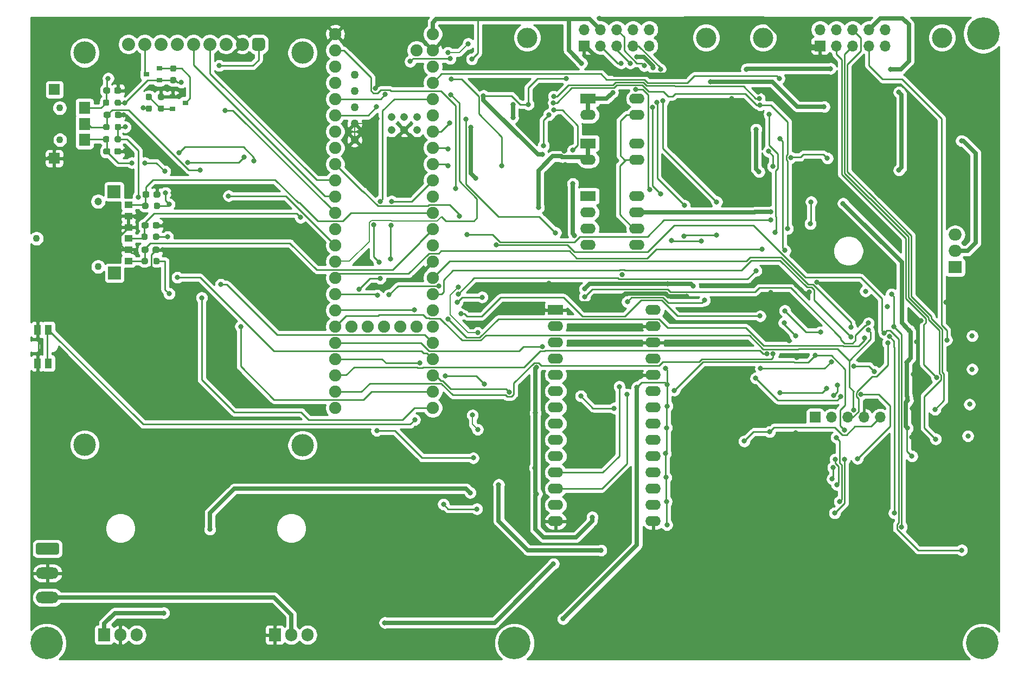
<source format=gbr>
%TF.GenerationSoftware,KiCad,Pcbnew,(5.1.9)-1*%
%TF.CreationDate,2022-07-01T06:07:01-07:00*%
%TF.ProjectId,GALIL,47414c49-4c2e-46b6-9963-61645f706362,rev?*%
%TF.SameCoordinates,Original*%
%TF.FileFunction,Copper,L2,Bot*%
%TF.FilePolarity,Positive*%
%FSLAX46Y46*%
G04 Gerber Fmt 4.6, Leading zero omitted, Abs format (unit mm)*
G04 Created by KiCad (PCBNEW (5.1.9)-1) date 2022-07-01 06:07:01*
%MOMM*%
%LPD*%
G01*
G04 APERTURE LIST*
%TA.AperFunction,ComponentPad*%
%ADD10O,2.000000X1.905000*%
%TD*%
%TA.AperFunction,ComponentPad*%
%ADD11R,2.000000X1.905000*%
%TD*%
%TA.AperFunction,ComponentPad*%
%ADD12O,1.905000X2.000000*%
%TD*%
%TA.AperFunction,ComponentPad*%
%ADD13R,1.905000X2.000000*%
%TD*%
%TA.AperFunction,ComponentPad*%
%ADD14C,1.905000*%
%TD*%
%TA.AperFunction,ComponentPad*%
%ADD15C,1.258000*%
%TD*%
%TA.AperFunction,ComponentPad*%
%ADD16C,1.208000*%
%TD*%
%TA.AperFunction,ComponentPad*%
%ADD17C,3.175000*%
%TD*%
%TA.AperFunction,ComponentPad*%
%ADD18R,1.700000X1.700000*%
%TD*%
%TA.AperFunction,ComponentPad*%
%ADD19O,1.700000X1.700000*%
%TD*%
%TA.AperFunction,ComponentPad*%
%ADD20O,2.400000X1.600000*%
%TD*%
%TA.AperFunction,ComponentPad*%
%ADD21R,2.400000X1.600000*%
%TD*%
%TA.AperFunction,ComponentPad*%
%ADD22O,3.600000X1.800000*%
%TD*%
%TA.AperFunction,ComponentPad*%
%ADD23C,3.500000*%
%TD*%
%TA.AperFunction,ComponentPad*%
%ADD24C,2.032000*%
%TD*%
%TA.AperFunction,ComponentPad*%
%ADD25C,1.100000*%
%TD*%
%TA.AperFunction,ComponentPad*%
%ADD26C,1.200000*%
%TD*%
%TA.AperFunction,SMDPad,CuDef*%
%ADD27R,2.000000X2.000000*%
%TD*%
%TA.AperFunction,SMDPad,CuDef*%
%ADD28R,1.200000X1.000000*%
%TD*%
%TA.AperFunction,SMDPad,CuDef*%
%ADD29R,1.000000X1.550000*%
%TD*%
%TA.AperFunction,ComponentPad*%
%ADD30C,1.092200*%
%TD*%
%TA.AperFunction,SMDPad,CuDef*%
%ADD31R,1.700000X1.700000*%
%TD*%
%TA.AperFunction,SMDPad,CuDef*%
%ADD32R,1.800000X1.900000*%
%TD*%
%TA.AperFunction,SMDPad,CuDef*%
%ADD33R,0.900000X0.800000*%
%TD*%
%TA.AperFunction,ViaPad*%
%ADD34C,5.080000*%
%TD*%
%TA.AperFunction,ViaPad*%
%ADD35C,0.800000*%
%TD*%
%TA.AperFunction,Conductor*%
%ADD36C,0.250000*%
%TD*%
%TA.AperFunction,Conductor*%
%ADD37C,0.228600*%
%TD*%
%TA.AperFunction,Conductor*%
%ADD38C,0.177800*%
%TD*%
%TA.AperFunction,Conductor*%
%ADD39C,0.635000*%
%TD*%
%TA.AperFunction,Conductor*%
%ADD40C,0.248920*%
%TD*%
%TA.AperFunction,Conductor*%
%ADD41C,0.254000*%
%TD*%
%TA.AperFunction,Conductor*%
%ADD42C,0.100000*%
%TD*%
G04 APERTURE END LIST*
D10*
%TO.P,U14,3*%
%TO.N,+15V*%
X183032400Y-91744800D03*
%TO.P,U14,2*%
%TO.N,V_MOTOR*%
X183032400Y-94284800D03*
D11*
%TO.P,U14,1*%
%TO.N,Net-(R66-Pad2)*%
X183032400Y-96824800D03*
%TD*%
D12*
%TO.P,U11,3*%
%TO.N,-5V*%
X81915000Y-154305000D03*
%TO.P,U11,2*%
%TO.N,-15V*%
X79375000Y-154305000D03*
D13*
%TO.P,U11,1*%
%TO.N,GND*%
X76835000Y-154305000D03*
%TD*%
D12*
%TO.P,U10,3*%
%TO.N,+5V*%
X55245000Y-154305000D03*
%TO.P,U10,2*%
%TO.N,GND*%
X52705000Y-154305000D03*
D13*
%TO.P,U10,1*%
%TO.N,+15V*%
X50165000Y-154305000D03*
%TD*%
D14*
%TO.P,U1,41*%
%TO.N,ENC1_INDEX_L*%
X101473000Y-98501200D03*
%TO.P,U1,40*%
%TO.N,ENC1_HOME_L*%
X101473000Y-101041200D03*
%TO.P,U1,39*%
%TO.N,ENC2_INDEX_L*%
X101473000Y-103581200D03*
%TO.P,U1,38*%
%TO.N,N/C*%
X101473000Y-106121200D03*
%TO.P,U1,37*%
%TO.N,SW_SEL*%
X101473000Y-108661200D03*
%TO.P,U1,36*%
%TO.N,SW_DWN*%
X101473000Y-111201200D03*
%TO.P,U1,35*%
%TO.N,PROBE*%
X101473000Y-113741200D03*
%TO.P,U1,34*%
%TO.N,Net-(R10-Pad1)*%
X101473000Y-116281200D03*
%TO.P,U1,33*%
%TO.N,SW_UP*%
X101473000Y-118821200D03*
%TO.P,U1,32*%
%TO.N,N/C*%
X86233000Y-118821200D03*
%TO.P,U1,31*%
%TO.N,ENC1_INDEX_OUT*%
X86233000Y-116281200D03*
%TO.P,U1,30*%
%TO.N,ENC1_HOME_OUT*%
X86233000Y-113741200D03*
%TO.P,U1,29*%
%TO.N,Net-(R73-Pad1)*%
X86233000Y-111201200D03*
%TO.P,U1,28*%
%TO.N,CYP_CSn*%
X86233000Y-108661200D03*
%TO.P,U1,27*%
%TO.N,SCK1*%
X86233000Y-106121200D03*
%TO.P,U1,26*%
%TO.N,MOSI1*%
X86233000Y-103581200D03*
%TO.P,U1,25*%
%TO.N,ENC2_HOME_L*%
X86233000Y-101041200D03*
%TO.P,U1,24*%
%TO.N,ENC2_B_L*%
X86233000Y-98501200D03*
%TO.P,U1,VIN*%
%TO.N,+5V*%
X101473000Y-60401200D03*
%TO.P,U1,GND3*%
%TO.N,GND*%
X101473000Y-62941200D03*
%TO.P,U1,3.3V_2*%
%TO.N,Net-(R11-Pad2)*%
X101473000Y-65481200D03*
%TO.P,U1,23*%
%TO.N,ENC2_A_L*%
X101473000Y-68021200D03*
%TO.P,U1,22*%
%TO.N,GALIL_INC*%
X101473000Y-70561200D03*
%TO.P,U1,21*%
%TO.N,GALIL_DEC*%
X101473000Y-73101200D03*
%TO.P,U1,20*%
%TO.N,GALIL_ERR_FLG*%
X101473000Y-75641200D03*
%TO.P,U1,19*%
%TO.N,I2C_SCL*%
X101473000Y-78181200D03*
%TO.P,U1,18*%
%TO.N,I2C_SDA*%
X101473000Y-80721200D03*
%TO.P,U1,17*%
%TO.N,GALIL_RSTn*%
X101473000Y-83261200D03*
%TO.P,U1,16*%
%TO.N,ROT_SEL*%
X101473000Y-85801200D03*
%TO.P,U1,15*%
%TO.N,ROT_A*%
X101473000Y-88341200D03*
%TO.P,U1,14*%
%TO.N,ROT_B*%
X101473000Y-90881200D03*
%TO.P,U1,13*%
%TO.N,SCK*%
X101473000Y-93421200D03*
%TO.P,U1,3.3V_1*%
%TO.N,Net-(R11-Pad2)*%
X86233000Y-95961200D03*
%TO.P,U1,12*%
%TO.N,MISO*%
X86233000Y-93421200D03*
%TO.P,U1,11*%
%TO.N,MOSI*%
X86233000Y-90881200D03*
%TO.P,U1,10*%
%TO.N,CS*%
X86233000Y-88341200D03*
%TO.P,U1,9*%
%TO.N,DC*%
X86233000Y-85801200D03*
%TO.P,U1,8*%
%TO.N,RSTn*%
X86233000Y-83261200D03*
%TO.P,U1,7*%
%TO.N,LED*%
X86233000Y-80721200D03*
%TO.P,U1,6*%
%TO.N,NEOPIXEL*%
X86233000Y-78181200D03*
%TO.P,U1,5*%
%TO.N,N/C*%
X86233000Y-75641200D03*
%TO.P,U1,4*%
%TO.N,PWM_MC*%
X86233000Y-73101200D03*
%TO.P,U1,3*%
%TO.N,PWM_DISABLE_MOT0*%
X86233000Y-70561200D03*
%TO.P,U1,2*%
%TO.N,N/C*%
X86233000Y-68021200D03*
%TO.P,U1,1*%
%TO.N,MISO1*%
X86233000Y-65481200D03*
D15*
%TO.P,U1,USB_GND2*%
%TO.N,GND*%
X89283000Y-76911200D03*
%TO.P,U1,USB_GND1*%
X89283000Y-74371200D03*
%TO.P,U1,D+*%
%TO.N,N/C*%
X89283000Y-71831200D03*
%TO.P,U1,D-*%
X89283000Y-69291200D03*
%TO.P,U1,5V*%
%TO.N,+5V*%
X89283000Y-66751200D03*
D16*
%TO.P,U1,T-*%
%TO.N,N/C*%
X95023000Y-73371200D03*
%TO.P,U1,LED*%
X97023000Y-73371200D03*
%TO.P,U1,T+*%
X95023000Y-75371200D03*
%TO.P,U1,GND5*%
%TO.N,GND*%
X97023000Y-75371200D03*
%TO.P,U1,R+*%
%TO.N,N/C*%
X99023000Y-73371200D03*
%TO.P,U1,R-*%
X99023000Y-75371200D03*
D14*
%TO.P,U1,GND2*%
%TO.N,GND*%
X101473000Y-95961200D03*
%TO.P,U1,PROGRAM*%
%TO.N,N/C*%
X96393000Y-106121200D03*
%TO.P,U1,VUSB*%
X98933000Y-62941200D03*
%TO.P,U1,ON/OFF*%
%TO.N,Net-(SW2-Pad2)*%
X98933000Y-106121200D03*
%TO.P,U1,GND4*%
%TO.N,GND*%
X93853000Y-106121200D03*
%TO.P,U1,3.3V_3*%
%TO.N,Net-(R11-Pad2)*%
X91313000Y-106121200D03*
%TO.P,U1,VBAT*%
%TO.N,Net-(BT1-Pad1)*%
X88773000Y-106121200D03*
%TO.P,U1,0*%
%TO.N,GALIL_CLK*%
X86233000Y-62941200D03*
%TO.P,U1,GND1*%
%TO.N,GND*%
X86233000Y-60401200D03*
%TD*%
%TO.P,R10,2*%
%TO.N,Net-(Q1-Pad1)*%
%TA.AperFunction,SMDPad,CuDef*%
G36*
G01*
X57387500Y-70695000D02*
X56912500Y-70695000D01*
G75*
G02*
X56675000Y-70457500I0J237500D01*
G01*
X56675000Y-69957500D01*
G75*
G02*
X56912500Y-69720000I237500J0D01*
G01*
X57387500Y-69720000D01*
G75*
G02*
X57625000Y-69957500I0J-237500D01*
G01*
X57625000Y-70457500D01*
G75*
G02*
X57387500Y-70695000I-237500J0D01*
G01*
G37*
%TD.AperFunction*%
%TO.P,R10,1*%
%TO.N,Net-(R10-Pad1)*%
%TA.AperFunction,SMDPad,CuDef*%
G36*
G01*
X57387500Y-72520000D02*
X56912500Y-72520000D01*
G75*
G02*
X56675000Y-72282500I0J237500D01*
G01*
X56675000Y-71782500D01*
G75*
G02*
X56912500Y-71545000I237500J0D01*
G01*
X57387500Y-71545000D01*
G75*
G02*
X57625000Y-71782500I0J-237500D01*
G01*
X57625000Y-72282500D01*
G75*
G02*
X57387500Y-72520000I-237500J0D01*
G01*
G37*
%TD.AperFunction*%
%TD*%
%TO.P,R9,2*%
%TO.N,GND*%
%TA.AperFunction,SMDPad,CuDef*%
G36*
G01*
X59292500Y-70695000D02*
X58817500Y-70695000D01*
G75*
G02*
X58580000Y-70457500I0J237500D01*
G01*
X58580000Y-69957500D01*
G75*
G02*
X58817500Y-69720000I237500J0D01*
G01*
X59292500Y-69720000D01*
G75*
G02*
X59530000Y-69957500I0J-237500D01*
G01*
X59530000Y-70457500D01*
G75*
G02*
X59292500Y-70695000I-237500J0D01*
G01*
G37*
%TD.AperFunction*%
%TO.P,R9,1*%
%TO.N,Net-(Q1-Pad1)*%
%TA.AperFunction,SMDPad,CuDef*%
G36*
G01*
X59292500Y-72520000D02*
X58817500Y-72520000D01*
G75*
G02*
X58580000Y-72282500I0J237500D01*
G01*
X58580000Y-71782500D01*
G75*
G02*
X58817500Y-71545000I237500J0D01*
G01*
X59292500Y-71545000D01*
G75*
G02*
X59530000Y-71782500I0J-237500D01*
G01*
X59530000Y-72282500D01*
G75*
G02*
X59292500Y-72520000I-237500J0D01*
G01*
G37*
%TD.AperFunction*%
%TD*%
%TO.P,R6,2*%
%TO.N,SW_DWN*%
%TA.AperFunction,SMDPad,CuDef*%
G36*
G01*
X50972500Y-76597500D02*
X50972500Y-77072500D01*
G75*
G02*
X50735000Y-77310000I-237500J0D01*
G01*
X50235000Y-77310000D01*
G75*
G02*
X49997500Y-77072500I0J237500D01*
G01*
X49997500Y-76597500D01*
G75*
G02*
X50235000Y-76360000I237500J0D01*
G01*
X50735000Y-76360000D01*
G75*
G02*
X50972500Y-76597500I0J-237500D01*
G01*
G37*
%TD.AperFunction*%
%TO.P,R6,1*%
%TO.N,+3V3*%
%TA.AperFunction,SMDPad,CuDef*%
G36*
G01*
X52797500Y-76597500D02*
X52797500Y-77072500D01*
G75*
G02*
X52560000Y-77310000I-237500J0D01*
G01*
X52060000Y-77310000D01*
G75*
G02*
X51822500Y-77072500I0J237500D01*
G01*
X51822500Y-76597500D01*
G75*
G02*
X52060000Y-76360000I237500J0D01*
G01*
X52560000Y-76360000D01*
G75*
G02*
X52797500Y-76597500I0J-237500D01*
G01*
G37*
%TD.AperFunction*%
%TD*%
%TO.P,R5,2*%
%TO.N,SW_SEL*%
%TA.AperFunction,SMDPad,CuDef*%
G36*
G01*
X51010000Y-74692500D02*
X51010000Y-75167500D01*
G75*
G02*
X50772500Y-75405000I-237500J0D01*
G01*
X50272500Y-75405000D01*
G75*
G02*
X50035000Y-75167500I0J237500D01*
G01*
X50035000Y-74692500D01*
G75*
G02*
X50272500Y-74455000I237500J0D01*
G01*
X50772500Y-74455000D01*
G75*
G02*
X51010000Y-74692500I0J-237500D01*
G01*
G37*
%TD.AperFunction*%
%TO.P,R5,1*%
%TO.N,+3V3*%
%TA.AperFunction,SMDPad,CuDef*%
G36*
G01*
X52835000Y-74692500D02*
X52835000Y-75167500D01*
G75*
G02*
X52597500Y-75405000I-237500J0D01*
G01*
X52097500Y-75405000D01*
G75*
G02*
X51860000Y-75167500I0J237500D01*
G01*
X51860000Y-74692500D01*
G75*
G02*
X52097500Y-74455000I237500J0D01*
G01*
X52597500Y-74455000D01*
G75*
G02*
X52835000Y-74692500I0J-237500D01*
G01*
G37*
%TD.AperFunction*%
%TD*%
%TO.P,R4,2*%
%TO.N,SW_UP*%
%TA.AperFunction,SMDPad,CuDef*%
G36*
G01*
X50972500Y-70882500D02*
X50972500Y-71357500D01*
G75*
G02*
X50735000Y-71595000I-237500J0D01*
G01*
X50235000Y-71595000D01*
G75*
G02*
X49997500Y-71357500I0J237500D01*
G01*
X49997500Y-70882500D01*
G75*
G02*
X50235000Y-70645000I237500J0D01*
G01*
X50735000Y-70645000D01*
G75*
G02*
X50972500Y-70882500I0J-237500D01*
G01*
G37*
%TD.AperFunction*%
%TO.P,R4,1*%
%TO.N,+3V3*%
%TA.AperFunction,SMDPad,CuDef*%
G36*
G01*
X52797500Y-70882500D02*
X52797500Y-71357500D01*
G75*
G02*
X52560000Y-71595000I-237500J0D01*
G01*
X52060000Y-71595000D01*
G75*
G02*
X51822500Y-71357500I0J237500D01*
G01*
X51822500Y-70882500D01*
G75*
G02*
X52060000Y-70645000I237500J0D01*
G01*
X52560000Y-70645000D01*
G75*
G02*
X52797500Y-70882500I0J-237500D01*
G01*
G37*
%TD.AperFunction*%
%TD*%
%TO.P,R3,2*%
%TO.N,BL_EN*%
%TA.AperFunction,SMDPad,CuDef*%
G36*
G01*
X61197500Y-66250000D02*
X60722500Y-66250000D01*
G75*
G02*
X60485000Y-66012500I0J237500D01*
G01*
X60485000Y-65512500D01*
G75*
G02*
X60722500Y-65275000I237500J0D01*
G01*
X61197500Y-65275000D01*
G75*
G02*
X61435000Y-65512500I0J-237500D01*
G01*
X61435000Y-66012500D01*
G75*
G02*
X61197500Y-66250000I-237500J0D01*
G01*
G37*
%TD.AperFunction*%
%TO.P,R3,1*%
%TO.N,+3V3*%
%TA.AperFunction,SMDPad,CuDef*%
G36*
G01*
X61197500Y-68075000D02*
X60722500Y-68075000D01*
G75*
G02*
X60485000Y-67837500I0J237500D01*
G01*
X60485000Y-67337500D01*
G75*
G02*
X60722500Y-67100000I237500J0D01*
G01*
X61197500Y-67100000D01*
G75*
G02*
X61435000Y-67337500I0J-237500D01*
G01*
X61435000Y-67837500D01*
G75*
G02*
X61197500Y-68075000I-237500J0D01*
G01*
G37*
%TD.AperFunction*%
%TD*%
%TO.P,C3,2*%
%TO.N,SW_DWN*%
%TA.AperFunction,SMDPad,CuDef*%
G36*
G01*
X51110000Y-78502500D02*
X51110000Y-78977500D01*
G75*
G02*
X50872500Y-79215000I-237500J0D01*
G01*
X50272500Y-79215000D01*
G75*
G02*
X50035000Y-78977500I0J237500D01*
G01*
X50035000Y-78502500D01*
G75*
G02*
X50272500Y-78265000I237500J0D01*
G01*
X50872500Y-78265000D01*
G75*
G02*
X51110000Y-78502500I0J-237500D01*
G01*
G37*
%TD.AperFunction*%
%TO.P,C3,1*%
%TO.N,GND*%
%TA.AperFunction,SMDPad,CuDef*%
G36*
G01*
X52835000Y-78502500D02*
X52835000Y-78977500D01*
G75*
G02*
X52597500Y-79215000I-237500J0D01*
G01*
X51997500Y-79215000D01*
G75*
G02*
X51760000Y-78977500I0J237500D01*
G01*
X51760000Y-78502500D01*
G75*
G02*
X51997500Y-78265000I237500J0D01*
G01*
X52597500Y-78265000D01*
G75*
G02*
X52835000Y-78502500I0J-237500D01*
G01*
G37*
%TD.AperFunction*%
%TD*%
%TO.P,C2,2*%
%TO.N,SW_SEL*%
%TA.AperFunction,SMDPad,CuDef*%
G36*
G01*
X51177500Y-72787500D02*
X51177500Y-73262500D01*
G75*
G02*
X50940000Y-73500000I-237500J0D01*
G01*
X50340000Y-73500000D01*
G75*
G02*
X50102500Y-73262500I0J237500D01*
G01*
X50102500Y-72787500D01*
G75*
G02*
X50340000Y-72550000I237500J0D01*
G01*
X50940000Y-72550000D01*
G75*
G02*
X51177500Y-72787500I0J-237500D01*
G01*
G37*
%TD.AperFunction*%
%TO.P,C2,1*%
%TO.N,GND*%
%TA.AperFunction,SMDPad,CuDef*%
G36*
G01*
X52902500Y-72787500D02*
X52902500Y-73262500D01*
G75*
G02*
X52665000Y-73500000I-237500J0D01*
G01*
X52065000Y-73500000D01*
G75*
G02*
X51827500Y-73262500I0J237500D01*
G01*
X51827500Y-72787500D01*
G75*
G02*
X52065000Y-72550000I237500J0D01*
G01*
X52665000Y-72550000D01*
G75*
G02*
X52902500Y-72787500I0J-237500D01*
G01*
G37*
%TD.AperFunction*%
%TD*%
%TO.P,C1,2*%
%TO.N,SW_UP*%
%TA.AperFunction,SMDPad,CuDef*%
G36*
G01*
X51110000Y-68977500D02*
X51110000Y-69452500D01*
G75*
G02*
X50872500Y-69690000I-237500J0D01*
G01*
X50272500Y-69690000D01*
G75*
G02*
X50035000Y-69452500I0J237500D01*
G01*
X50035000Y-68977500D01*
G75*
G02*
X50272500Y-68740000I237500J0D01*
G01*
X50872500Y-68740000D01*
G75*
G02*
X51110000Y-68977500I0J-237500D01*
G01*
G37*
%TD.AperFunction*%
%TO.P,C1,1*%
%TO.N,GND*%
%TA.AperFunction,SMDPad,CuDef*%
G36*
G01*
X52835000Y-68977500D02*
X52835000Y-69452500D01*
G75*
G02*
X52597500Y-69690000I-237500J0D01*
G01*
X51997500Y-69690000D01*
G75*
G02*
X51760000Y-69452500I0J237500D01*
G01*
X51760000Y-68977500D01*
G75*
G02*
X51997500Y-68740000I237500J0D01*
G01*
X52597500Y-68740000D01*
G75*
G02*
X52835000Y-68977500I0J-237500D01*
G01*
G37*
%TD.AperFunction*%
%TD*%
D17*
%TO.P,J3,MH*%
%TO.N,N/C*%
X180975000Y-60960000D03*
X153035000Y-60960000D03*
D18*
%TO.P,J3,1*%
%TO.N,GND*%
X161925000Y-62230000D03*
D19*
%TO.P,J3,2*%
%TO.N,ENC1_MTR2*%
X161925000Y-59690000D03*
%TO.P,J3,3*%
%TO.N,ENC1_HOME*%
X164465000Y-62230000D03*
%TO.P,J3,4*%
%TO.N,+5V*%
X164465000Y-59690000D03*
%TO.P,J3,5*%
%TO.N,ENC1_A*%
X167005000Y-62230000D03*
%TO.P,J3,6*%
%TO.N,ENC1_B*%
X167005000Y-59690000D03*
%TO.P,J3,7*%
%TO.N,ENC1_INDEX*%
X169545000Y-62230000D03*
%TO.P,J3,8*%
%TO.N,Net-(J3-Pad8)*%
X169545000Y-59690000D03*
%TO.P,J3,9*%
%TO.N,Net-(J3-Pad9)*%
X172085000Y-62230000D03*
%TO.P,J3,10*%
%TO.N,N/C*%
X172085000Y-59690000D03*
%TD*%
D17*
%TO.P,J1,MH*%
%TO.N,N/C*%
X144145000Y-60960000D03*
X116205000Y-60960000D03*
D18*
%TO.P,J1,1*%
%TO.N,GND*%
X125095000Y-62230000D03*
D19*
%TO.P,J1,2*%
%TO.N,ENC2_MTR2*%
X125095000Y-59690000D03*
%TO.P,J1,3*%
%TO.N,ENC2_HOME*%
X127635000Y-62230000D03*
%TO.P,J1,4*%
%TO.N,+5V*%
X127635000Y-59690000D03*
%TO.P,J1,5*%
%TO.N,ENC2_A*%
X130175000Y-62230000D03*
%TO.P,J1,6*%
%TO.N,ENC2_B*%
X130175000Y-59690000D03*
%TO.P,J1,7*%
%TO.N,ENC2_INDEX*%
X132715000Y-62230000D03*
%TO.P,J1,8*%
%TO.N,ENC2_MTR1*%
X132715000Y-59690000D03*
%TO.P,J1,9*%
%TO.N,Net-(J1-Pad9)*%
X135255000Y-62230000D03*
%TO.P,J1,10*%
%TO.N,N/C*%
X135255000Y-59690000D03*
%TD*%
D20*
%TO.P,Q11,4*%
%TO.N,ENC2_MTR1*%
X133350000Y-77470000D03*
%TO.P,Q11,2*%
%TO.N,-5V*%
X125730000Y-80010000D03*
%TO.P,Q11,3*%
%TO.N,Net-(Q10-Pad3)*%
X133350000Y-80010000D03*
D21*
%TO.P,Q11,1*%
%TO.N,-5V*%
X125730000Y-77470000D03*
%TD*%
D20*
%TO.P,Q10,4*%
%TO.N,ENC2_MTR1*%
X133350000Y-70485000D03*
%TO.P,Q10,2*%
%TO.N,+5V*%
X125730000Y-73025000D03*
%TO.P,Q10,3*%
%TO.N,Net-(Q10-Pad3)*%
X133350000Y-73025000D03*
D21*
%TO.P,Q10,1*%
%TO.N,+5V*%
X125730000Y-70485000D03*
%TD*%
D22*
%TO.P,J4,3*%
%TO.N,-15V*%
X41325800Y-148463000D03*
%TO.P,J4,2*%
%TO.N,GND*%
X41325800Y-144653000D03*
%TO.P,J4,1*%
%TO.N,+15V*%
%TA.AperFunction,ComponentPad*%
G36*
G01*
X39775800Y-139943000D02*
X42875800Y-139943000D01*
G75*
G02*
X43125800Y-140193000I0J-250000D01*
G01*
X43125800Y-141493000D01*
G75*
G02*
X42875800Y-141743000I-250000J0D01*
G01*
X39775800Y-141743000D01*
G75*
G02*
X39525800Y-141493000I0J250000D01*
G01*
X39525800Y-140193000D01*
G75*
G02*
X39775800Y-139943000I250000J0D01*
G01*
G37*
%TD.AperFunction*%
%TD*%
D20*
%TO.P,U4,8*%
%TO.N,N/C*%
X133350000Y-85725000D03*
%TO.P,U4,4*%
%TO.N,-15V*%
X125730000Y-93345000D03*
%TO.P,U4,7*%
%TO.N,+15V*%
X133350000Y-88265000D03*
%TO.P,U4,3*%
%TO.N,Motor_Cntrl*%
X125730000Y-90805000D03*
%TO.P,U4,6*%
%TO.N,Net-(Q10-Pad3)*%
X133350000Y-90805000D03*
%TO.P,U4,2*%
%TO.N,Net-(R23-Pad1)*%
X125730000Y-88265000D03*
%TO.P,U4,5*%
%TO.N,N/C*%
X133350000Y-93345000D03*
D21*
%TO.P,U4,1*%
X125730000Y-85725000D03*
%TD*%
D19*
%TO.P,J2,5*%
%TO.N,+3V3*%
X171323000Y-120269000D03*
%TO.P,J2,4*%
%TO.N,GND*%
X168783000Y-120269000D03*
%TO.P,J2,3*%
%TO.N,Cypress_DebugReset0*%
X166243000Y-120269000D03*
%TO.P,J2,2*%
%TO.N,Net-(J2-Pad2)*%
X163703000Y-120269000D03*
D18*
%TO.P,J2,1*%
%TO.N,Net-(J2-Pad1)*%
X161163000Y-120269000D03*
%TD*%
D20*
%TO.P,U3,28*%
%TO.N,N/C*%
X135890000Y-103505000D03*
%TO.P,U3,14*%
%TO.N,GND*%
X120650000Y-136525000D03*
%TO.P,U3,27*%
X135890000Y-106045000D03*
%TO.P,U3,13*%
%TO.N,GALIL_RSTn_HV*%
X120650000Y-133985000D03*
%TO.P,U3,26*%
%TO.N,GND*%
X135890000Y-108585000D03*
%TO.P,U3,12*%
%TO.N,ENC2_B*%
X120650000Y-131445000D03*
%TO.P,U3,25*%
%TO.N,Net-(R18-Pad1)*%
X135890000Y-111125000D03*
%TO.P,U3,11*%
%TO.N,ENC2_A*%
X120650000Y-128905000D03*
%TO.P,U3,24*%
%TO.N,GND*%
X135890000Y-113665000D03*
%TO.P,U3,10*%
%TO.N,Net-(R76-Pad2)*%
X120650000Y-126365000D03*
%TO.P,U3,23*%
%TO.N,HV_GALIL_PE0*%
X135890000Y-116205000D03*
%TO.P,U3,9*%
%TO.N,GALIL_INC_HV*%
X120650000Y-123825000D03*
%TO.P,U3,22*%
%TO.N,HV_GALIL_PE1*%
X135890000Y-118745000D03*
%TO.P,U3,8*%
%TO.N,GALIL_DEC_HV*%
X120650000Y-121285000D03*
%TO.P,U3,21*%
%TO.N,HV_GALIL_PE2*%
X135890000Y-121285000D03*
%TO.P,U3,7*%
%TO.N,N/C*%
X120650000Y-118745000D03*
%TO.P,U3,20*%
%TO.N,HV_GALIL_PE3*%
X135890000Y-123825000D03*
%TO.P,U3,6*%
%TO.N,N/C*%
X120650000Y-116205000D03*
%TO.P,U3,19*%
%TO.N,HV_GALIL_PE4*%
X135890000Y-126365000D03*
%TO.P,U3,5*%
%TO.N,GALIL_CLK_HV*%
X120650000Y-113665000D03*
%TO.P,U3,18*%
%TO.N,HV_GALIL_PE5*%
X135890000Y-128905000D03*
%TO.P,U3,4*%
%TO.N,N/C*%
X120650000Y-111125000D03*
%TO.P,U3,17*%
%TO.N,HV_GALIL_PE6*%
X135890000Y-131445000D03*
%TO.P,U3,3*%
%TO.N,Motor_Cntrl*%
X120650000Y-108585000D03*
%TO.P,U3,16*%
%TO.N,HV_GALIL_PE7*%
X135890000Y-133985000D03*
%TO.P,U3,2*%
%TO.N,GALIL_ERR_FLG_HV*%
X120650000Y-106045000D03*
%TO.P,U3,15*%
%TO.N,GND*%
X135890000Y-136525000D03*
D21*
%TO.P,U3,1*%
X120650000Y-103505000D03*
%TD*%
D23*
%TO.P,U2,MH*%
%TO.N,N/C*%
X81135000Y-124670000D03*
X47135000Y-124570000D03*
X81135000Y-63320000D03*
X47135000Y-63320000D03*
D24*
%TO.P,U2,9*%
%TO.N,MISO*%
X53955000Y-61984000D03*
%TO.P,U2,8*%
%TO.N,Net-(MOSFET1-Pad3)*%
X56495000Y-61984000D03*
%TO.P,U2,7*%
%TO.N,SCK*%
X59035000Y-61984000D03*
%TO.P,U2,6*%
%TO.N,MOSI*%
X61575000Y-61984000D03*
%TO.P,U2,5*%
%TO.N,DC*%
X64115000Y-61984000D03*
%TO.P,U2,4*%
%TO.N,RSTn*%
X66655000Y-61984000D03*
%TO.P,U2,3*%
%TO.N,CS*%
X69195000Y-61984000D03*
%TO.P,U2,2*%
%TO.N,GND*%
X71735000Y-61984000D03*
%TO.P,U2,1*%
%TO.N,+3V3*%
%TA.AperFunction,ComponentPad*%
G36*
G01*
X73259000Y-62492000D02*
X73259000Y-61476000D01*
G75*
G02*
X73767000Y-60968000I508000J0D01*
G01*
X74783000Y-60968000D01*
G75*
G02*
X75291000Y-61476000I0J-508000D01*
G01*
X75291000Y-62492000D01*
G75*
G02*
X74783000Y-63000000I-508000J0D01*
G01*
X73767000Y-63000000D01*
G75*
G02*
X73259000Y-62492000I0J508000D01*
G01*
G37*
%TD.AperFunction*%
%TD*%
D25*
%TO.P,SW3,MS*%
%TO.N,N/C*%
X49225000Y-96750000D03*
D26*
X49225000Y-86550000D03*
D25*
X39625000Y-92350000D03*
D27*
X51725000Y-85000000D03*
X51775000Y-97750000D03*
D28*
%TO.P,SW3,6*%
%TO.N,ROT_B*%
X53975000Y-95850000D03*
%TO.P,SW3,5*%
%TO.N,GND*%
X53975000Y-94100000D03*
%TO.P,SW3,4*%
%TO.N,ROT_SEL*%
X53975000Y-92350000D03*
%TO.P,SW3,3*%
%TO.N,GND*%
X53975000Y-90600000D03*
%TO.P,SW3,2*%
X53975000Y-88850000D03*
%TO.P,SW3,1*%
%TO.N,ROT_A*%
X53975000Y-87100000D03*
%TD*%
D29*
%TO.P,SW2,1*%
%TO.N,GND*%
X39790000Y-111845000D03*
X39790000Y-106595000D03*
%TO.P,SW2,2*%
%TO.N,Net-(SW2-Pad2)*%
X41490000Y-106595000D03*
X41490000Y-111845000D03*
%TD*%
D30*
%TO.P,SW1,7*%
%TO.N,N/C*%
X43274600Y-76946900D03*
%TO.P,SW1,6*%
X43223800Y-71943100D03*
D31*
%TO.P,SW1,5*%
%TO.N,GND*%
X42385600Y-79829800D03*
D32*
%TO.P,SW1,4*%
%TO.N,SW_DWN*%
X47110000Y-76908800D03*
%TO.P,SW1,3*%
%TO.N,SW_SEL*%
X47110000Y-74445000D03*
%TO.P,SW1,2*%
%TO.N,SW_UP*%
X47110000Y-71905000D03*
D31*
%TO.P,SW1,1*%
%TO.N,N/C*%
X42411000Y-69060200D03*
%TD*%
%TO.P,R57,2*%
%TO.N,+3V3*%
%TA.AperFunction,SMDPad,CuDef*%
G36*
G01*
X57932500Y-87486500D02*
X57932500Y-87011500D01*
G75*
G02*
X58170000Y-86774000I237500J0D01*
G01*
X58670000Y-86774000D01*
G75*
G02*
X58907500Y-87011500I0J-237500D01*
G01*
X58907500Y-87486500D01*
G75*
G02*
X58670000Y-87724000I-237500J0D01*
G01*
X58170000Y-87724000D01*
G75*
G02*
X57932500Y-87486500I0J237500D01*
G01*
G37*
%TD.AperFunction*%
%TO.P,R57,1*%
%TO.N,ROT_A*%
%TA.AperFunction,SMDPad,CuDef*%
G36*
G01*
X56107500Y-87486500D02*
X56107500Y-87011500D01*
G75*
G02*
X56345000Y-86774000I237500J0D01*
G01*
X56845000Y-86774000D01*
G75*
G02*
X57082500Y-87011500I0J-237500D01*
G01*
X57082500Y-87486500D01*
G75*
G02*
X56845000Y-87724000I-237500J0D01*
G01*
X56345000Y-87724000D01*
G75*
G02*
X56107500Y-87486500I0J237500D01*
G01*
G37*
%TD.AperFunction*%
%TD*%
%TO.P,R56,2*%
%TO.N,+3V3*%
%TA.AperFunction,SMDPad,CuDef*%
G36*
G01*
X57805500Y-92312500D02*
X57805500Y-91837500D01*
G75*
G02*
X58043000Y-91600000I237500J0D01*
G01*
X58543000Y-91600000D01*
G75*
G02*
X58780500Y-91837500I0J-237500D01*
G01*
X58780500Y-92312500D01*
G75*
G02*
X58543000Y-92550000I-237500J0D01*
G01*
X58043000Y-92550000D01*
G75*
G02*
X57805500Y-92312500I0J237500D01*
G01*
G37*
%TD.AperFunction*%
%TO.P,R56,1*%
%TO.N,ROT_SEL*%
%TA.AperFunction,SMDPad,CuDef*%
G36*
G01*
X55980500Y-92312500D02*
X55980500Y-91837500D01*
G75*
G02*
X56218000Y-91600000I237500J0D01*
G01*
X56718000Y-91600000D01*
G75*
G02*
X56955500Y-91837500I0J-237500D01*
G01*
X56955500Y-92312500D01*
G75*
G02*
X56718000Y-92550000I-237500J0D01*
G01*
X56218000Y-92550000D01*
G75*
G02*
X55980500Y-92312500I0J237500D01*
G01*
G37*
%TD.AperFunction*%
%TD*%
%TO.P,R55,2*%
%TO.N,+3V3*%
%TA.AperFunction,SMDPad,CuDef*%
G36*
G01*
X57852500Y-96122500D02*
X57852500Y-95647500D01*
G75*
G02*
X58090000Y-95410000I237500J0D01*
G01*
X58590000Y-95410000D01*
G75*
G02*
X58827500Y-95647500I0J-237500D01*
G01*
X58827500Y-96122500D01*
G75*
G02*
X58590000Y-96360000I-237500J0D01*
G01*
X58090000Y-96360000D01*
G75*
G02*
X57852500Y-96122500I0J237500D01*
G01*
G37*
%TD.AperFunction*%
%TO.P,R55,1*%
%TO.N,ROT_B*%
%TA.AperFunction,SMDPad,CuDef*%
G36*
G01*
X56027500Y-96122500D02*
X56027500Y-95647500D01*
G75*
G02*
X56265000Y-95410000I237500J0D01*
G01*
X56765000Y-95410000D01*
G75*
G02*
X57002500Y-95647500I0J-237500D01*
G01*
X57002500Y-96122500D01*
G75*
G02*
X56765000Y-96360000I-237500J0D01*
G01*
X56265000Y-96360000D01*
G75*
G02*
X56027500Y-96122500I0J237500D01*
G01*
G37*
%TD.AperFunction*%
%TD*%
D33*
%TO.P,Q1,3*%
%TO.N,BL_EN*%
X62865000Y-71120000D03*
%TO.P,Q1,2*%
%TO.N,GND*%
X60865000Y-70170000D03*
%TO.P,Q1,1*%
%TO.N,Net-(Q1-Pad1)*%
X60865000Y-72070000D03*
%TD*%
%TO.P,MOSFET1,3*%
%TO.N,Net-(MOSFET1-Pad3)*%
X56785000Y-66675000D03*
%TO.P,MOSFET1,2*%
%TO.N,+3V3*%
X58785000Y-67625000D03*
%TO.P,MOSFET1,1*%
%TO.N,BL_EN*%
X58785000Y-65725000D03*
%TD*%
%TO.P,C22,2*%
%TO.N,GND*%
%TA.AperFunction,SMDPad,CuDef*%
G36*
G01*
X57882500Y-85708500D02*
X57882500Y-85233500D01*
G75*
G02*
X58120000Y-84996000I237500J0D01*
G01*
X58720000Y-84996000D01*
G75*
G02*
X58957500Y-85233500I0J-237500D01*
G01*
X58957500Y-85708500D01*
G75*
G02*
X58720000Y-85946000I-237500J0D01*
G01*
X58120000Y-85946000D01*
G75*
G02*
X57882500Y-85708500I0J237500D01*
G01*
G37*
%TD.AperFunction*%
%TO.P,C22,1*%
%TO.N,ROT_A*%
%TA.AperFunction,SMDPad,CuDef*%
G36*
G01*
X56157500Y-85708500D02*
X56157500Y-85233500D01*
G75*
G02*
X56395000Y-84996000I237500J0D01*
G01*
X56995000Y-84996000D01*
G75*
G02*
X57232500Y-85233500I0J-237500D01*
G01*
X57232500Y-85708500D01*
G75*
G02*
X56995000Y-85946000I-237500J0D01*
G01*
X56395000Y-85946000D01*
G75*
G02*
X56157500Y-85708500I0J237500D01*
G01*
G37*
%TD.AperFunction*%
%TD*%
%TO.P,C21,2*%
%TO.N,GND*%
%TA.AperFunction,SMDPad,CuDef*%
G36*
G01*
X57755500Y-90534500D02*
X57755500Y-90059500D01*
G75*
G02*
X57993000Y-89822000I237500J0D01*
G01*
X58593000Y-89822000D01*
G75*
G02*
X58830500Y-90059500I0J-237500D01*
G01*
X58830500Y-90534500D01*
G75*
G02*
X58593000Y-90772000I-237500J0D01*
G01*
X57993000Y-90772000D01*
G75*
G02*
X57755500Y-90534500I0J237500D01*
G01*
G37*
%TD.AperFunction*%
%TO.P,C21,1*%
%TO.N,ROT_SEL*%
%TA.AperFunction,SMDPad,CuDef*%
G36*
G01*
X56030500Y-90534500D02*
X56030500Y-90059500D01*
G75*
G02*
X56268000Y-89822000I237500J0D01*
G01*
X56868000Y-89822000D01*
G75*
G02*
X57105500Y-90059500I0J-237500D01*
G01*
X57105500Y-90534500D01*
G75*
G02*
X56868000Y-90772000I-237500J0D01*
G01*
X56268000Y-90772000D01*
G75*
G02*
X56030500Y-90534500I0J237500D01*
G01*
G37*
%TD.AperFunction*%
%TD*%
%TO.P,C20,2*%
%TO.N,GND*%
%TA.AperFunction,SMDPad,CuDef*%
G36*
G01*
X57729000Y-94344500D02*
X57729000Y-93869500D01*
G75*
G02*
X57966500Y-93632000I237500J0D01*
G01*
X58566500Y-93632000D01*
G75*
G02*
X58804000Y-93869500I0J-237500D01*
G01*
X58804000Y-94344500D01*
G75*
G02*
X58566500Y-94582000I-237500J0D01*
G01*
X57966500Y-94582000D01*
G75*
G02*
X57729000Y-94344500I0J237500D01*
G01*
G37*
%TD.AperFunction*%
%TO.P,C20,1*%
%TO.N,ROT_B*%
%TA.AperFunction,SMDPad,CuDef*%
G36*
G01*
X56004000Y-94344500D02*
X56004000Y-93869500D01*
G75*
G02*
X56241500Y-93632000I237500J0D01*
G01*
X56841500Y-93632000D01*
G75*
G02*
X57079000Y-93869500I0J-237500D01*
G01*
X57079000Y-94344500D01*
G75*
G02*
X56841500Y-94582000I-237500J0D01*
G01*
X56241500Y-94582000D01*
G75*
G02*
X56004000Y-94344500I0J237500D01*
G01*
G37*
%TD.AperFunction*%
%TD*%
D34*
%TO.N,*%
X187385000Y-60325000D03*
X187250000Y-155600000D03*
X114225000Y-155575000D03*
X41200000Y-155600000D03*
D35*
%TO.N,GND*%
X148285200Y-74930000D03*
X120446800Y-88392000D03*
X112166400Y-60401200D03*
X131876000Y-144476000D03*
X144145000Y-143992600D03*
X53441600Y-78638400D03*
X53213000Y-73025000D03*
X41605200Y-79756000D03*
X39790000Y-104458400D03*
X40030400Y-114147600D03*
X59599990Y-90193402D03*
X59345990Y-94141730D03*
X151765000Y-128143000D03*
X160584000Y-128580000D03*
X160528000Y-126746000D03*
X141224000Y-85979000D03*
X158115000Y-122682000D03*
X115263762Y-70279484D03*
X152319732Y-69493993D03*
X60911183Y-85182551D03*
X57150000Y-97155000D03*
X67462400Y-90627200D03*
X74625200Y-90728800D03*
X90957400Y-96012000D03*
X173355000Y-77597000D03*
X66675000Y-153670000D03*
X93980000Y-137795000D03*
X55055070Y-88900000D03*
X55055070Y-94615000D03*
X163830959Y-84427989D03*
X177698400Y-105181400D03*
X182956200Y-87528400D03*
X173151800Y-86995002D03*
X184175402Y-130301998D03*
X148170312Y-70447470D03*
X157759400Y-62636400D03*
X181609842Y-102284514D03*
X95249996Y-125292240D03*
X92783090Y-73585876D03*
X123537560Y-99712360D03*
X119570104Y-99353210D03*
X125010760Y-143806760D03*
D34*
X41275000Y-60325000D03*
D35*
X98577400Y-66255900D03*
X127457200Y-57962800D03*
X92532200Y-68884800D03*
X176508306Y-113594693D03*
X176968011Y-108469995D03*
X176239010Y-123432262D03*
%TO.N,SW_UP*%
X50800000Y-67310000D03*
X65405000Y-101600000D03*
%TO.N,SW_SEL*%
X65125600Y-81661000D03*
%TO.N,SW_DWN*%
X61595000Y-98425000D03*
X59639200Y-81838800D03*
X56515002Y-80518000D03*
X54508404Y-80518000D03*
%TO.N,ENC2_B*%
X145745200Y-91795600D03*
X131826000Y-116713000D03*
X140766800Y-87198200D03*
X134479587Y-65344385D03*
%TO.N,ENC2_HOME*%
X135382000Y-84737510D03*
X133144620Y-69076197D03*
X130871854Y-64943614D03*
X143375656Y-92785912D03*
%TO.N,ENC2_INDEX*%
X145796000Y-86614000D03*
X137007600Y-65876979D03*
%TO.N,ENC2_A*%
X137030094Y-85346906D03*
X130586092Y-115493620D03*
X143891000Y-102003290D03*
X132296618Y-64943614D03*
%TO.N,NEOPIXEL*%
X107010200Y-61900000D03*
%TO.N,+3V3*%
X185015500Y-123213500D03*
X185269500Y-118260500D03*
X185674000Y-112776000D03*
X185674000Y-107569000D03*
X62230000Y-67945000D03*
X55499000Y-85852000D03*
X154051000Y-122555000D03*
X111760000Y-130810000D03*
X60060300Y-92075000D03*
X60325000Y-86995024D03*
X60324986Y-100965000D03*
X152400000Y-81915000D03*
X59766200Y-85191600D03*
X150088600Y-124028200D03*
X68148200Y-65328800D03*
X122326400Y-67335400D03*
X127741260Y-141076260D03*
X116382800Y-71386130D03*
X151928990Y-75285600D03*
%TO.N,+5V*%
X121818400Y-151790400D03*
X133350000Y-115570000D03*
X137947400Y-133451600D03*
X137871200Y-129692400D03*
X137795000Y-125958600D03*
X137972800Y-121920000D03*
X138074400Y-115214400D03*
X137769600Y-112623600D03*
X117475000Y-119608600D03*
X117678200Y-132257800D03*
X126365000Y-135890000D03*
X117395000Y-128190000D03*
X117652800Y-112496600D03*
X138023600Y-137109200D03*
X165531800Y-86868000D03*
X133349992Y-63929642D03*
X135824792Y-65679402D03*
X124708899Y-64933990D03*
X107556300Y-64312800D03*
X175594128Y-117659602D03*
X175579006Y-121982876D03*
X175445653Y-111676085D03*
X175825183Y-106713892D03*
X176276000Y-126365000D03*
%TO.N,ENC2_B_L*%
X152886802Y-93996213D03*
%TO.N,ENC2_HOME_L*%
X92811600Y-101219000D03*
X94640399Y-101168199D03*
X105432290Y-101026848D03*
X102373590Y-99776601D03*
%TO.N,ENC2_INDEX_L*%
X109168122Y-101522722D03*
X105315316Y-102284696D03*
%TO.N,ENC2_A_L*%
X155702000Y-76784200D03*
X155549600Y-67335400D03*
%TO.N,ENC1_B*%
X179882800Y-119075200D03*
%TO.N,ENC1_HOME*%
X180136800Y-114046000D03*
%TO.N,ENC1_INDEX*%
X181708332Y-108204000D03*
%TO.N,ENC1_A*%
X179984400Y-123698000D03*
%TO.N,I2C_SDA*%
X163957000Y-128143000D03*
X163830004Y-129921000D03*
X152461559Y-70483897D03*
X154917509Y-91417503D03*
X61874400Y-78943200D03*
X73583800Y-80238600D03*
X154000200Y-72923400D03*
X103827768Y-80950892D03*
X151892004Y-114173000D03*
%TO.N,I2C_SCL*%
X152578047Y-71477101D03*
X156844984Y-90805000D03*
X63246000Y-80441800D03*
X72011906Y-79626094D03*
X103827768Y-78380524D03*
X152654000Y-112649000D03*
%TO.N,Net-(R10-Pad1)*%
X71475600Y-106095800D03*
%TO.N,+15V*%
X107315000Y-132080000D03*
X66675000Y-137795000D03*
X59486800Y-150876000D03*
X154268010Y-88207184D03*
%TO.N,GNDPWR*%
X108169646Y-82956400D03*
X114048614Y-71386130D03*
X113981724Y-73482121D03*
X107405010Y-74929995D03*
%TO.N,Net-(SW2-Pad2)*%
X98653600Y-120675400D03*
%TO.N,GALIL_RSTn*%
X108356400Y-134620000D03*
X94843600Y-95580200D03*
X103149400Y-133883400D03*
X94993033Y-90268785D03*
X95047910Y-86534690D03*
%TO.N,SCK1*%
X164465000Y-123444000D03*
X167155807Y-119131871D03*
%TO.N,CS*%
X69088000Y-72313800D03*
%TO.N,Net-(J3-Pad8)*%
X172923200Y-65887600D03*
X163576000Y-65786000D03*
X150444200Y-65887599D03*
%TO.N,ENC1_MTR1*%
X162560000Y-71755000D03*
X144812535Y-67840290D03*
%TO.N,PWM_DISABLE_MOT0*%
X163068000Y-79806800D03*
X157378400Y-79705200D03*
X154584400Y-81076800D03*
X123342400Y-78562200D03*
X120329960Y-72290940D03*
X153887010Y-78726674D03*
X94067115Y-69837219D03*
%TO.N,-15V*%
X93980000Y-152400000D03*
X120319800Y-143189980D03*
%TO.N,Net-(C12-Pad1)*%
X174244000Y-69469000D03*
X174244000Y-81661000D03*
%TO.N,CYPRESS_PWM0*%
X160528000Y-86614000D03*
X160401000Y-90043000D03*
%TO.N,PWM_MC*%
X92710000Y-71780400D03*
X119598591Y-73005250D03*
%TO.N,GALIL_DEC*%
X108481500Y-122197500D03*
X107670600Y-119964200D03*
X105495938Y-99923181D03*
%TO.N,GALIL_INC*%
X107799500Y-126642500D03*
X92735400Y-122377200D03*
X89941400Y-100279200D03*
X93091000Y-96062800D03*
X92227400Y-90220800D03*
X93270657Y-98580510D03*
X93248687Y-86534690D03*
%TO.N,GALIL_CLK*%
X105003600Y-84556600D03*
X103454200Y-113868200D03*
%TO.N,Net-(R11-Pad2)*%
X104290684Y-69854097D03*
%TO.N,V_MOTOR*%
X184006600Y-77080000D03*
%TO.N,GALIL_ERR_FLG*%
X120650000Y-91440000D03*
X106680000Y-73660000D03*
X104140000Y-74295000D03*
%TO.N,LED*%
X105600500Y-88861900D03*
X106781600Y-91694000D03*
%TO.N,GND*%
X158257262Y-110959845D03*
X53864649Y-68806492D03*
X157860000Y-103630000D03*
X155610000Y-107100000D03*
X157130000Y-108330000D03*
X124230000Y-102480000D03*
X131050000Y-101412767D03*
X141097000Y-101412767D03*
X131050000Y-97982068D03*
X161451062Y-99153322D03*
X154271410Y-100781388D03*
X156918549Y-102208736D03*
X160264263Y-100701255D03*
X165955238Y-100060702D03*
X168370000Y-105150000D03*
X129180000Y-72100000D03*
X119835690Y-75850606D03*
X121850000Y-86960000D03*
X130680000Y-90250000D03*
X122009796Y-78686154D03*
X121399119Y-83928634D03*
X122150000Y-80830000D03*
X176294843Y-118918034D03*
X161924800Y-80531810D03*
X61779492Y-70131891D03*
X120773000Y-68707000D03*
X137850225Y-101028838D03*
%TO.N,SW_SEL*%
X68390000Y-99520000D03*
%TO.N,ENC2_B*%
X140725071Y-91973197D03*
X136446460Y-71081814D03*
%TO.N,ENC2_HOME*%
X138713600Y-92624310D03*
%TO.N,ENC2_INDEX*%
X137418121Y-70845386D03*
%TO.N,ENC2_A*%
X131838987Y-102247778D03*
X135784310Y-71831200D03*
%TO.N,ROT_SEL*%
X80826783Y-89048409D03*
%TO.N,NEOPIXEL*%
X103825566Y-63281448D03*
%TO.N,+3V3*%
X53473387Y-74922202D03*
X53414638Y-71170800D03*
X109384310Y-70027800D03*
X169020587Y-100584000D03*
X118560000Y-79230000D03*
%TO.N,+5V*%
X138079302Y-118533395D03*
X129552556Y-69530141D03*
X125182052Y-100230391D03*
X138182222Y-99445690D03*
X142111860Y-99795418D03*
X123331490Y-83792769D03*
X123619906Y-91869906D03*
%TO.N,-5V*%
X118009979Y-87486088D03*
%TO.N,ENC2_HOME_L*%
X151930000Y-97380000D03*
%TO.N,ENC2_A_L*%
X156455482Y-94215294D03*
%TO.N,ENC1_HOME_L*%
X166735690Y-107729974D03*
%TO.N,ENC1_INDEX_L*%
X166733018Y-106249541D03*
%TO.N,I2C_SDA*%
X165136990Y-117074445D03*
X120347242Y-70120236D03*
%TO.N,I2C_SCL*%
X163677081Y-111616401D03*
X164284989Y-126857230D03*
X164559979Y-130824470D03*
X120314589Y-71119715D03*
%TO.N,Net-(R10-Pad1)*%
X56289693Y-71929505D03*
%TO.N,ENC1_INDEX_OUT*%
X154609800Y-110364321D03*
%TO.N,ENC1_HOME_OUT*%
X153597134Y-110364321D03*
%TO.N,MISO*%
X69600000Y-85690000D03*
%TO.N,Cypress_DebugReset0*%
X172511436Y-108664310D03*
%TO.N,Net-(C14-Pad2)*%
X172468612Y-102953835D03*
%TO.N,PWM_MC*%
X118758851Y-77865703D03*
%TO.N,SCK1*%
X164968530Y-133472151D03*
%TO.N,GALIL_DEC*%
X108474260Y-107076844D03*
%TO.N,GALIL_CLK*%
X109515299Y-115098990D03*
%TO.N,CYP_CSn*%
X173070000Y-101030000D03*
X174640005Y-137410193D03*
X118570000Y-109240000D03*
X125190000Y-101460000D03*
X173453220Y-106090737D03*
X169480000Y-105560000D03*
%TO.N,CypressRST_MOT0*%
X158084382Y-107545690D03*
X156313321Y-105526491D03*
%TO.N,Net-(R73-Pad1)*%
X105848054Y-104133569D03*
X152562756Y-104463077D03*
X99470575Y-111825690D03*
%TO.N,PROBE*%
X113411000Y-116332000D03*
X124587000Y-116967000D03*
X129794000Y-118872000D03*
X139192000Y-116078000D03*
X161163000Y-110617000D03*
X165735000Y-122301000D03*
X165735000Y-126873000D03*
X164211000Y-135255000D03*
%TO.N,LED*%
X156431389Y-103632000D03*
X161995536Y-106955723D03*
X154244520Y-89478636D03*
%TO.N,CLED*%
X167767000Y-126746000D03*
X168315000Y-116741954D03*
X164084000Y-116840000D03*
X164675738Y-115284388D03*
%TO.N,Net-(TP2-Pad1)*%
X155702000Y-116459000D03*
X162973807Y-115755838D03*
%TO.N,Net-(TP3-Pad1)*%
X170434000Y-113157000D03*
X167195010Y-112288999D03*
%TO.N,MOSI1*%
X103880000Y-104960000D03*
X173500000Y-135260000D03*
X172780000Y-107690000D03*
X98610000Y-103500000D03*
X168914174Y-107906061D03*
%TO.N,SCK1*%
X169430730Y-106617996D03*
%TO.N,MISO1*%
X97950000Y-64670000D03*
X111360000Y-93350000D03*
X112250000Y-81020000D03*
X104390000Y-67390000D03*
X104185601Y-64214399D03*
X184050000Y-141050000D03*
X171961258Y-107115818D03*
%TD*%
D36*
%TO.N,GND*%
X53975000Y-94100000D02*
X53460000Y-94100000D01*
X53460000Y-94100000D02*
X52705000Y-93345000D01*
X52705000Y-91870000D02*
X53975000Y-90600000D01*
X52705000Y-93345000D02*
X52705000Y-91870000D01*
X53975000Y-90600000D02*
X53975000Y-88850000D01*
X39965001Y-106770001D02*
X39790000Y-106595000D01*
X39965001Y-111669999D02*
X39965001Y-106770001D01*
X39790000Y-111845000D02*
X39965001Y-111669999D01*
D37*
X52297500Y-78740000D02*
X53340000Y-78740000D01*
X53340000Y-78740000D02*
X53441600Y-78638400D01*
X52365000Y-73025000D02*
X53213000Y-73025000D01*
X41630600Y-79730600D02*
X41605200Y-79756000D01*
X41630600Y-79679800D02*
X41630600Y-79730600D01*
X39790000Y-106595000D02*
X39790000Y-104458400D01*
X39790000Y-111845000D02*
X39790000Y-113450000D01*
X40030400Y-113690400D02*
X40030400Y-114147600D01*
X39790000Y-113450000D02*
X40030400Y-113690400D01*
D36*
X58293000Y-90297000D02*
X59496392Y-90297000D01*
X59496392Y-90297000D02*
X59599990Y-90193402D01*
X58266500Y-94107000D02*
X59311260Y-94107000D01*
X59311260Y-94107000D02*
X59345990Y-94141730D01*
X60827500Y-70207500D02*
X60865000Y-70170000D01*
X59055000Y-70207500D02*
X60827500Y-70207500D01*
D37*
X57538190Y-94835310D02*
X58266500Y-94107000D01*
X57538190Y-96766810D02*
X57538190Y-94835310D01*
X57150000Y-97155000D02*
X57538190Y-96766810D01*
D38*
X89283000Y-74371200D02*
X89283000Y-76911200D01*
D36*
X53975000Y-88850000D02*
X55005070Y-88850000D01*
X54490000Y-94615000D02*
X55055070Y-94615000D01*
X53975000Y-94100000D02*
X54490000Y-94615000D01*
X55005070Y-88850000D02*
X55055070Y-88900000D01*
D39*
X161518600Y-62636400D02*
X161925000Y-62230000D01*
X157759400Y-62636400D02*
X161518600Y-62636400D01*
D36*
X60911183Y-84482383D02*
X60911183Y-85182551D01*
X58773304Y-83949296D02*
X60378096Y-83949296D01*
X60378096Y-83949296D02*
X60911183Y-84482383D01*
X58420000Y-84302600D02*
X58773304Y-83949296D01*
X58420000Y-85471000D02*
X58420000Y-84302600D01*
D38*
X91997766Y-74371200D02*
X92783090Y-73585876D01*
X89283000Y-74371200D02*
X91997766Y-74371200D01*
D37*
X123537560Y-99712360D02*
X119929254Y-99712360D01*
X119929254Y-99712360D02*
X119570104Y-99353210D01*
X98577400Y-66255900D02*
X95161100Y-66255900D01*
X95161100Y-66255900D02*
X92532200Y-68884800D01*
D36*
%TO.N,SW_UP*%
X50485000Y-69535000D02*
X50485000Y-71120000D01*
X50165000Y-69215000D02*
X50485000Y-69535000D01*
D37*
X50572500Y-67537500D02*
X50800000Y-67310000D01*
X50572500Y-69215000D02*
X50572500Y-67537500D01*
X98602800Y-118821200D02*
X101473000Y-118821200D01*
X96748600Y-120675400D02*
X98602800Y-118821200D01*
X82118200Y-120675400D02*
X96748600Y-120675400D01*
X81280000Y-119837200D02*
X82118200Y-120675400D01*
D36*
X65405000Y-114427000D02*
X65405000Y-101600000D01*
X70459600Y-119481600D02*
X65405000Y-114427000D01*
X80924400Y-119481600D02*
X70459600Y-119481600D01*
X81280000Y-119837200D02*
X80924400Y-119481600D01*
%TO.N,SW_SEL*%
X50640000Y-74812500D02*
X50522500Y-74930000D01*
X50640000Y-73025000D02*
X50640000Y-74812500D01*
D38*
X77177001Y-107379399D02*
X77214202Y-107416600D01*
D37*
X51429310Y-72235690D02*
X53991605Y-72235690D01*
X50640000Y-73025000D02*
X51429310Y-72235690D01*
X53991605Y-72235690D02*
X63416915Y-81661000D01*
X63416915Y-81661000D02*
X65125600Y-81661000D01*
%TO.N,SW_DWN*%
X50572500Y-76922500D02*
X50485000Y-76835000D01*
X50572500Y-78740000D02*
X50572500Y-76922500D01*
D38*
X101256499Y-110918699D02*
X101498600Y-111160800D01*
D37*
X58318400Y-80518000D02*
X56515002Y-80518000D01*
X59639200Y-81838800D02*
X58318400Y-80518000D01*
X50572500Y-78740000D02*
X52350500Y-80518000D01*
X52350500Y-80518000D02*
X54508404Y-80518000D01*
%TO.N,ENC2_B*%
X120650000Y-131445000D02*
X127889000Y-131445000D01*
X127889000Y-131445000D02*
X131826000Y-127508000D01*
X131826000Y-127508000D02*
X131826000Y-116713000D01*
X134079588Y-64944386D02*
X134479587Y-65344385D01*
X131339301Y-62929129D02*
X133354558Y-64944386D01*
X133354558Y-64944386D02*
X134079588Y-64944386D01*
X130175000Y-59690000D02*
X131339301Y-60854301D01*
X131339301Y-60854301D02*
X131339301Y-62929129D01*
%TO.N,ENC2_HOME*%
X130348614Y-64943614D02*
X130871854Y-64943614D01*
X127635000Y-62230000D02*
X130348614Y-64943614D01*
%TO.N,ENC2_INDEX*%
X137007600Y-65663700D02*
X137007600Y-65876979D01*
X133573900Y-62230000D02*
X137007600Y-65663700D01*
X132715000Y-62230000D02*
X133573900Y-62230000D01*
%TO.N,ENC2_A*%
X128016000Y-128905000D02*
X130586092Y-126334908D01*
X130586092Y-126334908D02*
X130586092Y-115493620D01*
X120650000Y-128905000D02*
X128016000Y-128905000D01*
X130175000Y-62230000D02*
X130175000Y-62821996D01*
X130175000Y-62821996D02*
X132296618Y-64943614D01*
D36*
%TO.N,ROT_B*%
X56480000Y-95850000D02*
X56515000Y-95885000D01*
X53975000Y-95850000D02*
X56480000Y-95850000D01*
X56515000Y-94133500D02*
X56541500Y-94107000D01*
X56515000Y-95885000D02*
X56515000Y-94133500D01*
D38*
X100634800Y-90881200D02*
X101473000Y-90881200D01*
D37*
X99466400Y-92964000D02*
X99466400Y-92887800D01*
X95202399Y-97228001D02*
X99466400Y-92964000D01*
X83334201Y-97228001D02*
X95202399Y-97228001D01*
X99466400Y-92887800D02*
X101473000Y-90881200D01*
X79171800Y-93065600D02*
X83334201Y-97228001D01*
X57378600Y-93065600D02*
X79171800Y-93065600D01*
X56541500Y-93902700D02*
X57378600Y-93065600D01*
X56541500Y-94107000D02*
X56541500Y-93902700D01*
D36*
%TO.N,ROT_SEL*%
X56193000Y-92350000D02*
X56468000Y-92075000D01*
X53975000Y-92350000D02*
X56193000Y-92350000D01*
X56468000Y-90397000D02*
X56568000Y-90297000D01*
X56468000Y-92075000D02*
X56468000Y-90397000D01*
%TO.N,ROT_A*%
X56446000Y-87100000D02*
X56595000Y-87249000D01*
X53975000Y-87100000D02*
X56446000Y-87100000D01*
X56595000Y-85571000D02*
X56695000Y-85471000D01*
X56595000Y-87249000D02*
X56595000Y-85571000D01*
X76859242Y-83159600D02*
X80444954Y-86745312D01*
X57785000Y-83159600D02*
X76859242Y-83159600D01*
X56695000Y-84249600D02*
X57785000Y-83159600D01*
X56695000Y-85471000D02*
X56695000Y-84249600D01*
D37*
%TO.N,+3V3*%
X52310000Y-74967500D02*
X52347500Y-74930000D01*
X52310000Y-76835000D02*
X52310000Y-74967500D01*
D36*
X58822500Y-67587500D02*
X58785000Y-67625000D01*
X60960000Y-67587500D02*
X58822500Y-67587500D01*
X60960000Y-67587500D02*
X61237500Y-67587500D01*
X61595000Y-67945000D02*
X62230000Y-67945000D01*
X61237500Y-67587500D02*
X61595000Y-67945000D01*
X52310000Y-76835000D02*
X53721000Y-76835000D01*
X53721000Y-76835000D02*
X55499000Y-78613000D01*
X55499000Y-78613000D02*
X55499000Y-85852000D01*
X58293000Y-92075000D02*
X60060300Y-92075000D01*
X58420000Y-87249000D02*
X60071024Y-87249000D01*
X60071024Y-87249000D02*
X60325000Y-86995024D01*
X58340000Y-95885000D02*
X59690000Y-95885000D01*
X59690000Y-95885000D02*
X59690000Y-100330014D01*
X59690000Y-100330014D02*
X60324986Y-100965000D01*
X60325000Y-86995024D02*
X59766200Y-86436224D01*
X59766200Y-86436224D02*
X59766200Y-85191600D01*
D37*
X151561800Y-122555000D02*
X150088600Y-124028200D01*
X154051000Y-122555000D02*
X151561800Y-122555000D01*
D36*
X73380600Y-65328800D02*
X68148200Y-65328800D01*
X74275000Y-64434400D02*
X73380600Y-65328800D01*
X74275000Y-61984000D02*
X74275000Y-64434400D01*
D39*
X111760000Y-136525000D02*
X116311260Y-141076260D01*
X111760000Y-130810000D02*
X111760000Y-136525000D01*
X116311260Y-141076260D02*
X127741260Y-141076260D01*
D36*
X122326400Y-67335400D02*
X117805200Y-67335400D01*
X116382800Y-68757800D02*
X116382800Y-71386130D01*
X117805200Y-67335400D02*
X116382800Y-68757800D01*
D39*
X151928990Y-81443990D02*
X151928990Y-75285600D01*
X152400000Y-81915000D02*
X151928990Y-81443990D01*
D36*
%TO.N,Net-(MOSFET1-Pad3)*%
X56495000Y-66385000D02*
X56785000Y-66675000D01*
X56495000Y-61984000D02*
X56495000Y-66385000D01*
%TO.N,BL_EN*%
X58822500Y-65762500D02*
X58785000Y-65725000D01*
X60960000Y-65762500D02*
X58822500Y-65762500D01*
X63576200Y-67081400D02*
X62257300Y-65762500D01*
X63576200Y-70408800D02*
X63576200Y-67081400D01*
X62257300Y-65762500D02*
X60960000Y-65762500D01*
X62865000Y-71120000D02*
X63576200Y-70408800D01*
D37*
%TO.N,Net-(Q1-Pad1)*%
X59092500Y-72070000D02*
X59055000Y-72032500D01*
X60865000Y-72070000D02*
X59092500Y-72070000D01*
X58975000Y-72032500D02*
X57150000Y-70207500D01*
X59055000Y-72032500D02*
X58975000Y-72032500D01*
D39*
%TO.N,+5V*%
X125730000Y-73025000D02*
X125730000Y-70485000D01*
X133350000Y-140258800D02*
X133350000Y-115570000D01*
X121818400Y-151790400D02*
X133350000Y-140258800D01*
D38*
X137998200Y-115290600D02*
X138074400Y-115214400D01*
D36*
X133350000Y-115570000D02*
X134086600Y-114833400D01*
X137693400Y-114833400D02*
X138074400Y-115214400D01*
X134086600Y-114833400D02*
X137693400Y-114833400D01*
X137972800Y-125780800D02*
X137795000Y-125958600D01*
X137972800Y-121920000D02*
X137972800Y-125780800D01*
X137795000Y-129616200D02*
X137871200Y-129692400D01*
X137795000Y-125958600D02*
X137795000Y-129616200D01*
X137871200Y-133375400D02*
X137947400Y-133451600D01*
X137871200Y-129692400D02*
X137871200Y-133375400D01*
D39*
X117475000Y-119608600D02*
X117475000Y-132054600D01*
X117475000Y-132054600D02*
X117678200Y-132257800D01*
X117475000Y-132461000D02*
X117678200Y-132257800D01*
X117475000Y-137795000D02*
X117475000Y-132461000D01*
X118745000Y-139065000D02*
X117475000Y-137795000D01*
X123825000Y-139065000D02*
X118745000Y-139065000D01*
X126365000Y-136525000D02*
X123825000Y-139065000D01*
X126365000Y-135890000D02*
X126365000Y-136525000D01*
X117475000Y-119608600D02*
X117475000Y-112674400D01*
X117475000Y-112674400D02*
X117652800Y-112496600D01*
D37*
X137947400Y-133451600D02*
X137947400Y-137033000D01*
X137947400Y-137033000D02*
X138023600Y-137109200D01*
D39*
X125984000Y-58039000D02*
X127635000Y-59690000D01*
X122758200Y-58039000D02*
X125984000Y-58039000D01*
X122707400Y-58089800D02*
X122758200Y-58039000D01*
X122656600Y-58039000D02*
X122707400Y-58089800D01*
X101473000Y-58597800D02*
X102031800Y-58039000D01*
X101473000Y-60401200D02*
X101473000Y-58597800D01*
X135824792Y-65374407D02*
X135824792Y-65679402D01*
X134380027Y-63929642D02*
X135824792Y-65374407D01*
X133349992Y-63929642D02*
X134380027Y-63929642D01*
X122707400Y-62932491D02*
X124708899Y-64933990D01*
X122707400Y-58089800D02*
X122707400Y-62932491D01*
D37*
X107556300Y-64312800D02*
X108483400Y-63385700D01*
X108483400Y-58191400D02*
X108635800Y-58039000D01*
X108483400Y-63385700D02*
X108483400Y-58191400D01*
D39*
X108635800Y-58039000D02*
X122656600Y-58039000D01*
X102031800Y-58039000D02*
X108635800Y-58039000D01*
X175445653Y-116945442D02*
X175445653Y-111676085D01*
X175594128Y-117659602D02*
X175594128Y-117093917D01*
X175594128Y-117093917D02*
X175445653Y-116945442D01*
X176050501Y-111071237D02*
X176050501Y-106939210D01*
X174682201Y-96018401D02*
X174682201Y-105570910D01*
X165531800Y-86868000D02*
X174682201Y-96018401D01*
X174682201Y-105570910D02*
X175825183Y-106713892D01*
X176050501Y-106939210D02*
X175825183Y-106713892D01*
X175445653Y-111676085D02*
X176050501Y-111071237D01*
D36*
X176276000Y-126365000D02*
X175514000Y-125603000D01*
X175514000Y-122047882D02*
X175579006Y-121982876D01*
X175514000Y-125603000D02*
X175514000Y-122047882D01*
D39*
%TO.N,-5V*%
X125730000Y-80010000D02*
X125730000Y-77470000D01*
D37*
%TO.N,ENC2_HOME_L*%
X86233000Y-101041200D02*
X92633800Y-101041200D01*
X92633800Y-101041200D02*
X92811600Y-101219000D01*
X94640399Y-101168199D02*
X96034199Y-99774399D01*
X102371388Y-99774399D02*
X102373590Y-99776601D01*
X96034199Y-99774399D02*
X102371388Y-99774399D01*
%TO.N,ENC2_INDEX_L*%
X109168122Y-101522722D02*
X106077290Y-101522722D01*
X106077290Y-101522722D02*
X105315316Y-102284696D01*
%TO.N,ENC1_B*%
X167005000Y-59690000D02*
X168275000Y-60960000D01*
X181279713Y-113525599D02*
X181279713Y-117678287D01*
X169887935Y-85588788D02*
X176171234Y-91872087D01*
X166166800Y-81889600D02*
X169865988Y-85588788D01*
X168275000Y-63009202D02*
X166166800Y-65117402D01*
X166166800Y-65117402D02*
X166166800Y-81889600D01*
X176171234Y-91872087D02*
X176171234Y-101384774D01*
X168275000Y-60960000D02*
X168275000Y-63009202D01*
X176171234Y-101384774D02*
X179269923Y-104483463D01*
X179269923Y-104483463D02*
X179269923Y-104854828D01*
X180994022Y-106578928D02*
X180994022Y-113239908D01*
X180994022Y-113239908D02*
X181279713Y-113525599D01*
X179269923Y-104854828D02*
X180994022Y-106578928D01*
X169865988Y-85588788D02*
X169887935Y-85588788D01*
X181279713Y-117678287D02*
X179882800Y-119075200D01*
%TO.N,ENC1_INDEX*%
X181708332Y-106687091D02*
X181708332Y-108204000D01*
X180895532Y-105874291D02*
X181708332Y-106687091D01*
X174752000Y-67437000D02*
X180895532Y-73580532D01*
X171704000Y-67437000D02*
X174752000Y-67437000D01*
X169545000Y-65278000D02*
X171704000Y-67437000D01*
X169545000Y-62230000D02*
X169545000Y-65278000D01*
X180895532Y-73580532D02*
X180895532Y-105874291D01*
D40*
%TO.N,I2C_SDA*%
X163957000Y-129794004D02*
X163830004Y-129921000D01*
X163957000Y-128143000D02*
X163957000Y-129794004D01*
X101625400Y-80873600D02*
X101473000Y-80721200D01*
X151895874Y-70483897D02*
X152461559Y-70483897D01*
X149972789Y-68560812D02*
X151895874Y-70483897D01*
X73583800Y-79672915D02*
X73583800Y-80238600D01*
X71965085Y-78054200D02*
X73583800Y-79672915D01*
X62763400Y-78054200D02*
X71965085Y-78054200D01*
X61874400Y-78943200D02*
X62763400Y-78054200D01*
X101473000Y-80721200D02*
X103598076Y-80721200D01*
X103598076Y-80721200D02*
X103827768Y-80950892D01*
X154917509Y-91417503D02*
X155042162Y-91292850D01*
X155042162Y-91292850D02*
X155042162Y-88958657D01*
X155042162Y-88958657D02*
X154992472Y-88908967D01*
X154992472Y-88908967D02*
X154992472Y-81740931D01*
X154992472Y-81740931D02*
X155308861Y-81424542D01*
X155308861Y-81424542D02*
X155308861Y-79076320D01*
X154000200Y-77767659D02*
X154000200Y-72923400D01*
X155308861Y-79076320D02*
X154000200Y-77767659D01*
%TO.N,I2C_SCL*%
X63246000Y-80441800D02*
X71196200Y-80441800D01*
X71196200Y-80441800D02*
X72011906Y-79626094D01*
X156845000Y-80244005D02*
X156845000Y-90805000D01*
X156845000Y-79166395D02*
X156653938Y-79357457D01*
X156653938Y-79357457D02*
X156653938Y-80052943D01*
X135433328Y-69411822D02*
X137460249Y-69411822D01*
X156845000Y-74091800D02*
X156845000Y-79166395D01*
X154230301Y-71477101D02*
X156845000Y-74091800D01*
X138895216Y-70151305D02*
X139323521Y-69723000D01*
X138199732Y-70151305D02*
X138895216Y-70151305D01*
X152012362Y-71477101D02*
X154230301Y-71477101D01*
X156653938Y-80052943D02*
X156845000Y-80244005D01*
X139323521Y-69723000D02*
X150258261Y-69723000D01*
X150258261Y-69723000D02*
X152012362Y-71477101D01*
X137460249Y-69411822D02*
X138199732Y-70151305D01*
X103628444Y-78181200D02*
X103827768Y-78380524D01*
X101473000Y-78181200D02*
X103628444Y-78181200D01*
D37*
%TO.N,Net-(R10-Pad1)*%
X71475600Y-112344200D02*
X71475600Y-106095800D01*
X76679401Y-117548001D02*
X71475600Y-112344200D01*
X91897200Y-116281200D02*
X90630399Y-117548001D01*
X90630399Y-117548001D02*
X76679401Y-117548001D01*
X101473000Y-116281200D02*
X91897200Y-116281200D01*
D39*
%TO.N,+15V*%
X107315000Y-132080000D02*
X106680000Y-131445000D01*
X106680000Y-131445000D02*
X70485000Y-131445000D01*
X70485000Y-131445000D02*
X66675000Y-135255000D01*
X66675000Y-135255000D02*
X66675000Y-137795000D01*
X50165000Y-154305000D02*
X50165000Y-152552400D01*
X51841400Y-150876000D02*
X59486800Y-150876000D01*
X50165000Y-152552400D02*
X51841400Y-150876000D01*
X151696986Y-88265000D02*
X151754802Y-88207184D01*
X133350000Y-88265000D02*
X151696986Y-88265000D01*
X151754802Y-88207184D02*
X154268010Y-88207184D01*
%TO.N,GNDPWR*%
X113981724Y-71453020D02*
X114048614Y-71386130D01*
X113981724Y-73482121D02*
X113981724Y-71453020D01*
X107405010Y-82191764D02*
X107405010Y-74929995D01*
X108169646Y-82956400D02*
X107405010Y-82191764D01*
D36*
%TO.N,Net-(SW2-Pad2)*%
X41314999Y-106770001D02*
X41490000Y-106595000D01*
X41314999Y-111669999D02*
X41314999Y-106770001D01*
X41490000Y-111845000D02*
X41314999Y-111669999D01*
X97942400Y-121386600D02*
X98653600Y-120675400D01*
X56281600Y-121386600D02*
X97942400Y-121386600D01*
X41490000Y-106595000D02*
X56281600Y-121386600D01*
D37*
%TO.N,GALIL_RSTn*%
X103886000Y-134620000D02*
X108356400Y-134620000D01*
X103149400Y-133883400D02*
X103886000Y-134620000D01*
X94843600Y-95580200D02*
X94843600Y-90418218D01*
X94843600Y-90418218D02*
X94993033Y-90268785D01*
X101473000Y-83261200D02*
X98199510Y-86534690D01*
X98199510Y-86534690D02*
X95047910Y-86534690D01*
%TO.N,ENC1_INDEX_OUT*%
X90347800Y-116281200D02*
X86233000Y-116281200D01*
X91620999Y-115008001D02*
X90347800Y-116281200D01*
X102866801Y-115008001D02*
X91620999Y-115008001D01*
D41*
%TO.N,CS*%
X86258600Y-88300800D02*
X70271600Y-72313800D01*
X70271600Y-72313800D02*
X69088000Y-72313800D01*
%TO.N,DC*%
X64115000Y-65207200D02*
X64115000Y-61984000D01*
X84668600Y-85760800D02*
X64115000Y-65207200D01*
X86258600Y-85760800D02*
X84668600Y-85760800D01*
%TO.N,RSTn*%
X66655000Y-66553400D02*
X66655000Y-61984000D01*
X83322400Y-83220800D02*
X66655000Y-66553400D01*
X86258600Y-83220800D02*
X83322400Y-83220800D01*
D39*
%TO.N,Net-(J3-Pad8)*%
X163576000Y-65786000D02*
X150545799Y-65786000D01*
X150545799Y-65786000D02*
X150444200Y-65887599D01*
X174523400Y-65887600D02*
X172923200Y-65887600D01*
X175793400Y-64617600D02*
X174523400Y-65887600D01*
X175793400Y-58902600D02*
X175793400Y-64617600D01*
X174828200Y-57937400D02*
X175793400Y-58902600D01*
X171297600Y-57937400D02*
X174828200Y-57937400D01*
X169545000Y-59690000D02*
X171297600Y-57937400D01*
%TO.N,ENC1_MTR1*%
X158408096Y-71755000D02*
X154493386Y-67840290D01*
X162560000Y-71755000D02*
X158408096Y-71755000D01*
X154493386Y-67840290D02*
X144812535Y-67840290D01*
D37*
%TO.N,PWM_DISABLE_MOT0*%
X120329960Y-72290940D02*
X121721880Y-72290940D01*
X121721880Y-72290940D02*
X124101860Y-74670920D01*
X124101860Y-77802740D02*
X123342400Y-78562200D01*
X124101860Y-74670920D02*
X124101860Y-77802740D01*
D36*
X154584400Y-81076800D02*
X154584400Y-79424064D01*
X154584400Y-79424064D02*
X153887010Y-78726674D01*
X93343134Y-70561200D02*
X94067115Y-69837219D01*
X86233000Y-70561200D02*
X93343134Y-70561200D01*
D39*
%TO.N,-15V*%
X41325800Y-148463000D02*
X76708000Y-148463000D01*
X76708000Y-148463000D02*
X79375000Y-151130000D01*
X79375000Y-151130000D02*
X79375000Y-154305000D01*
X93980000Y-152400000D02*
X111109780Y-152400000D01*
X111109780Y-152400000D02*
X120319800Y-143189980D01*
%TO.N,Net-(C12-Pad1)*%
X174643999Y-69868999D02*
X174643999Y-81261001D01*
X174244000Y-69469000D02*
X174643999Y-69868999D01*
X174643999Y-81261001D02*
X174244000Y-81661000D01*
D37*
%TO.N,Net-(Q10-Pad3)*%
X131673600Y-73025000D02*
X133350000Y-73025000D01*
X130759200Y-79375000D02*
X130759200Y-73939400D01*
X130759200Y-73939400D02*
X131673600Y-73025000D01*
X131394200Y-80010000D02*
X130759200Y-79375000D01*
X133350000Y-80010000D02*
X131394200Y-80010000D01*
D36*
%TO.N,CYPRESS_PWM0*%
X160528000Y-86614000D02*
X160528000Y-89916000D01*
X160528000Y-89916000D02*
X160401000Y-90043000D01*
D37*
%TO.N,PWM_MC*%
X86233000Y-73101200D02*
X91389200Y-73101200D01*
X91389200Y-73101200D02*
X92710000Y-71780400D01*
D38*
%TO.N,GALIL_DEC*%
X107670600Y-121386600D02*
X108481500Y-122197500D01*
X107670600Y-119964200D02*
X107670600Y-121386600D01*
D41*
%TO.N,GALIL_INC*%
X107799500Y-126642500D02*
X99820100Y-126642500D01*
X99820100Y-126642500D02*
X95554800Y-122377200D01*
X95554800Y-122377200D02*
X92735400Y-122377200D01*
X93091000Y-96062800D02*
X92227400Y-95199200D01*
X92227400Y-95199200D02*
X92227400Y-90220800D01*
X89941400Y-100279200D02*
X91640090Y-98580510D01*
X91640090Y-98580510D02*
X93270657Y-98580510D01*
X93648686Y-86134691D02*
X93248687Y-86534690D01*
X93648686Y-72365714D02*
X93648686Y-86134691D01*
X95453200Y-70561200D02*
X93648686Y-72365714D01*
X101473000Y-70561200D02*
X95453200Y-70561200D01*
D37*
%TO.N,GALIL_CLK*%
X105003600Y-71577200D02*
X105003600Y-84556600D01*
X94945455Y-69288001D02*
X102714401Y-69288001D01*
X92189334Y-69599102D02*
X92875066Y-69599102D01*
X94780363Y-69122909D02*
X94945455Y-69288001D01*
X102714401Y-69288001D02*
X105003600Y-71577200D01*
X93351259Y-69122909D02*
X94780363Y-69122909D01*
X91817898Y-67179060D02*
X91817898Y-69227666D01*
X92875066Y-69599102D02*
X93351259Y-69122909D01*
X91817898Y-69227666D02*
X92189334Y-69599102D01*
X87580038Y-62941200D02*
X91817898Y-67179060D01*
X86233000Y-62941200D02*
X87580038Y-62941200D01*
D38*
%TO.N,Net-(R11-Pad2)*%
X95039599Y-89542201D02*
X94937999Y-89542201D01*
X92568377Y-89542201D02*
X95039599Y-89542201D01*
X92558074Y-89531898D02*
X92568377Y-89542201D01*
X88483200Y-95920800D02*
X91538498Y-92865502D01*
X91896726Y-89531898D02*
X92558074Y-89531898D01*
X91538498Y-89890126D02*
X91896726Y-89531898D01*
X86258600Y-95920800D02*
X88483200Y-95920800D01*
X91538498Y-92865502D02*
X91538498Y-89890126D01*
X95083198Y-89585800D02*
X95039599Y-89542201D01*
X102836667Y-88903199D02*
X102154066Y-89585800D01*
X102154066Y-89585800D02*
X95083198Y-89585800D01*
D37*
X105605689Y-71169102D02*
X104290684Y-69854097D01*
X107911866Y-89576202D02*
X108346802Y-89141266D01*
X102836667Y-88903199D02*
X103509670Y-89576202D01*
X108346802Y-86108081D02*
X105605689Y-83366968D01*
X105605689Y-83366968D02*
X105605689Y-71169102D01*
X108346802Y-89141266D02*
X108346802Y-86108081D01*
X103509670Y-89576202D02*
X107911866Y-89576202D01*
D39*
%TO.N,V_MOTOR*%
X183032400Y-94284800D02*
X184962800Y-94284800D01*
X184962800Y-94284800D02*
X186207400Y-93040200D01*
X186207400Y-93040200D02*
X186207400Y-78994000D01*
X184293400Y-77080000D02*
X184006600Y-77080000D01*
X186207400Y-78994000D02*
X184293400Y-77080000D01*
D36*
%TO.N,GALIL_ERR_FLG*%
X120650000Y-91440000D02*
X118110000Y-88900000D01*
X118110000Y-88900000D02*
X111760000Y-88900000D01*
X111760000Y-88900000D02*
X106680000Y-83820000D01*
X106680000Y-83820000D02*
X106680000Y-73660000D01*
X102793800Y-75641200D02*
X101473000Y-75641200D01*
X104140000Y-74295000D02*
X102793800Y-75641200D01*
D37*
%TO.N,LED*%
X86233000Y-80721200D02*
X90449400Y-84937600D01*
X90449400Y-84937600D02*
X90601800Y-84937600D01*
X90601800Y-84937600D02*
X92913200Y-87249000D01*
X100690334Y-87249000D02*
X100864935Y-87074399D01*
X92913200Y-87249000D02*
X100690334Y-87249000D01*
X100864935Y-87074399D02*
X104066999Y-87074399D01*
X105600500Y-88607900D02*
X105600500Y-88861900D01*
X104066999Y-87074399D02*
X105600500Y-88607900D01*
%TO.N,GND*%
X53456141Y-69215000D02*
X53864649Y-68806492D01*
X52297500Y-69215000D02*
X53456141Y-69215000D01*
D39*
X140893800Y-57912000D02*
X138798864Y-60006936D01*
X153035000Y-57912000D02*
X140893800Y-57912000D01*
X157759400Y-62636400D02*
X153035000Y-57912000D01*
X125313514Y-62230000D02*
X125095000Y-62230000D01*
X138798864Y-60006936D02*
X138798864Y-65778489D01*
X138798864Y-65778489D02*
X137782865Y-66794488D01*
X137782865Y-66794488D02*
X129878002Y-66794488D01*
X129878002Y-66794488D02*
X125313514Y-62230000D01*
D37*
X155610000Y-107100000D02*
X156840000Y-108330000D01*
X156840000Y-108330000D02*
X157130000Y-108330000D01*
D39*
X124230000Y-102480000D02*
X129982767Y-102480000D01*
X129982767Y-102480000D02*
X131050000Y-101412767D01*
D37*
X155491201Y-100781388D02*
X156918549Y-102208736D01*
X154271410Y-100781388D02*
X155491201Y-100781388D01*
X157860000Y-103630000D02*
X156918549Y-102688549D01*
X156918549Y-102688549D02*
X156918549Y-102208736D01*
X162358442Y-100060702D02*
X161451062Y-99153322D01*
X165955238Y-100060702D02*
X162358442Y-100060702D01*
D39*
X119835690Y-75850606D02*
X122009796Y-78024712D01*
X122009796Y-78024712D02*
X122009796Y-78686154D01*
X121399119Y-81580881D02*
X122150000Y-80830000D01*
X121399119Y-83928634D02*
X121399119Y-81580881D01*
D36*
X163830959Y-84427989D02*
X161924800Y-82521830D01*
X161924800Y-82521830D02*
X161924800Y-80531810D01*
X61741383Y-70170000D02*
X61779492Y-70131891D01*
X60865000Y-70170000D02*
X61741383Y-70170000D01*
D39*
X131050000Y-101412767D02*
X131513189Y-100949578D01*
X131513189Y-100949578D02*
X137770965Y-100949578D01*
X141097000Y-101412767D02*
X138234154Y-101412767D01*
X137770965Y-100949578D02*
X137850225Y-101028838D01*
X138234154Y-101412767D02*
X137850225Y-101028838D01*
D36*
%TO.N,SW_UP*%
X46560000Y-71960000D02*
X46355000Y-71755000D01*
X49645000Y-71960000D02*
X46560000Y-71960000D01*
X50485000Y-71120000D02*
X49645000Y-71960000D01*
D37*
%TO.N,SW_SEL*%
X77177001Y-107379399D02*
X77185603Y-107388001D01*
X77185603Y-107388001D02*
X100199801Y-107388001D01*
X100199801Y-107388001D02*
X101473000Y-108661200D01*
D36*
X46410000Y-74350000D02*
X46355000Y-74295000D01*
X47530000Y-74350000D02*
X46410000Y-74350000D01*
X48110000Y-74930000D02*
X47530000Y-74350000D01*
X50522500Y-74930000D02*
X48110000Y-74930000D01*
D37*
X77177001Y-107379399D02*
X69317602Y-99520000D01*
X69317602Y-99520000D02*
X68390000Y-99520000D01*
%TO.N,SW_DWN*%
X50470000Y-76850000D02*
X46446200Y-76850000D01*
X46446200Y-76850000D02*
X46355000Y-76758800D01*
X50485000Y-76835000D02*
X50470000Y-76850000D01*
X65147547Y-98425000D02*
X62160685Y-98425000D01*
X99734109Y-109928001D02*
X76650548Y-109928001D01*
X76650548Y-109928001D02*
X65147547Y-98425000D01*
X100054809Y-110248701D02*
X99734109Y-109928001D01*
X62160685Y-98425000D02*
X61595000Y-98425000D01*
X100520501Y-110248701D02*
X100054809Y-110248701D01*
X101473000Y-111201200D02*
X100520501Y-110248701D01*
%TO.N,ENC2_B*%
X145745200Y-91795600D02*
X140902668Y-91795600D01*
X140902668Y-91795600D02*
X140725071Y-91973197D01*
X136498611Y-71133965D02*
X136446460Y-71081814D01*
X136498611Y-82930011D02*
X136498611Y-71133965D01*
X140766800Y-87198200D02*
X136498611Y-82930011D01*
%TO.N,ENC2_HOME*%
X138875202Y-92785912D02*
X138713600Y-92624310D01*
X143375656Y-92785912D02*
X138875202Y-92785912D01*
X133170817Y-69050000D02*
X133144620Y-69076197D01*
X135070000Y-69890000D02*
X134230000Y-69050000D01*
X135070000Y-84425510D02*
X135070000Y-69890000D01*
X135382000Y-84737510D02*
X135070000Y-84425510D01*
X134230000Y-69050000D02*
X133170817Y-69050000D01*
%TO.N,ENC2_INDEX*%
X137418121Y-78236121D02*
X137418121Y-70845386D01*
X145796000Y-86614000D02*
X137418121Y-78236121D01*
%TO.N,ENC2_A*%
X132505376Y-101581389D02*
X131838987Y-102247778D01*
X143891000Y-102003290D02*
X143491001Y-102403289D01*
X137397536Y-101581389D02*
X132505376Y-101581389D01*
X138219435Y-102403289D02*
X137397536Y-101581389D01*
X143491001Y-102403289D02*
X138219435Y-102403289D01*
X135784310Y-84101122D02*
X135784310Y-71831200D01*
X137030094Y-85346906D02*
X135784310Y-84101122D01*
D36*
%TO.N,ROT_SEL*%
X80211069Y-88432695D02*
X80826783Y-89048409D01*
X57957305Y-88432695D02*
X80211069Y-88432695D01*
X56568000Y-89822000D02*
X57957305Y-88432695D01*
X56568000Y-90297000D02*
X56568000Y-89822000D01*
D37*
%TO.N,ROT_A*%
X80671458Y-86745312D02*
X80444954Y-86745312D01*
X87423601Y-89614399D02*
X83540545Y-89614399D01*
X88696800Y-88341200D02*
X87423601Y-89614399D01*
X83540545Y-89614399D02*
X80671458Y-86745312D01*
X101473000Y-88341200D02*
X88696800Y-88341200D01*
D38*
%TO.N,NEOPIXEL*%
X105628752Y-63281448D02*
X103825566Y-63281448D01*
X107010200Y-61900000D02*
X105628752Y-63281448D01*
D37*
%TO.N,+3V3*%
X166077866Y-123015302D02*
X167368859Y-121724309D01*
X167368859Y-121724309D02*
X169867691Y-121724309D01*
X169867691Y-121724309D02*
X171323000Y-120269000D01*
X164228141Y-121851309D02*
X165392134Y-123015302D01*
X154051000Y-122555000D02*
X154754691Y-121851309D01*
X154754691Y-121851309D02*
X164228141Y-121851309D01*
X165392134Y-123015302D02*
X166077866Y-123015302D01*
X52347500Y-74930000D02*
X53465589Y-74930000D01*
X53465589Y-74930000D02*
X53473387Y-74922202D01*
X53363838Y-71120000D02*
X53414638Y-71170800D01*
X52310000Y-71120000D02*
X53363838Y-71120000D01*
X58785000Y-67625000D02*
X56960438Y-67625000D01*
X56960438Y-67625000D02*
X53414638Y-71170800D01*
D36*
X115124930Y-71386130D02*
X113766600Y-70027800D01*
X116382800Y-71386130D02*
X115124930Y-71386130D01*
X113766600Y-70027800D02*
X109384310Y-70027800D01*
D37*
X169020587Y-100575013D02*
X169020587Y-100584000D01*
X169235916Y-100359684D02*
X169020587Y-100575013D01*
D39*
X109384310Y-70733485D02*
X117880825Y-79230000D01*
X109384310Y-70027800D02*
X109384310Y-70733485D01*
X117880825Y-79230000D02*
X118560000Y-79230000D01*
D36*
%TO.N,+5V*%
X138074400Y-115214400D02*
X138074400Y-118528493D01*
X137972800Y-121920000D02*
X137972800Y-118639897D01*
X137972800Y-118639897D02*
X138079302Y-118533395D01*
X138074400Y-118528493D02*
X138079302Y-118533395D01*
D38*
X138065995Y-118533395D02*
X138079302Y-118533395D01*
X137972800Y-118440200D02*
X138065995Y-118533395D01*
D39*
X128597697Y-70485000D02*
X129552556Y-69530141D01*
X125730000Y-70485000D02*
X128597697Y-70485000D01*
X175594128Y-117659602D02*
X175280422Y-117973308D01*
X175280422Y-117973308D02*
X175280422Y-121684292D01*
X175280422Y-121684292D02*
X175579006Y-121982876D01*
X138182222Y-99445690D02*
X141762132Y-99445690D01*
X125966753Y-99445690D02*
X138182222Y-99445690D01*
X141762132Y-99445690D02*
X142111860Y-99795418D01*
X125182052Y-100230391D02*
X125966753Y-99445690D01*
D36*
X138080000Y-115208800D02*
X138074400Y-115214400D01*
X138080000Y-112934000D02*
X138080000Y-115208800D01*
X137769600Y-112623600D02*
X138080000Y-112934000D01*
D39*
X123331490Y-91581490D02*
X123619906Y-91869906D01*
X123331490Y-83792769D02*
X123331490Y-91581490D01*
%TO.N,-5V*%
X120217502Y-79492498D02*
X118009979Y-81700021D01*
X121675667Y-79657763D02*
X121510402Y-79492498D01*
X121510402Y-79492498D02*
X120217502Y-79492498D01*
X125377763Y-79657763D02*
X121675667Y-79657763D01*
X118009979Y-81700021D02*
X118009979Y-87486088D01*
X125730000Y-80010000D02*
X125377763Y-79657763D01*
D37*
%TO.N,ENC2_B_L*%
X134928968Y-95435311D02*
X136368066Y-93996213D01*
X86868000Y-97866200D02*
X97693134Y-97866200D01*
X97693134Y-97866200D02*
X100864935Y-94694399D01*
X100864935Y-94694399D02*
X102384201Y-94694399D01*
X102384201Y-94694399D02*
X102768400Y-94310200D01*
X102768400Y-94310200D02*
X122834054Y-94310200D01*
X86233000Y-98501200D02*
X86868000Y-97866200D01*
X122834054Y-94310200D02*
X123959165Y-95435311D01*
X123959165Y-95435311D02*
X134928968Y-95435311D01*
X136368066Y-93996213D02*
X152886802Y-93996213D01*
%TO.N,ENC2_HOME_L*%
X150616831Y-98693169D02*
X151930000Y-97380000D01*
X107945969Y-98513169D02*
X130326003Y-98513169D01*
X131593997Y-98693169D02*
X150616831Y-98693169D01*
X130326003Y-98513169D02*
X130509212Y-98696378D01*
X131590788Y-98696378D02*
X131593997Y-98693169D01*
X130509212Y-98696378D02*
X131590788Y-98696378D01*
X105432290Y-101026848D02*
X107945969Y-98513169D01*
%TO.N,ENC2_A_L*%
X155702000Y-76784200D02*
X156101999Y-77184199D01*
X156101999Y-93861811D02*
X156455482Y-94215294D01*
X156101999Y-77184199D02*
X156101999Y-93861811D01*
X127694953Y-66621099D02*
X128569167Y-67495313D01*
X141206857Y-68003309D02*
X142274765Y-66935401D01*
X135001750Y-68003309D02*
X141206857Y-68003309D01*
X101473000Y-68021200D02*
X102873101Y-66621099D01*
X128569167Y-67495313D02*
X134493754Y-67495313D01*
X134493754Y-67495313D02*
X135001750Y-68003309D01*
X142274765Y-66935401D02*
X155149601Y-66935401D01*
X155149601Y-66935401D02*
X155549600Y-67335400D01*
X102873101Y-66621099D02*
X127694953Y-66621099D01*
D36*
%TO.N,ENC1_HOME_L*%
X103138378Y-100722860D02*
X103138378Y-98841011D01*
X130607411Y-97351655D02*
X130701999Y-97257067D01*
X130701999Y-97257067D02*
X131398001Y-97257067D01*
X131437312Y-97296378D02*
X149667798Y-97296378D01*
X149667798Y-97296378D02*
X151209199Y-95754977D01*
X151209199Y-95754977D02*
X155660987Y-95754977D01*
X155660987Y-95754977D02*
X159882264Y-99976254D01*
X159882264Y-99976254D02*
X160612264Y-99976254D01*
X101473000Y-101041200D02*
X102820038Y-101041200D01*
X160612264Y-99976254D02*
X160989264Y-100353254D01*
X104627734Y-97351655D02*
X130607411Y-97351655D01*
X103138378Y-98841011D02*
X104627734Y-97351655D01*
X160989264Y-100353254D02*
X160989264Y-101983548D01*
X131398001Y-97257067D02*
X131437312Y-97296378D01*
X160989264Y-101983548D02*
X166735690Y-107729974D01*
X102820038Y-101041200D02*
X103138378Y-100722860D01*
D37*
%TO.N,ENC1_HOME*%
X178133301Y-112042501D02*
X180136800Y-114046000D01*
X178133301Y-105803665D02*
X178133301Y-112042501D01*
X178412701Y-105524265D02*
X178133301Y-105803665D01*
X175314012Y-101739846D02*
X178412701Y-104838535D01*
X175314012Y-92306812D02*
X175314012Y-101739846D01*
X165309578Y-82302378D02*
X175314012Y-92306812D01*
X165309578Y-64395378D02*
X165309578Y-82302378D01*
X164465000Y-63550800D02*
X165309578Y-64395378D01*
X178412701Y-104838535D02*
X178412701Y-105524265D01*
X164465000Y-62230000D02*
X164465000Y-63550800D01*
D36*
%TO.N,ENC1_INDEX_L*%
X160798664Y-99526243D02*
X166733018Y-105460597D01*
X155847387Y-95304966D02*
X160068664Y-99526243D01*
X150442800Y-95884966D02*
X151022799Y-95304966D01*
X151022799Y-95304966D02*
X155847387Y-95304966D01*
X160068664Y-99526243D02*
X160798664Y-99526243D01*
X101473000Y-98501200D02*
X104089234Y-95884966D01*
X104089234Y-95884966D02*
X150442800Y-95884966D01*
X166733018Y-105460597D02*
X166733018Y-106249541D01*
D37*
%TO.N,ENC1_A*%
X178228611Y-121942211D02*
X179984400Y-123698000D01*
X178228611Y-117011357D02*
X178228611Y-121942211D01*
X165738189Y-63496811D02*
X165738189Y-82124842D01*
X175742623Y-92049623D02*
X175742623Y-101562310D01*
X167005000Y-62230000D02*
X165738189Y-63496811D01*
X169630746Y-86017399D02*
X169710399Y-86017399D01*
X180851102Y-113703135D02*
X180851102Y-114388866D01*
X169710399Y-86017399D02*
X175742623Y-92049623D01*
X165738189Y-82124842D02*
X169630746Y-86017399D01*
X178841312Y-104660999D02*
X178841312Y-105032364D01*
X178841312Y-105032364D02*
X180565411Y-106756464D01*
X175742623Y-101562310D02*
X178841312Y-104660999D01*
X180565411Y-106756464D02*
X180565412Y-113417446D01*
X180565412Y-113417446D02*
X180851102Y-113703135D01*
X180851102Y-114388866D02*
X178228611Y-117011357D01*
D36*
%TO.N,I2C_SDA*%
X164604515Y-117606920D02*
X165136990Y-117074445D01*
X151892004Y-114173000D02*
X155325924Y-117606920D01*
X155325924Y-117606920D02*
X164604515Y-117606920D01*
D37*
X139179147Y-68431922D02*
X134824216Y-68431922D01*
X130028368Y-67923923D02*
X129565072Y-68387220D01*
X120912927Y-70120236D02*
X120347242Y-70120236D01*
X122645943Y-68387220D02*
X120912927Y-70120236D01*
X134316217Y-67923923D02*
X130028368Y-67923923D01*
X134824216Y-68431922D02*
X134316217Y-67923923D01*
X129565072Y-68387220D02*
X122645943Y-68387220D01*
X139301825Y-68554600D02*
X139179147Y-68431922D01*
X149972789Y-68560812D02*
X149966577Y-68554600D01*
X149966577Y-68554600D02*
X139301825Y-68554600D01*
D36*
%TO.N,I2C_SCL*%
X162644482Y-112649000D02*
X163677081Y-111616401D01*
X152654000Y-112649000D02*
X162644482Y-112649000D01*
D40*
X164284989Y-126857230D02*
X164284989Y-127422915D01*
X164835518Y-130548931D02*
X164559979Y-130824470D01*
X164284989Y-127422915D02*
X164835518Y-127973444D01*
X164835518Y-127973444D02*
X164835518Y-130548931D01*
D37*
X130205906Y-68352533D02*
X129742609Y-68815831D01*
X135433328Y-69411822D02*
X135197969Y-69411822D01*
X123184158Y-68815831D02*
X120880274Y-71119715D01*
X129742609Y-68815831D02*
X123184158Y-68815831D01*
X134138680Y-68352533D02*
X130205906Y-68352533D01*
X135197969Y-69411822D02*
X134138680Y-68352533D01*
X120880274Y-71119715D02*
X120314589Y-71119715D01*
%TO.N,Net-(R10-Pad1)*%
X57150000Y-72032500D02*
X56392688Y-72032500D01*
X56392688Y-72032500D02*
X56289693Y-71929505D01*
D36*
%TO.N,ENC1_INDEX_OUT*%
X114136002Y-114940396D02*
X117304799Y-111771599D01*
X117304799Y-111771599D02*
X117975401Y-111771599D01*
X143450600Y-111182989D02*
X154356817Y-111182989D01*
X136755994Y-112250010D02*
X137415010Y-111590994D01*
X112788005Y-116782009D02*
X113062998Y-117057002D01*
X114136002Y-116680002D02*
X114136002Y-114940396D01*
X113759002Y-117057002D02*
X114136002Y-116680002D01*
X154356817Y-111182989D02*
X154609800Y-110930006D01*
X102870000Y-115062000D02*
X104590009Y-116782009D01*
X137415010Y-111590994D02*
X143042595Y-111590994D01*
X104590009Y-116782009D02*
X112788005Y-116782009D01*
X117975401Y-111771599D02*
X118453812Y-112250010D01*
X154609800Y-110930006D02*
X154609800Y-110364321D01*
X143042595Y-111590994D02*
X143450600Y-111182989D01*
X113062998Y-117057002D02*
X113759002Y-117057002D01*
X118453812Y-112250010D02*
X136755994Y-112250010D01*
X102870000Y-115036600D02*
X102870000Y-115062000D01*
D37*
%TO.N,ENC1_HOME_OUT*%
X119008684Y-109874320D02*
X152541448Y-109874320D01*
X115741200Y-112445800D02*
X118221998Y-109965002D01*
X118221998Y-109965002D02*
X118918002Y-109965002D01*
X104013000Y-112445800D02*
X115741200Y-112445800D01*
X118918002Y-109965002D02*
X119008684Y-109874320D01*
X152541448Y-109874320D02*
X153031449Y-110364321D01*
X153031449Y-110364321D02*
X153597134Y-110364321D01*
X87975200Y-113700800D02*
X86258600Y-113700800D01*
X98994890Y-112459399D02*
X89216601Y-112459399D01*
X99075491Y-112540000D02*
X98994890Y-112459399D01*
X99865659Y-112540000D02*
X99075491Y-112540000D01*
X99945659Y-112460000D02*
X99865659Y-112540000D01*
X100856934Y-112460000D02*
X99945659Y-112460000D01*
X100864935Y-112468001D02*
X100856934Y-112460000D01*
X104038400Y-112459399D02*
X104037799Y-112460000D01*
X102081065Y-112468001D02*
X100864935Y-112468001D01*
X89216601Y-112459399D02*
X87975200Y-113700800D01*
X104037799Y-112460000D02*
X102089066Y-112460000D01*
X102089066Y-112460000D02*
X102081065Y-112468001D01*
%TO.N,MISO*%
X86233000Y-93421200D02*
X78501800Y-85690000D01*
X78501800Y-85690000D02*
X69600000Y-85690000D01*
D36*
%TO.N,Cypress_DebugReset0*%
X167926998Y-117386434D02*
X167575284Y-117034720D01*
X167926998Y-119386000D02*
X167926998Y-117386434D01*
X166243000Y-120269000D02*
X167043998Y-120269000D01*
X167043998Y-120269000D02*
X167926998Y-119386000D01*
X167651020Y-116450801D02*
X167651020Y-116323801D01*
X167651020Y-116323801D02*
X170092820Y-113882001D01*
X170092820Y-113882001D02*
X170782001Y-113882001D01*
X170782001Y-113882001D02*
X172511436Y-112152566D01*
X167575284Y-116526537D02*
X167651020Y-116450801D01*
X172511436Y-112152566D02*
X172511436Y-108664310D01*
X167575284Y-117034720D02*
X167575284Y-116526537D01*
%TO.N,PWM_DISABLE_MOT0*%
X157443600Y-79640000D02*
X157378400Y-79705200D01*
X158850000Y-79640000D02*
X157443600Y-79640000D01*
X159290000Y-79200000D02*
X158850000Y-79640000D01*
X162461200Y-79200000D02*
X159290000Y-79200000D01*
X163068000Y-79806800D02*
X162461200Y-79200000D01*
D37*
%TO.N,Net-(Q10-Pad3)*%
X131610000Y-80010000D02*
X133350000Y-80010000D01*
X130660000Y-80960000D02*
X131610000Y-80010000D01*
X130660000Y-88640000D02*
X130660000Y-80960000D01*
X132825000Y-90805000D02*
X130660000Y-88640000D01*
X133350000Y-90805000D02*
X132825000Y-90805000D01*
%TO.N,PWM_MC*%
X119598591Y-73005250D02*
X118758851Y-73844990D01*
X118758851Y-73844990D02*
X118758851Y-77865703D01*
D36*
%TO.N,SCK1*%
X165009999Y-127419410D02*
X165284989Y-127694400D01*
X165284989Y-133155692D02*
X164968530Y-133472151D01*
X165009999Y-123988999D02*
X165009999Y-127419410D01*
X164465000Y-123444000D02*
X165009999Y-123988999D01*
X165284989Y-127694400D02*
X165284989Y-133155692D01*
D38*
%TO.N,GALIL_DEC*%
X104191098Y-101228021D02*
X104191098Y-104251524D01*
X107016418Y-107076844D02*
X108474260Y-107076844D01*
X104191098Y-104251524D02*
X107016418Y-107076844D01*
X105495938Y-99923181D02*
X104191098Y-101228021D01*
D37*
%TO.N,GALIL_CLK*%
X103454200Y-113868200D02*
X108284509Y-113868200D01*
X108284509Y-113868200D02*
X109515299Y-115098990D01*
%TO.N,CYP_CSn*%
X99598134Y-108661200D02*
X100864935Y-109928001D01*
X100864935Y-109928001D02*
X114951999Y-109928001D01*
X86233000Y-108661200D02*
X99598134Y-108661200D01*
X114951999Y-109928001D02*
X115640000Y-109240000D01*
X115640000Y-109240000D02*
X118570000Y-109240000D01*
X174648611Y-107286128D02*
X173453220Y-106090737D01*
X173070000Y-101030000D02*
X173469999Y-101429999D01*
X174640005Y-137410193D02*
X174648611Y-137401587D01*
X173469999Y-106073958D02*
X173453220Y-106090737D01*
X174648611Y-137401587D02*
X174648611Y-107286128D01*
X173469999Y-101429999D02*
X173469999Y-106073958D01*
X152442922Y-100067078D02*
X157347078Y-100067078D01*
X167450000Y-107460000D02*
X168950001Y-105959999D01*
X125190000Y-101460000D02*
X126335464Y-100314536D01*
X138564527Y-100698457D02*
X151811543Y-100698457D01*
X157347078Y-100067078D02*
X165143882Y-107863882D01*
X126335464Y-100314536D02*
X138180606Y-100314536D01*
X165143882Y-107863882D02*
X165143882Y-108177460D01*
X138180606Y-100314536D02*
X138564527Y-100698457D01*
X167450000Y-108280000D02*
X167450000Y-107460000D01*
X169080001Y-105959999D02*
X169480000Y-105560000D01*
X165719608Y-108753186D02*
X166976814Y-108753186D01*
X165143882Y-108177460D02*
X165719608Y-108753186D01*
X168950001Y-105959999D02*
X169080001Y-105959999D01*
X166976814Y-108753186D02*
X167450000Y-108280000D01*
X151811543Y-100698457D02*
X152442922Y-100067078D01*
%TO.N,CypressRST_MOT0*%
X158084382Y-107545690D02*
X156313321Y-105774629D01*
X156313321Y-105774629D02*
X156313321Y-105526491D01*
%TO.N,Net-(R73-Pad1)*%
X93548200Y-111201200D02*
X94172690Y-111825690D01*
X94172690Y-111825690D02*
X99470575Y-111825690D01*
X86233000Y-111201200D02*
X93548200Y-111201200D01*
X139673077Y-104463077D02*
X152562756Y-104463077D01*
X137220000Y-102010000D02*
X139673077Y-104463077D01*
X133960000Y-102010000D02*
X137220000Y-102010000D01*
X124812079Y-104502079D02*
X131467921Y-104502079D01*
X121890000Y-101580000D02*
X124812079Y-104502079D01*
X112060000Y-101580000D02*
X121890000Y-101580000D01*
X106782249Y-104502079D02*
X109137921Y-104502079D01*
X131467921Y-104502079D02*
X133960000Y-102010000D01*
X106413739Y-104133569D02*
X106782249Y-104502079D01*
X109137921Y-104502079D02*
X112060000Y-101580000D01*
X105848054Y-104133569D02*
X106413739Y-104133569D01*
D36*
%TO.N,PROBE*%
X102757691Y-114568691D02*
X103048769Y-114568691D01*
X101930200Y-113741200D02*
X102757691Y-114568691D01*
X101473000Y-113741200D02*
X101930200Y-113741200D01*
X103048769Y-114568691D02*
X104304078Y-115824000D01*
X104304078Y-115824000D02*
X112903000Y-115824000D01*
X112903000Y-115824000D02*
X113411000Y-116332000D01*
X124587000Y-116967000D02*
X126492000Y-118872000D01*
X126492000Y-118872000D02*
X129794000Y-118872000D01*
X139192000Y-116078000D02*
X143637000Y-111633000D01*
X157909261Y-111684846D02*
X160095154Y-111684846D01*
X157857415Y-111633000D02*
X157909261Y-111684846D01*
X143637000Y-111633000D02*
X157857415Y-111633000D01*
X160095154Y-111684846D02*
X161163000Y-110617000D01*
X165862000Y-118364000D02*
X165067999Y-119158001D01*
X165862000Y-112776000D02*
X165862000Y-118364000D01*
X161163000Y-110617000D02*
X163703000Y-110617000D01*
X163703000Y-110617000D02*
X165862000Y-112776000D01*
X165067999Y-119158001D02*
X165067999Y-121633999D01*
X165067999Y-121633999D02*
X165735000Y-122301000D01*
X165735000Y-126873000D02*
X165735000Y-133731000D01*
X165735000Y-133731000D02*
X164211000Y-135255000D01*
%TO.N,LED*%
X159755112Y-106955723D02*
X161995536Y-106955723D01*
X156431389Y-103632000D02*
X159755112Y-106955723D01*
D37*
X137545217Y-89478636D02*
X154244520Y-89478636D01*
X134973853Y-92050000D02*
X137545217Y-89478636D01*
X124450000Y-92050000D02*
X134973853Y-92050000D01*
X123616562Y-92883438D02*
X124450000Y-92050000D01*
X111950606Y-92883438D02*
X123616562Y-92883438D01*
X110761168Y-91694000D02*
X111950606Y-92883438D01*
X106781600Y-91694000D02*
X110761168Y-91694000D01*
D36*
%TO.N,CLED*%
X164675738Y-115284388D02*
X164675738Y-116248262D01*
X164675738Y-116248262D02*
X164084000Y-116840000D01*
X172830689Y-118474689D02*
X171097954Y-116741954D01*
X172830689Y-121682311D02*
X172830689Y-118474689D01*
X167767000Y-126746000D02*
X172830689Y-121682311D01*
X171097954Y-116741954D02*
X168315000Y-116741954D01*
%TO.N,Net-(TP2-Pad1)*%
X155702000Y-116459000D02*
X162270645Y-116459000D01*
X162270645Y-116459000D02*
X162973807Y-115755838D01*
%TO.N,Net-(TP3-Pad1)*%
X170434000Y-113157000D02*
X169565999Y-112288999D01*
X169565999Y-112288999D02*
X167195010Y-112288999D01*
D37*
%TO.N,MOSI1*%
X173500000Y-135260000D02*
X173500000Y-109310000D01*
X173500000Y-109310000D02*
X173490000Y-109300000D01*
X173490000Y-109300000D02*
X173490000Y-108400000D01*
X173490000Y-108400000D02*
X172780000Y-107690000D01*
X86314200Y-103500000D02*
X86233000Y-103581200D01*
X98610000Y-103500000D02*
X86314200Y-103500000D01*
X150340000Y-106290000D02*
X153150000Y-109100000D01*
X153150000Y-109100000D02*
X165460275Y-109100000D01*
X108793437Y-107836563D02*
X111699310Y-104930690D01*
X165460275Y-109100000D02*
X165542072Y-109181797D01*
X136819310Y-104930690D02*
X138178620Y-106290000D01*
X165542072Y-109181797D02*
X167954350Y-109181797D01*
X168914174Y-108221973D02*
X168914174Y-107906061D01*
X103880000Y-104960000D02*
X106756563Y-107836563D01*
X111699310Y-104930690D02*
X136819310Y-104930690D01*
X138178620Y-106290000D02*
X150340000Y-106290000D01*
X167954350Y-109181797D02*
X168914174Y-108221973D01*
X106756563Y-107836563D02*
X108793437Y-107836563D01*
D36*
%TO.N,SCK1*%
X86233000Y-106121200D02*
X87960200Y-104394000D01*
X87960200Y-104394000D02*
X92964000Y-104394000D01*
X99949000Y-104267000D02*
X100457000Y-104775000D01*
D37*
X100457000Y-104775000D02*
X100875000Y-104775000D01*
X100954399Y-104854399D02*
X102624399Y-104854399D01*
X100875000Y-104775000D02*
X100954399Y-104854399D01*
X102624399Y-104854399D02*
X103130000Y-105360000D01*
X103130000Y-105360000D02*
X103160000Y-105360000D01*
D36*
X167125273Y-119101337D02*
X167155807Y-119131871D01*
X167125273Y-116340137D02*
X167125273Y-119101337D01*
X166470000Y-115533392D02*
X167201009Y-116264401D01*
X166470000Y-111430000D02*
X166470000Y-115533392D01*
X167201009Y-116264401D02*
X167125273Y-116340137D01*
X103130000Y-105360000D02*
X106045874Y-108275874D01*
X158581279Y-109580000D02*
X164620000Y-109580000D01*
X158521968Y-109639311D02*
X158581279Y-109580000D01*
X109791289Y-107459990D02*
X150888711Y-107459990D01*
X153068032Y-109639311D02*
X158521968Y-109639311D01*
X106045874Y-108275874D02*
X108975405Y-108275874D01*
X150888711Y-107459990D02*
X153068032Y-109639311D01*
X164620000Y-109580000D02*
X166470000Y-111430000D01*
X108975405Y-108275874D02*
X109791289Y-107459990D01*
X93091000Y-104267000D02*
X92964000Y-104394000D01*
X99949000Y-104267000D02*
X93091000Y-104267000D01*
X169830729Y-107017995D02*
X169430730Y-106617996D01*
X166470000Y-111430000D02*
X169830729Y-108069271D01*
X169830729Y-108069271D02*
X169830729Y-107017995D01*
D37*
%TO.N,MISO1*%
X97950000Y-64670000D02*
X98405601Y-64214399D01*
X112250000Y-81020000D02*
X112250000Y-76470000D01*
X112250000Y-76470000D02*
X108670000Y-72890000D01*
X108670000Y-72890000D02*
X108670000Y-70130000D01*
X108670000Y-70130000D02*
X105930000Y-67390000D01*
X105930000Y-67390000D02*
X104390000Y-67390000D01*
X98405601Y-64214399D02*
X104185601Y-64214399D01*
X173925704Y-137067328D02*
X174220000Y-136773032D01*
X174220000Y-108072832D02*
X172862987Y-106715819D01*
X172862987Y-106715819D02*
X172361257Y-106715819D01*
X174220000Y-136773032D02*
X174220000Y-108072832D01*
X172361257Y-106715819D02*
X171961258Y-107115818D01*
X173925704Y-137753058D02*
X173925704Y-137067328D01*
X177222646Y-141050000D02*
X173925704Y-137753058D01*
X184050000Y-141050000D02*
X177222646Y-141050000D01*
X171561259Y-106715819D02*
X171961258Y-107115818D01*
X171561259Y-101744091D02*
X171561259Y-106715819D01*
X159669021Y-98439021D02*
X168256189Y-98439021D01*
X151540000Y-90310000D02*
X159669021Y-98439021D01*
X168256189Y-98439021D02*
X171561259Y-101744091D01*
X139150000Y-90310000D02*
X151540000Y-90310000D01*
X122480000Y-93350000D02*
X123589310Y-94459310D01*
X135000690Y-94459310D02*
X139150000Y-90310000D01*
X123589310Y-94459310D02*
X135000690Y-94459310D01*
X111360000Y-93350000D02*
X122480000Y-93350000D01*
%TD*%
D41*
%TO.N,GND*%
X100832565Y-57891197D02*
X100796223Y-57921022D01*
X100766399Y-57957363D01*
X100677194Y-58066060D01*
X100588749Y-58231531D01*
X100534283Y-58411078D01*
X100515892Y-58597800D01*
X100520501Y-58644594D01*
X100520501Y-59128370D01*
X100461028Y-59168108D01*
X100239908Y-59389228D01*
X100066176Y-59649237D01*
X99946507Y-59938143D01*
X99885500Y-60244845D01*
X99885500Y-60557555D01*
X99946507Y-60864257D01*
X100066176Y-61153163D01*
X100239908Y-61413172D01*
X100461028Y-61634292D01*
X100591961Y-61721778D01*
X100551070Y-61839665D01*
X101473000Y-62761595D01*
X102394930Y-61839665D01*
X102354039Y-61721778D01*
X102484972Y-61634292D01*
X102706092Y-61413172D01*
X102879824Y-61153163D01*
X102999493Y-60864257D01*
X103060500Y-60557555D01*
X103060500Y-60244845D01*
X102999493Y-59938143D01*
X102879824Y-59649237D01*
X102706092Y-59389228D01*
X102484972Y-59168108D01*
X102425500Y-59128370D01*
X102425500Y-58992338D01*
X102426337Y-58991500D01*
X107734101Y-58991500D01*
X107734100Y-61160189D01*
X107669974Y-61096063D01*
X107500456Y-60982795D01*
X107312098Y-60904774D01*
X107112139Y-60865000D01*
X106908261Y-60865000D01*
X106708302Y-60904774D01*
X106519944Y-60982795D01*
X106350426Y-61096063D01*
X106206263Y-61240226D01*
X106092995Y-61409744D01*
X106014974Y-61598102D01*
X105975200Y-61798061D01*
X105975200Y-61911251D01*
X105328904Y-62557548D01*
X104565377Y-62557548D01*
X104485340Y-62477511D01*
X104315822Y-62364243D01*
X104127464Y-62286222D01*
X103927505Y-62246448D01*
X103723627Y-62246448D01*
X103523668Y-62286222D01*
X103335310Y-62364243D01*
X103165792Y-62477511D01*
X103030113Y-62613190D01*
X103023672Y-62567015D01*
X102920877Y-62271684D01*
X102834081Y-62109298D01*
X102574535Y-62019270D01*
X101652605Y-62941200D01*
X101666748Y-62955343D01*
X101487143Y-63134948D01*
X101473000Y-63120805D01*
X101458858Y-63134948D01*
X101279253Y-62955343D01*
X101293395Y-62941200D01*
X100371465Y-62019270D01*
X100253578Y-62060161D01*
X100166092Y-61929228D01*
X99944972Y-61708108D01*
X99684963Y-61534376D01*
X99396057Y-61414707D01*
X99089355Y-61353700D01*
X98776645Y-61353700D01*
X98469943Y-61414707D01*
X98181037Y-61534376D01*
X97921028Y-61708108D01*
X97699908Y-61929228D01*
X97526176Y-62189237D01*
X97406507Y-62478143D01*
X97345500Y-62784845D01*
X97345500Y-63097555D01*
X97406507Y-63404257D01*
X97526176Y-63693163D01*
X97542983Y-63718316D01*
X97459744Y-63752795D01*
X97290226Y-63866063D01*
X97146063Y-64010226D01*
X97032795Y-64179744D01*
X96954774Y-64368102D01*
X96915000Y-64568061D01*
X96915000Y-64771939D01*
X96954774Y-64971898D01*
X97032795Y-65160256D01*
X97146063Y-65329774D01*
X97290226Y-65473937D01*
X97459744Y-65587205D01*
X97648102Y-65665226D01*
X97848061Y-65705000D01*
X98051939Y-65705000D01*
X98251898Y-65665226D01*
X98440256Y-65587205D01*
X98609774Y-65473937D01*
X98753937Y-65329774D01*
X98867205Y-65160256D01*
X98945226Y-64971898D01*
X98946857Y-64963699D01*
X99969058Y-64963699D01*
X99946507Y-65018143D01*
X99885500Y-65324845D01*
X99885500Y-65637555D01*
X99946507Y-65944257D01*
X100066176Y-66233163D01*
X100239908Y-66493172D01*
X100461028Y-66714292D01*
X100516265Y-66751200D01*
X100461028Y-66788108D01*
X100239908Y-67009228D01*
X100066176Y-67269237D01*
X99946507Y-67558143D01*
X99885500Y-67864845D01*
X99885500Y-68177555D01*
X99946507Y-68484257D01*
X99969058Y-68538701D01*
X95249631Y-68538701D01*
X95198666Y-68496875D01*
X95068495Y-68427297D01*
X94927251Y-68384451D01*
X94817169Y-68373609D01*
X94817158Y-68373609D01*
X94780363Y-68369985D01*
X94743568Y-68373609D01*
X93388057Y-68373609D01*
X93351259Y-68369985D01*
X93314461Y-68373609D01*
X93314453Y-68373609D01*
X93204371Y-68384451D01*
X93063127Y-68427297D01*
X92932956Y-68496875D01*
X92847450Y-68567048D01*
X92847449Y-68567049D01*
X92818861Y-68590511D01*
X92795400Y-68619098D01*
X92567198Y-68847301D01*
X92567198Y-67215855D01*
X92570822Y-67179059D01*
X92567198Y-67142263D01*
X92567198Y-67142254D01*
X92556356Y-67032172D01*
X92513510Y-66890928D01*
X92459110Y-66789153D01*
X92443932Y-66760756D01*
X92373758Y-66675250D01*
X92373756Y-66675248D01*
X92350296Y-66646662D01*
X92321711Y-66623203D01*
X88135901Y-62437394D01*
X88112436Y-62408802D01*
X87998341Y-62315166D01*
X87868170Y-62245588D01*
X87726926Y-62202742D01*
X87641951Y-62194373D01*
X87639824Y-62189237D01*
X87466092Y-61929228D01*
X87244972Y-61708108D01*
X87114039Y-61620622D01*
X87154930Y-61502735D01*
X86233000Y-60580805D01*
X85311070Y-61502735D01*
X85351961Y-61620622D01*
X85221028Y-61708108D01*
X84999908Y-61929228D01*
X84826176Y-62189237D01*
X84706507Y-62478143D01*
X84645500Y-62784845D01*
X84645500Y-63097555D01*
X84706507Y-63404257D01*
X84826176Y-63693163D01*
X84999908Y-63953172D01*
X85221028Y-64174292D01*
X85276265Y-64211200D01*
X85221028Y-64248108D01*
X84999908Y-64469228D01*
X84826176Y-64729237D01*
X84706507Y-65018143D01*
X84645500Y-65324845D01*
X84645500Y-65637555D01*
X84706507Y-65944257D01*
X84826176Y-66233163D01*
X84999908Y-66493172D01*
X85221028Y-66714292D01*
X85276265Y-66751200D01*
X85221028Y-66788108D01*
X84999908Y-67009228D01*
X84826176Y-67269237D01*
X84706507Y-67558143D01*
X84645500Y-67864845D01*
X84645500Y-68177555D01*
X84706507Y-68484257D01*
X84826176Y-68773163D01*
X84999908Y-69033172D01*
X85221028Y-69254292D01*
X85276265Y-69291200D01*
X85221028Y-69328108D01*
X84999908Y-69549228D01*
X84826176Y-69809237D01*
X84706507Y-70098143D01*
X84645500Y-70404845D01*
X84645500Y-70717555D01*
X84706507Y-71024257D01*
X84826176Y-71313163D01*
X84999908Y-71573172D01*
X85221028Y-71794292D01*
X85276265Y-71831200D01*
X85221028Y-71868108D01*
X84999908Y-72089228D01*
X84826176Y-72349237D01*
X84706507Y-72638143D01*
X84645500Y-72944845D01*
X84645500Y-73257555D01*
X84706507Y-73564257D01*
X84826176Y-73853163D01*
X84999908Y-74113172D01*
X85221028Y-74334292D01*
X85276265Y-74371200D01*
X85221028Y-74408108D01*
X84999908Y-74629228D01*
X84826176Y-74889237D01*
X84706507Y-75178143D01*
X84645500Y-75484845D01*
X84645500Y-75797555D01*
X84706507Y-76104257D01*
X84826176Y-76393163D01*
X84999908Y-76653172D01*
X85221028Y-76874292D01*
X85276265Y-76911200D01*
X85221028Y-76948108D01*
X84999908Y-77169228D01*
X84826176Y-77429237D01*
X84706507Y-77718143D01*
X84645500Y-78024845D01*
X84645500Y-78337555D01*
X84706507Y-78644257D01*
X84826176Y-78933163D01*
X84999908Y-79193172D01*
X85221028Y-79414292D01*
X85276265Y-79451200D01*
X85221028Y-79488108D01*
X84999908Y-79709228D01*
X84826176Y-79969237D01*
X84706507Y-80258143D01*
X84645500Y-80564845D01*
X84645500Y-80877555D01*
X84706507Y-81184257D01*
X84826176Y-81473163D01*
X84999908Y-81733172D01*
X85221028Y-81954292D01*
X85276265Y-81991200D01*
X85221028Y-82028108D01*
X84999908Y-82249228D01*
X84859877Y-82458800D01*
X83638031Y-82458800D01*
X67417000Y-66237770D01*
X67417000Y-66061311D01*
X67488426Y-66132737D01*
X67657944Y-66246005D01*
X67846302Y-66324026D01*
X68046261Y-66363800D01*
X68250139Y-66363800D01*
X68450098Y-66324026D01*
X68638456Y-66246005D01*
X68807974Y-66132737D01*
X68851911Y-66088800D01*
X73343278Y-66088800D01*
X73380600Y-66092476D01*
X73417922Y-66088800D01*
X73417933Y-66088800D01*
X73529586Y-66077803D01*
X73672847Y-66034346D01*
X73804876Y-65963774D01*
X73920601Y-65868801D01*
X73944403Y-65839798D01*
X74786003Y-64998199D01*
X74815001Y-64974401D01*
X74909974Y-64858676D01*
X74980546Y-64726647D01*
X75024003Y-64583386D01*
X75035000Y-64471733D01*
X75038677Y-64434400D01*
X75035000Y-64397067D01*
X75035000Y-63607432D01*
X75221583Y-63550832D01*
X75419723Y-63444924D01*
X75593395Y-63302395D01*
X75735924Y-63128723D01*
X75759242Y-63085098D01*
X78750000Y-63085098D01*
X78750000Y-63554902D01*
X78841654Y-64015679D01*
X79021440Y-64449721D01*
X79282450Y-64840349D01*
X79614651Y-65172550D01*
X80005279Y-65433560D01*
X80439321Y-65613346D01*
X80900098Y-65705000D01*
X81369902Y-65705000D01*
X81830679Y-65613346D01*
X82264721Y-65433560D01*
X82655349Y-65172550D01*
X82987550Y-64840349D01*
X83248560Y-64449721D01*
X83428346Y-64015679D01*
X83520000Y-63554902D01*
X83520000Y-63085098D01*
X83428346Y-62624321D01*
X83248560Y-62190279D01*
X82987550Y-61799651D01*
X82655349Y-61467450D01*
X82264721Y-61206440D01*
X81830679Y-61026654D01*
X81369902Y-60935000D01*
X80900098Y-60935000D01*
X80439321Y-61026654D01*
X80005279Y-61206440D01*
X79614651Y-61467450D01*
X79282450Y-61799651D01*
X79021440Y-62190279D01*
X78841654Y-62624321D01*
X78750000Y-63085098D01*
X75759242Y-63085098D01*
X75841832Y-62930583D01*
X75907051Y-62715588D01*
X75929072Y-62492000D01*
X75929072Y-61476000D01*
X75907051Y-61252412D01*
X75841832Y-61037417D01*
X75735924Y-60839277D01*
X75593395Y-60665605D01*
X75419723Y-60523076D01*
X75312332Y-60465674D01*
X84639123Y-60465674D01*
X84682328Y-60775385D01*
X84785123Y-61070716D01*
X84871919Y-61233102D01*
X85131465Y-61323130D01*
X86053395Y-60401200D01*
X86412605Y-60401200D01*
X87334535Y-61323130D01*
X87594081Y-61233102D01*
X87730224Y-60951584D01*
X87808829Y-60648914D01*
X87826877Y-60336726D01*
X87783672Y-60027015D01*
X87680877Y-59731684D01*
X87594081Y-59569298D01*
X87334535Y-59479270D01*
X86412605Y-60401200D01*
X86053395Y-60401200D01*
X85131465Y-59479270D01*
X84871919Y-59569298D01*
X84735776Y-59850816D01*
X84657171Y-60153486D01*
X84639123Y-60465674D01*
X75312332Y-60465674D01*
X75221583Y-60417168D01*
X75006588Y-60351949D01*
X74783000Y-60329928D01*
X73767000Y-60329928D01*
X73543412Y-60351949D01*
X73328417Y-60417168D01*
X73130277Y-60523076D01*
X72956605Y-60665605D01*
X72868841Y-60772546D01*
X72817844Y-60721549D01*
X72702217Y-60837175D01*
X72604522Y-60571140D01*
X72312179Y-60428652D01*
X71997656Y-60345936D01*
X71673038Y-60326169D01*
X71350802Y-60370112D01*
X71043330Y-60476076D01*
X70865478Y-60571140D01*
X70767782Y-60837177D01*
X71735000Y-61804395D01*
X71749143Y-61790253D01*
X71928748Y-61969858D01*
X71914605Y-61984000D01*
X71928748Y-61998143D01*
X71749143Y-62177748D01*
X71735000Y-62163605D01*
X70767782Y-63130823D01*
X70865478Y-63396860D01*
X71157821Y-63539348D01*
X71472344Y-63622064D01*
X71796962Y-63641831D01*
X72119198Y-63597888D01*
X72426670Y-63491924D01*
X72604522Y-63396860D01*
X72702217Y-63130825D01*
X72817844Y-63246451D01*
X72868841Y-63195454D01*
X72956605Y-63302395D01*
X73130277Y-63444924D01*
X73328417Y-63550832D01*
X73515001Y-63607432D01*
X73515001Y-64119597D01*
X73065799Y-64568800D01*
X68851911Y-64568800D01*
X68807974Y-64524863D01*
X68638456Y-64411595D01*
X68450098Y-64333574D01*
X68250139Y-64293800D01*
X68046261Y-64293800D01*
X67846302Y-64333574D01*
X67657944Y-64411595D01*
X67488426Y-64524863D01*
X67417000Y-64596289D01*
X67417000Y-63455399D01*
X67437042Y-63447097D01*
X67707451Y-63266415D01*
X67925000Y-63048866D01*
X68142549Y-63266415D01*
X68412958Y-63447097D01*
X68713421Y-63571553D01*
X69032391Y-63635000D01*
X69357609Y-63635000D01*
X69676579Y-63571553D01*
X69977042Y-63447097D01*
X70247451Y-63266415D01*
X70477415Y-63036451D01*
X70544968Y-62935351D01*
X70588177Y-62951218D01*
X71555395Y-61984000D01*
X70588177Y-61016782D01*
X70544968Y-61032649D01*
X70477415Y-60931549D01*
X70247451Y-60701585D01*
X69977042Y-60520903D01*
X69676579Y-60396447D01*
X69357609Y-60333000D01*
X69032391Y-60333000D01*
X68713421Y-60396447D01*
X68412958Y-60520903D01*
X68142549Y-60701585D01*
X67925000Y-60919134D01*
X67707451Y-60701585D01*
X67437042Y-60520903D01*
X67136579Y-60396447D01*
X66817609Y-60333000D01*
X66492391Y-60333000D01*
X66173421Y-60396447D01*
X65872958Y-60520903D01*
X65602549Y-60701585D01*
X65385000Y-60919134D01*
X65167451Y-60701585D01*
X64897042Y-60520903D01*
X64596579Y-60396447D01*
X64277609Y-60333000D01*
X63952391Y-60333000D01*
X63633421Y-60396447D01*
X63332958Y-60520903D01*
X63062549Y-60701585D01*
X62845000Y-60919134D01*
X62627451Y-60701585D01*
X62357042Y-60520903D01*
X62056579Y-60396447D01*
X61737609Y-60333000D01*
X61412391Y-60333000D01*
X61093421Y-60396447D01*
X60792958Y-60520903D01*
X60522549Y-60701585D01*
X60305000Y-60919134D01*
X60087451Y-60701585D01*
X59817042Y-60520903D01*
X59516579Y-60396447D01*
X59197609Y-60333000D01*
X58872391Y-60333000D01*
X58553421Y-60396447D01*
X58252958Y-60520903D01*
X57982549Y-60701585D01*
X57765000Y-60919134D01*
X57547451Y-60701585D01*
X57277042Y-60520903D01*
X56976579Y-60396447D01*
X56657609Y-60333000D01*
X56332391Y-60333000D01*
X56013421Y-60396447D01*
X55712958Y-60520903D01*
X55442549Y-60701585D01*
X55225000Y-60919134D01*
X55007451Y-60701585D01*
X54737042Y-60520903D01*
X54436579Y-60396447D01*
X54117609Y-60333000D01*
X53792391Y-60333000D01*
X53473421Y-60396447D01*
X53172958Y-60520903D01*
X52902549Y-60701585D01*
X52672585Y-60931549D01*
X52491903Y-61201958D01*
X52367447Y-61502421D01*
X52304000Y-61821391D01*
X52304000Y-62146609D01*
X52367447Y-62465579D01*
X52491903Y-62766042D01*
X52672585Y-63036451D01*
X52902549Y-63266415D01*
X53172958Y-63447097D01*
X53473421Y-63571553D01*
X53792391Y-63635000D01*
X54117609Y-63635000D01*
X54436579Y-63571553D01*
X54737042Y-63447097D01*
X55007451Y-63266415D01*
X55225000Y-63048866D01*
X55442549Y-63266415D01*
X55712958Y-63447097D01*
X55735000Y-63456227D01*
X55735001Y-66065424D01*
X55709188Y-66150518D01*
X55696928Y-66275000D01*
X55696928Y-67075000D01*
X55709188Y-67199482D01*
X55745498Y-67319180D01*
X55804463Y-67429494D01*
X55883815Y-67526185D01*
X55947400Y-67578368D01*
X53389969Y-70135800D01*
X53312699Y-70135800D01*
X53286294Y-70141052D01*
X53365537Y-70044494D01*
X53424502Y-69934180D01*
X53460812Y-69814482D01*
X53473072Y-69690000D01*
X53470000Y-69500750D01*
X53311250Y-69342000D01*
X52424500Y-69342000D01*
X52424500Y-69362000D01*
X52170500Y-69362000D01*
X52170500Y-69342000D01*
X52150500Y-69342000D01*
X52150500Y-69088000D01*
X52170500Y-69088000D01*
X52170500Y-68263750D01*
X52424500Y-68263750D01*
X52424500Y-69088000D01*
X53311250Y-69088000D01*
X53470000Y-68929250D01*
X53473072Y-68740000D01*
X53460812Y-68615518D01*
X53424502Y-68495820D01*
X53365537Y-68385506D01*
X53286185Y-68288815D01*
X53189494Y-68209463D01*
X53079180Y-68150498D01*
X52959482Y-68114188D01*
X52835000Y-68101928D01*
X52583250Y-68105000D01*
X52424500Y-68263750D01*
X52170500Y-68263750D01*
X52011750Y-68105000D01*
X51760000Y-68101928D01*
X51635518Y-68114188D01*
X51515820Y-68150498D01*
X51405506Y-68209463D01*
X51357606Y-68248774D01*
X51321800Y-68229635D01*
X51321800Y-68206128D01*
X51459774Y-68113937D01*
X51603937Y-67969774D01*
X51717205Y-67800256D01*
X51795226Y-67611898D01*
X51835000Y-67411939D01*
X51835000Y-67208061D01*
X51795226Y-67008102D01*
X51717205Y-66819744D01*
X51603937Y-66650226D01*
X51459774Y-66506063D01*
X51290256Y-66392795D01*
X51101898Y-66314774D01*
X50901939Y-66275000D01*
X50698061Y-66275000D01*
X50498102Y-66314774D01*
X50309744Y-66392795D01*
X50140226Y-66506063D01*
X49996063Y-66650226D01*
X49882795Y-66819744D01*
X49804774Y-67008102D01*
X49765000Y-67208061D01*
X49765000Y-67411939D01*
X49804774Y-67611898D01*
X49823201Y-67656384D01*
X49823201Y-68229635D01*
X49786058Y-68249488D01*
X49653377Y-68358377D01*
X49544488Y-68491058D01*
X49463577Y-68642433D01*
X49413752Y-68806684D01*
X49396928Y-68977500D01*
X49396928Y-69452500D01*
X49413752Y-69623316D01*
X49463577Y-69787567D01*
X49544488Y-69938942D01*
X49653377Y-70071623D01*
X49725000Y-70130403D01*
X49725000Y-70173821D01*
X49615877Y-70263377D01*
X49506988Y-70396058D01*
X49426077Y-70547433D01*
X49376252Y-70711684D01*
X49359428Y-70882500D01*
X49359428Y-71170770D01*
X49330198Y-71200000D01*
X48648072Y-71200000D01*
X48648072Y-70955000D01*
X48635812Y-70830518D01*
X48599502Y-70710820D01*
X48540537Y-70600506D01*
X48461185Y-70503815D01*
X48364494Y-70424463D01*
X48254180Y-70365498D01*
X48134482Y-70329188D01*
X48010000Y-70316928D01*
X46210000Y-70316928D01*
X46085518Y-70329188D01*
X45965820Y-70365498D01*
X45855506Y-70424463D01*
X45758815Y-70503815D01*
X45679463Y-70600506D01*
X45620498Y-70710820D01*
X45584188Y-70830518D01*
X45571928Y-70955000D01*
X45571928Y-72855000D01*
X45584188Y-72979482D01*
X45620498Y-73099180D01*
X45661025Y-73175000D01*
X45620498Y-73250820D01*
X45584188Y-73370518D01*
X45571928Y-73495000D01*
X45571928Y-75395000D01*
X45584188Y-75519482D01*
X45620498Y-75639180D01*
X45640660Y-75676900D01*
X45620498Y-75714620D01*
X45584188Y-75834318D01*
X45571928Y-75958800D01*
X45571928Y-77858800D01*
X45584188Y-77983282D01*
X45620498Y-78102980D01*
X45679463Y-78213294D01*
X45758815Y-78309985D01*
X45855506Y-78389337D01*
X45965820Y-78448302D01*
X46085518Y-78484612D01*
X46210000Y-78496872D01*
X48010000Y-78496872D01*
X48134482Y-78484612D01*
X48254180Y-78448302D01*
X48364494Y-78389337D01*
X48461185Y-78309985D01*
X48540537Y-78213294D01*
X48599502Y-78102980D01*
X48635812Y-77983282D01*
X48648072Y-77858800D01*
X48648072Y-77599300D01*
X49540109Y-77599300D01*
X49615877Y-77691623D01*
X49748558Y-77800512D01*
X49752064Y-77802386D01*
X49653377Y-77883377D01*
X49544488Y-78016058D01*
X49463577Y-78167433D01*
X49413752Y-78331684D01*
X49396928Y-78502500D01*
X49396928Y-78977500D01*
X49413752Y-79148316D01*
X49463577Y-79312567D01*
X49544488Y-79463942D01*
X49653377Y-79596623D01*
X49786058Y-79705512D01*
X49937433Y-79786423D01*
X50101684Y-79836248D01*
X50272500Y-79853072D01*
X50625902Y-79853072D01*
X51794646Y-81021817D01*
X51818102Y-81050398D01*
X51846683Y-81073854D01*
X51846690Y-81073861D01*
X51923231Y-81136676D01*
X51932197Y-81144034D01*
X52062368Y-81213612D01*
X52203612Y-81256458D01*
X52313694Y-81267300D01*
X52313704Y-81267300D01*
X52350500Y-81270924D01*
X52387296Y-81267300D01*
X53793993Y-81267300D01*
X53848630Y-81321937D01*
X54018148Y-81435205D01*
X54206506Y-81513226D01*
X54406465Y-81553000D01*
X54610343Y-81553000D01*
X54739000Y-81527409D01*
X54739001Y-85148288D01*
X54695063Y-85192226D01*
X54581795Y-85361744D01*
X54503774Y-85550102D01*
X54464000Y-85750061D01*
X54464000Y-85953939D01*
X54465589Y-85961928D01*
X53375000Y-85961928D01*
X53363072Y-85963103D01*
X53363072Y-84000000D01*
X53350812Y-83875518D01*
X53314502Y-83755820D01*
X53255537Y-83645506D01*
X53176185Y-83548815D01*
X53079494Y-83469463D01*
X52969180Y-83410498D01*
X52849482Y-83374188D01*
X52725000Y-83361928D01*
X50725000Y-83361928D01*
X50600518Y-83374188D01*
X50480820Y-83410498D01*
X50370506Y-83469463D01*
X50273815Y-83548815D01*
X50194463Y-83645506D01*
X50135498Y-83755820D01*
X50099188Y-83875518D01*
X50086928Y-84000000D01*
X50086928Y-85665374D01*
X50012267Y-85590713D01*
X49809992Y-85455557D01*
X49585236Y-85362460D01*
X49346637Y-85315000D01*
X49103363Y-85315000D01*
X48864764Y-85362460D01*
X48640008Y-85455557D01*
X48437733Y-85590713D01*
X48265713Y-85762733D01*
X48130557Y-85965008D01*
X48037460Y-86189764D01*
X47990000Y-86428363D01*
X47990000Y-86671637D01*
X48037460Y-86910236D01*
X48130557Y-87134992D01*
X48265713Y-87337267D01*
X48437733Y-87509287D01*
X48640008Y-87644443D01*
X48864764Y-87737540D01*
X49103363Y-87785000D01*
X49346637Y-87785000D01*
X49585236Y-87737540D01*
X49809992Y-87644443D01*
X50012267Y-87509287D01*
X50184287Y-87337267D01*
X50319443Y-87134992D01*
X50412540Y-86910236D01*
X50460000Y-86671637D01*
X50460000Y-86578373D01*
X50480820Y-86589502D01*
X50600518Y-86625812D01*
X50725000Y-86638072D01*
X52725000Y-86638072D01*
X52736928Y-86636897D01*
X52736928Y-87600000D01*
X52749188Y-87724482D01*
X52785498Y-87844180D01*
X52844463Y-87954494D01*
X52861292Y-87975000D01*
X52844463Y-87995506D01*
X52785498Y-88105820D01*
X52749188Y-88225518D01*
X52736928Y-88350000D01*
X52740000Y-88564250D01*
X52898750Y-88723000D01*
X53848000Y-88723000D01*
X53848000Y-88703000D01*
X54102000Y-88703000D01*
X54102000Y-88723000D01*
X55051250Y-88723000D01*
X55210000Y-88564250D01*
X55213072Y-88350000D01*
X55200812Y-88225518D01*
X55164502Y-88105820D01*
X55105537Y-87995506D01*
X55088708Y-87975000D01*
X55105537Y-87954494D01*
X55156046Y-87860000D01*
X55556620Y-87860000D01*
X55616988Y-87972942D01*
X55725877Y-88105623D01*
X55858558Y-88214512D01*
X56009933Y-88295423D01*
X56174184Y-88345248D01*
X56345000Y-88362072D01*
X56845000Y-88362072D01*
X56964939Y-88350259D01*
X56116333Y-89198866D01*
X56097184Y-89200752D01*
X55932933Y-89250577D01*
X55781558Y-89331488D01*
X55648877Y-89440377D01*
X55539988Y-89573058D01*
X55459077Y-89724433D01*
X55409252Y-89888684D01*
X55392428Y-90059500D01*
X55392428Y-90534500D01*
X55409252Y-90705316D01*
X55459077Y-90869567D01*
X55539988Y-91020942D01*
X55648877Y-91153623D01*
X55663328Y-91165483D01*
X55598877Y-91218377D01*
X55489988Y-91351058D01*
X55409077Y-91502433D01*
X55382514Y-91590000D01*
X55156046Y-91590000D01*
X55105537Y-91495506D01*
X55088708Y-91475000D01*
X55105537Y-91454494D01*
X55164502Y-91344180D01*
X55200812Y-91224482D01*
X55213072Y-91100000D01*
X55210000Y-90885750D01*
X55051250Y-90727000D01*
X54102000Y-90727000D01*
X54102000Y-90747000D01*
X53848000Y-90747000D01*
X53848000Y-90727000D01*
X52898750Y-90727000D01*
X52740000Y-90885750D01*
X52736928Y-91100000D01*
X52749188Y-91224482D01*
X52785498Y-91344180D01*
X52844463Y-91454494D01*
X52861292Y-91475000D01*
X52844463Y-91495506D01*
X52785498Y-91605820D01*
X52749188Y-91725518D01*
X52736928Y-91850000D01*
X52736928Y-92850000D01*
X52749188Y-92974482D01*
X52785498Y-93094180D01*
X52844463Y-93204494D01*
X52861292Y-93225000D01*
X52844463Y-93245506D01*
X52785498Y-93355820D01*
X52749188Y-93475518D01*
X52736928Y-93600000D01*
X52740000Y-93814250D01*
X52898750Y-93973000D01*
X53848000Y-93973000D01*
X53848000Y-93953000D01*
X54102000Y-93953000D01*
X54102000Y-93973000D01*
X55051250Y-93973000D01*
X55210000Y-93814250D01*
X55213072Y-93600000D01*
X55200812Y-93475518D01*
X55164502Y-93355820D01*
X55105537Y-93245506D01*
X55088708Y-93225000D01*
X55105537Y-93204494D01*
X55156046Y-93110000D01*
X55813968Y-93110000D01*
X55755058Y-93141488D01*
X55622377Y-93250377D01*
X55513488Y-93383058D01*
X55432577Y-93534433D01*
X55382752Y-93698684D01*
X55365928Y-93869500D01*
X55365928Y-94344500D01*
X55382752Y-94515316D01*
X55432577Y-94679567D01*
X55513488Y-94830942D01*
X55622377Y-94963623D01*
X55673578Y-95005643D01*
X55645877Y-95028377D01*
X55595304Y-95090000D01*
X55156046Y-95090000D01*
X55105537Y-94995506D01*
X55088708Y-94975000D01*
X55105537Y-94954494D01*
X55164502Y-94844180D01*
X55200812Y-94724482D01*
X55213072Y-94600000D01*
X55210000Y-94385750D01*
X55051250Y-94227000D01*
X54102000Y-94227000D01*
X54102000Y-94247000D01*
X53848000Y-94247000D01*
X53848000Y-94227000D01*
X52898750Y-94227000D01*
X52740000Y-94385750D01*
X52736928Y-94600000D01*
X52749188Y-94724482D01*
X52785498Y-94844180D01*
X52844463Y-94954494D01*
X52861292Y-94975000D01*
X52844463Y-94995506D01*
X52785498Y-95105820D01*
X52749188Y-95225518D01*
X52736928Y-95350000D01*
X52736928Y-96111928D01*
X50775000Y-96111928D01*
X50650518Y-96124188D01*
X50530820Y-96160498D01*
X50420506Y-96219463D01*
X50323815Y-96298815D01*
X50321777Y-96301299D01*
X50275134Y-96188692D01*
X50145450Y-95994606D01*
X49980394Y-95829550D01*
X49786308Y-95699866D01*
X49570652Y-95610539D01*
X49341712Y-95565000D01*
X49108288Y-95565000D01*
X48879348Y-95610539D01*
X48663692Y-95699866D01*
X48469606Y-95829550D01*
X48304550Y-95994606D01*
X48174866Y-96188692D01*
X48085539Y-96404348D01*
X48040000Y-96633288D01*
X48040000Y-96866712D01*
X48085539Y-97095652D01*
X48174866Y-97311308D01*
X48304550Y-97505394D01*
X48469606Y-97670450D01*
X48663692Y-97800134D01*
X48879348Y-97889461D01*
X49108288Y-97935000D01*
X49341712Y-97935000D01*
X49570652Y-97889461D01*
X49786308Y-97800134D01*
X49980394Y-97670450D01*
X50136928Y-97513916D01*
X50136928Y-98750000D01*
X50149188Y-98874482D01*
X50185498Y-98994180D01*
X50244463Y-99104494D01*
X50323815Y-99201185D01*
X50420506Y-99280537D01*
X50530820Y-99339502D01*
X50650518Y-99375812D01*
X50775000Y-99388072D01*
X52775000Y-99388072D01*
X52899482Y-99375812D01*
X53019180Y-99339502D01*
X53129494Y-99280537D01*
X53226185Y-99201185D01*
X53305537Y-99104494D01*
X53364502Y-98994180D01*
X53400812Y-98874482D01*
X53413072Y-98750000D01*
X53413072Y-96988072D01*
X54575000Y-96988072D01*
X54699482Y-96975812D01*
X54819180Y-96939502D01*
X54929494Y-96880537D01*
X55026185Y-96801185D01*
X55105537Y-96704494D01*
X55156046Y-96610000D01*
X55537856Y-96610000D01*
X55645877Y-96741623D01*
X55778558Y-96850512D01*
X55929933Y-96931423D01*
X56094184Y-96981248D01*
X56265000Y-96998072D01*
X56765000Y-96998072D01*
X56935816Y-96981248D01*
X57100067Y-96931423D01*
X57251442Y-96850512D01*
X57384123Y-96741623D01*
X57427500Y-96688768D01*
X57470877Y-96741623D01*
X57603558Y-96850512D01*
X57754933Y-96931423D01*
X57919184Y-96981248D01*
X58090000Y-96998072D01*
X58590000Y-96998072D01*
X58760816Y-96981248D01*
X58925067Y-96931423D01*
X58930000Y-96928786D01*
X58930001Y-100292682D01*
X58926324Y-100330014D01*
X58930001Y-100367347D01*
X58940998Y-100479000D01*
X58943644Y-100487722D01*
X58984454Y-100622260D01*
X59055026Y-100754290D01*
X59117735Y-100830700D01*
X59150000Y-100870015D01*
X59178998Y-100893813D01*
X59289986Y-101004801D01*
X59289986Y-101066939D01*
X59329760Y-101266898D01*
X59407781Y-101455256D01*
X59521049Y-101624774D01*
X59665212Y-101768937D01*
X59834730Y-101882205D01*
X60023088Y-101960226D01*
X60223047Y-102000000D01*
X60426925Y-102000000D01*
X60626884Y-101960226D01*
X60815242Y-101882205D01*
X60984760Y-101768937D01*
X61128923Y-101624774D01*
X61242191Y-101455256D01*
X61320212Y-101266898D01*
X61359986Y-101066939D01*
X61359986Y-100863061D01*
X61320212Y-100663102D01*
X61242191Y-100474744D01*
X61128923Y-100305226D01*
X60984760Y-100161063D01*
X60815242Y-100047795D01*
X60626884Y-99969774D01*
X60450000Y-99934590D01*
X60450000Y-95922332D01*
X60453677Y-95885000D01*
X60439003Y-95736014D01*
X60395546Y-95592753D01*
X60324974Y-95460724D01*
X60230001Y-95344999D01*
X60114276Y-95250026D01*
X59982247Y-95179454D01*
X59838986Y-95135997D01*
X59727333Y-95125000D01*
X59690000Y-95121323D01*
X59652667Y-95125000D01*
X59288420Y-95125000D01*
X59230019Y-95053838D01*
X59255185Y-95033185D01*
X59334537Y-94936494D01*
X59393502Y-94826180D01*
X59429812Y-94706482D01*
X59442072Y-94582000D01*
X59439000Y-94392750D01*
X59280250Y-94234000D01*
X58393500Y-94234000D01*
X58393500Y-94254000D01*
X58139500Y-94254000D01*
X58139500Y-94234000D01*
X58119500Y-94234000D01*
X58119500Y-93980000D01*
X58139500Y-93980000D01*
X58139500Y-93960000D01*
X58393500Y-93960000D01*
X58393500Y-93980000D01*
X59280250Y-93980000D01*
X59439000Y-93821250D01*
X59439103Y-93814900D01*
X78861431Y-93814900D01*
X82778342Y-97731812D01*
X82801803Y-97760399D01*
X82830389Y-97783859D01*
X82830391Y-97783861D01*
X82915897Y-97854035D01*
X83046069Y-97923613D01*
X83187313Y-97966459D01*
X83297395Y-97977301D01*
X83297405Y-97977301D01*
X83334201Y-97980925D01*
X83370997Y-97977301D01*
X84731709Y-97977301D01*
X84706507Y-98038143D01*
X84645500Y-98344845D01*
X84645500Y-98657555D01*
X84706507Y-98964257D01*
X84826176Y-99253163D01*
X84999908Y-99513172D01*
X85221028Y-99734292D01*
X85276265Y-99771200D01*
X85221028Y-99808108D01*
X84999908Y-100029228D01*
X84826176Y-100289237D01*
X84706507Y-100578143D01*
X84645500Y-100884845D01*
X84645500Y-101197555D01*
X84706507Y-101504257D01*
X84826176Y-101793163D01*
X84999908Y-102053172D01*
X85221028Y-102274292D01*
X85276265Y-102311200D01*
X85221028Y-102348108D01*
X84999908Y-102569228D01*
X84826176Y-102829237D01*
X84706507Y-103118143D01*
X84645500Y-103424845D01*
X84645500Y-103737555D01*
X84706507Y-104044257D01*
X84826176Y-104333163D01*
X84999908Y-104593172D01*
X85221028Y-104814292D01*
X85276265Y-104851200D01*
X85221028Y-104888108D01*
X84999908Y-105109228D01*
X84826176Y-105369237D01*
X84706507Y-105658143D01*
X84645500Y-105964845D01*
X84645500Y-106277555D01*
X84706507Y-106584257D01*
X84729058Y-106638701D01*
X77495974Y-106638701D01*
X69873465Y-99016194D01*
X69850000Y-98987602D01*
X69735905Y-98893966D01*
X69605734Y-98824388D01*
X69464490Y-98781542D01*
X69354408Y-98770700D01*
X69354397Y-98770700D01*
X69317602Y-98767076D01*
X69280807Y-98770700D01*
X69104411Y-98770700D01*
X69049774Y-98716063D01*
X68880256Y-98602795D01*
X68691898Y-98524774D01*
X68491939Y-98485000D01*
X68288061Y-98485000D01*
X68088102Y-98524774D01*
X67899744Y-98602795D01*
X67730226Y-98716063D01*
X67586063Y-98860226D01*
X67472795Y-99029744D01*
X67394774Y-99218102D01*
X67355000Y-99418061D01*
X67355000Y-99572784D01*
X65703410Y-97921194D01*
X65679945Y-97892602D01*
X65565850Y-97798966D01*
X65435679Y-97729388D01*
X65294435Y-97686542D01*
X65184353Y-97675700D01*
X65184342Y-97675700D01*
X65147547Y-97672076D01*
X65110752Y-97675700D01*
X62309411Y-97675700D01*
X62254774Y-97621063D01*
X62085256Y-97507795D01*
X61896898Y-97429774D01*
X61696939Y-97390000D01*
X61493061Y-97390000D01*
X61293102Y-97429774D01*
X61104744Y-97507795D01*
X60935226Y-97621063D01*
X60791063Y-97765226D01*
X60677795Y-97934744D01*
X60599774Y-98123102D01*
X60560000Y-98323061D01*
X60560000Y-98526939D01*
X60599774Y-98726898D01*
X60677795Y-98915256D01*
X60791063Y-99084774D01*
X60935226Y-99228937D01*
X61104744Y-99342205D01*
X61293102Y-99420226D01*
X61493061Y-99460000D01*
X61696939Y-99460000D01*
X61896898Y-99420226D01*
X62085256Y-99342205D01*
X62254774Y-99228937D01*
X62309411Y-99174300D01*
X64837178Y-99174300D01*
X70899099Y-105236222D01*
X70815826Y-105291863D01*
X70671663Y-105436026D01*
X70558395Y-105605544D01*
X70480374Y-105793902D01*
X70440600Y-105993861D01*
X70440600Y-106197739D01*
X70480374Y-106397698D01*
X70558395Y-106586056D01*
X70671663Y-106755574D01*
X70726301Y-106810212D01*
X70726300Y-112307405D01*
X70722676Y-112344200D01*
X70726300Y-112380995D01*
X70726300Y-112381005D01*
X70737142Y-112491087D01*
X70778375Y-112627013D01*
X70779988Y-112632331D01*
X70849566Y-112762503D01*
X70891672Y-112813809D01*
X70943202Y-112876598D01*
X70971794Y-112900063D01*
X76123542Y-118051812D01*
X76147003Y-118080399D01*
X76175589Y-118103859D01*
X76175591Y-118103861D01*
X76261097Y-118174035D01*
X76377488Y-118236247D01*
X76391269Y-118243613D01*
X76532513Y-118286459D01*
X76642595Y-118297301D01*
X76642605Y-118297301D01*
X76679401Y-118300925D01*
X76716197Y-118297301D01*
X84731709Y-118297301D01*
X84706507Y-118358143D01*
X84645500Y-118664845D01*
X84645500Y-118977555D01*
X84706507Y-119284257D01*
X84826176Y-119573163D01*
X84999908Y-119833172D01*
X85092836Y-119926100D01*
X82428570Y-119926100D01*
X81913050Y-119410580D01*
X81843799Y-119326198D01*
X81488204Y-118970603D01*
X81464401Y-118941599D01*
X81348676Y-118846626D01*
X81216647Y-118776054D01*
X81073386Y-118732597D01*
X80961733Y-118721600D01*
X80961722Y-118721600D01*
X80924400Y-118717924D01*
X80887078Y-118721600D01*
X70774402Y-118721600D01*
X66165000Y-114112199D01*
X66165000Y-102303711D01*
X66208937Y-102259774D01*
X66322205Y-102090256D01*
X66400226Y-101901898D01*
X66440000Y-101701939D01*
X66440000Y-101498061D01*
X66400226Y-101298102D01*
X66322205Y-101109744D01*
X66208937Y-100940226D01*
X66064774Y-100796063D01*
X65895256Y-100682795D01*
X65706898Y-100604774D01*
X65506939Y-100565000D01*
X65303061Y-100565000D01*
X65103102Y-100604774D01*
X64914744Y-100682795D01*
X64745226Y-100796063D01*
X64601063Y-100940226D01*
X64487795Y-101109744D01*
X64409774Y-101298102D01*
X64370000Y-101498061D01*
X64370000Y-101701939D01*
X64409774Y-101901898D01*
X64487795Y-102090256D01*
X64601063Y-102259774D01*
X64645001Y-102303712D01*
X64645000Y-114389678D01*
X64641324Y-114427000D01*
X64645000Y-114464322D01*
X64645000Y-114464332D01*
X64655997Y-114575985D01*
X64691705Y-114693700D01*
X64699454Y-114719246D01*
X64770026Y-114851276D01*
X64804451Y-114893222D01*
X64864999Y-114967001D01*
X64894003Y-114990804D01*
X69895800Y-119992602D01*
X69919599Y-120021601D01*
X70035324Y-120116574D01*
X70167353Y-120187146D01*
X70310614Y-120230603D01*
X70422267Y-120241600D01*
X70422277Y-120241600D01*
X70459600Y-120245276D01*
X70496923Y-120241600D01*
X80609599Y-120241600D01*
X80768998Y-120400999D01*
X80853380Y-120470250D01*
X81009730Y-120626600D01*
X56596402Y-120626600D01*
X42628072Y-106658271D01*
X42628072Y-105820000D01*
X42615812Y-105695518D01*
X42579502Y-105575820D01*
X42520537Y-105465506D01*
X42441185Y-105368815D01*
X42344494Y-105289463D01*
X42234180Y-105230498D01*
X42114482Y-105194188D01*
X41990000Y-105181928D01*
X40990000Y-105181928D01*
X40865518Y-105194188D01*
X40745820Y-105230498D01*
X40640000Y-105287061D01*
X40534180Y-105230498D01*
X40414482Y-105194188D01*
X40290000Y-105181928D01*
X40075750Y-105185000D01*
X39917000Y-105343750D01*
X39917000Y-106468000D01*
X39937000Y-106468000D01*
X39937000Y-106722000D01*
X39917000Y-106722000D01*
X39917000Y-107846250D01*
X40075750Y-108005000D01*
X40290000Y-108008072D01*
X40414482Y-107995812D01*
X40534180Y-107959502D01*
X40555000Y-107948373D01*
X40554999Y-110491626D01*
X40534180Y-110480498D01*
X40414482Y-110444188D01*
X40290000Y-110431928D01*
X40075750Y-110435000D01*
X39917000Y-110593750D01*
X39917000Y-111718000D01*
X39937000Y-111718000D01*
X39937000Y-111972000D01*
X39917000Y-111972000D01*
X39917000Y-113096250D01*
X40075750Y-113255000D01*
X40290000Y-113258072D01*
X40414482Y-113245812D01*
X40534180Y-113209502D01*
X40640000Y-113152939D01*
X40745820Y-113209502D01*
X40865518Y-113245812D01*
X40990000Y-113258072D01*
X41990000Y-113258072D01*
X42114482Y-113245812D01*
X42234180Y-113209502D01*
X42344494Y-113150537D01*
X42441185Y-113071185D01*
X42520537Y-112974494D01*
X42579502Y-112864180D01*
X42615812Y-112744482D01*
X42628072Y-112620000D01*
X42628072Y-111070000D01*
X42615812Y-110945518D01*
X42579502Y-110825820D01*
X42520537Y-110715506D01*
X42441185Y-110618815D01*
X42344494Y-110539463D01*
X42234180Y-110480498D01*
X42114482Y-110444188D01*
X42074999Y-110440299D01*
X42074999Y-110230000D01*
X42114476Y-110230000D01*
X42309606Y-110191186D01*
X42493414Y-110115050D01*
X42658837Y-110004518D01*
X42799518Y-109863837D01*
X42910050Y-109698414D01*
X42986186Y-109514606D01*
X43025000Y-109319476D01*
X43025000Y-109204801D01*
X55717801Y-121897603D01*
X55741599Y-121926601D01*
X55857324Y-122021574D01*
X55989353Y-122092146D01*
X56132614Y-122135603D01*
X56244267Y-122146600D01*
X56244276Y-122146600D01*
X56281599Y-122150276D01*
X56318922Y-122146600D01*
X91725992Y-122146600D01*
X91700400Y-122275261D01*
X91700400Y-122479139D01*
X91740174Y-122679098D01*
X91818195Y-122867456D01*
X91931463Y-123036974D01*
X92075626Y-123181137D01*
X92245144Y-123294405D01*
X92433502Y-123372426D01*
X92633461Y-123412200D01*
X92837339Y-123412200D01*
X93037298Y-123372426D01*
X93225656Y-123294405D01*
X93395174Y-123181137D01*
X93437111Y-123139200D01*
X95239170Y-123139200D01*
X99254821Y-127154852D01*
X99278678Y-127183922D01*
X99394708Y-127279145D01*
X99527085Y-127349902D01*
X99670722Y-127393474D01*
X99782674Y-127404500D01*
X99782676Y-127404500D01*
X99820099Y-127408186D01*
X99857522Y-127404500D01*
X107097789Y-127404500D01*
X107139726Y-127446437D01*
X107309244Y-127559705D01*
X107497602Y-127637726D01*
X107697561Y-127677500D01*
X107901439Y-127677500D01*
X108101398Y-127637726D01*
X108289756Y-127559705D01*
X108459274Y-127446437D01*
X108603437Y-127302274D01*
X108716705Y-127132756D01*
X108794726Y-126944398D01*
X108834500Y-126744439D01*
X108834500Y-126540561D01*
X108794726Y-126340602D01*
X108716705Y-126152244D01*
X108603437Y-125982726D01*
X108459274Y-125838563D01*
X108289756Y-125725295D01*
X108101398Y-125647274D01*
X107901439Y-125607500D01*
X107697561Y-125607500D01*
X107497602Y-125647274D01*
X107309244Y-125725295D01*
X107139726Y-125838563D01*
X107097789Y-125880500D01*
X100135731Y-125880500D01*
X96401830Y-122146600D01*
X97905078Y-122146600D01*
X97942400Y-122150276D01*
X97979722Y-122146600D01*
X97979733Y-122146600D01*
X98091386Y-122135603D01*
X98234647Y-122092146D01*
X98366676Y-122021574D01*
X98482401Y-121926601D01*
X98506203Y-121897598D01*
X98693401Y-121710400D01*
X98755539Y-121710400D01*
X98955498Y-121670626D01*
X99143856Y-121592605D01*
X99313374Y-121479337D01*
X99457537Y-121335174D01*
X99570805Y-121165656D01*
X99648826Y-120977298D01*
X99688600Y-120777339D01*
X99688600Y-120573461D01*
X99648826Y-120373502D01*
X99570805Y-120185144D01*
X99457537Y-120015626D01*
X99313374Y-119871463D01*
X99143856Y-119758195D01*
X98955498Y-119680174D01*
X98828715Y-119654956D01*
X98913171Y-119570500D01*
X100065073Y-119570500D01*
X100066176Y-119573163D01*
X100239908Y-119833172D01*
X100461028Y-120054292D01*
X100721037Y-120228024D01*
X101009943Y-120347693D01*
X101316645Y-120408700D01*
X101629355Y-120408700D01*
X101936057Y-120347693D01*
X102224963Y-120228024D01*
X102484972Y-120054292D01*
X102677003Y-119862261D01*
X106635600Y-119862261D01*
X106635600Y-120066139D01*
X106675374Y-120266098D01*
X106753395Y-120454456D01*
X106866663Y-120623974D01*
X106946701Y-120704012D01*
X106946701Y-121351034D01*
X106943198Y-121386600D01*
X106957175Y-121528509D01*
X106998568Y-121664964D01*
X107029858Y-121723503D01*
X107065788Y-121790723D01*
X107156250Y-121900951D01*
X107183871Y-121923619D01*
X107446500Y-122186248D01*
X107446500Y-122299439D01*
X107486274Y-122499398D01*
X107564295Y-122687756D01*
X107677563Y-122857274D01*
X107821726Y-123001437D01*
X107991244Y-123114705D01*
X108179602Y-123192726D01*
X108379561Y-123232500D01*
X108583439Y-123232500D01*
X108783398Y-123192726D01*
X108971756Y-123114705D01*
X109141274Y-123001437D01*
X109285437Y-122857274D01*
X109398705Y-122687756D01*
X109476726Y-122499398D01*
X109516500Y-122299439D01*
X109516500Y-122095561D01*
X109476726Y-121895602D01*
X109398705Y-121707244D01*
X109285437Y-121537726D01*
X109141274Y-121393563D01*
X108971756Y-121280295D01*
X108783398Y-121202274D01*
X108583439Y-121162500D01*
X108470248Y-121162500D01*
X108394500Y-121086752D01*
X108394500Y-120704011D01*
X108474537Y-120623974D01*
X108587805Y-120454456D01*
X108665826Y-120266098D01*
X108705600Y-120066139D01*
X108705600Y-119862261D01*
X108665826Y-119662302D01*
X108587805Y-119473944D01*
X108474537Y-119304426D01*
X108330374Y-119160263D01*
X108160856Y-119046995D01*
X107972498Y-118968974D01*
X107772539Y-118929200D01*
X107568661Y-118929200D01*
X107368702Y-118968974D01*
X107180344Y-119046995D01*
X107010826Y-119160263D01*
X106866663Y-119304426D01*
X106753395Y-119473944D01*
X106675374Y-119662302D01*
X106635600Y-119862261D01*
X102677003Y-119862261D01*
X102706092Y-119833172D01*
X102879824Y-119573163D01*
X102999493Y-119284257D01*
X103060500Y-118977555D01*
X103060500Y-118664845D01*
X102999493Y-118358143D01*
X102879824Y-118069237D01*
X102706092Y-117809228D01*
X102484972Y-117588108D01*
X102429735Y-117551200D01*
X102484972Y-117514292D01*
X102706092Y-117293172D01*
X102879824Y-117033163D01*
X102999493Y-116744257D01*
X103060500Y-116437555D01*
X103060500Y-116327301D01*
X104026209Y-117293011D01*
X104050008Y-117322010D01*
X104079006Y-117345808D01*
X104165732Y-117416983D01*
X104279890Y-117478002D01*
X104297762Y-117487555D01*
X104441023Y-117531012D01*
X104552676Y-117542009D01*
X104552685Y-117542009D01*
X104590008Y-117545685D01*
X104627331Y-117542009D01*
X112473204Y-117542009D01*
X112499194Y-117567999D01*
X112522997Y-117597003D01*
X112638722Y-117691976D01*
X112770751Y-117762548D01*
X112914012Y-117806005D01*
X113025665Y-117817002D01*
X113025675Y-117817002D01*
X113062998Y-117820678D01*
X113100321Y-117817002D01*
X113721680Y-117817002D01*
X113759002Y-117820678D01*
X113796324Y-117817002D01*
X113796335Y-117817002D01*
X113907988Y-117806005D01*
X114051249Y-117762548D01*
X114183278Y-117691976D01*
X114299003Y-117597003D01*
X114322806Y-117567999D01*
X114647000Y-117243805D01*
X114676003Y-117220003D01*
X114770976Y-117104278D01*
X114841548Y-116972249D01*
X114885005Y-116828988D01*
X114896002Y-116717335D01*
X114896002Y-116717334D01*
X114899679Y-116680002D01*
X114896002Y-116642669D01*
X114896002Y-115255197D01*
X116522501Y-113628699D01*
X116522500Y-119203553D01*
X116479774Y-119306702D01*
X116440000Y-119506661D01*
X116440000Y-119710539D01*
X116479774Y-119910498D01*
X116522500Y-120013647D01*
X116522501Y-127632837D01*
X116477795Y-127699744D01*
X116399774Y-127888102D01*
X116360000Y-128088061D01*
X116360000Y-128291939D01*
X116399774Y-128491898D01*
X116477795Y-128680256D01*
X116522501Y-128747163D01*
X116522501Y-132007805D01*
X116517892Y-132054600D01*
X116536283Y-132241322D01*
X116541282Y-132257800D01*
X116536283Y-132274278D01*
X116517892Y-132461000D01*
X116522501Y-132507795D01*
X116522500Y-137748215D01*
X116517892Y-137795000D01*
X116522500Y-137841784D01*
X116536283Y-137981722D01*
X116590748Y-138161268D01*
X116679194Y-138326741D01*
X116798222Y-138471778D01*
X116834569Y-138501607D01*
X118038397Y-139705436D01*
X118068222Y-139741778D01*
X118213259Y-139860806D01*
X118378731Y-139949252D01*
X118558277Y-140003717D01*
X118744999Y-140022108D01*
X118791784Y-140017500D01*
X123778215Y-140017500D01*
X123825000Y-140022108D01*
X123871785Y-140017500D01*
X124011723Y-140003717D01*
X124191269Y-139949252D01*
X124356741Y-139860806D01*
X124501778Y-139741778D01*
X124531607Y-139705431D01*
X127005431Y-137231607D01*
X127041778Y-137201778D01*
X127160806Y-137056741D01*
X127249252Y-136891269D01*
X127303717Y-136711723D01*
X127317500Y-136571784D01*
X127322108Y-136525001D01*
X127317500Y-136478216D01*
X127317500Y-136295047D01*
X127360226Y-136191898D01*
X127400000Y-135991939D01*
X127400000Y-135788061D01*
X127360226Y-135588102D01*
X127282205Y-135399744D01*
X127168937Y-135230226D01*
X127024774Y-135086063D01*
X126855256Y-134972795D01*
X126666898Y-134894774D01*
X126466939Y-134855000D01*
X126263061Y-134855000D01*
X126063102Y-134894774D01*
X125874744Y-134972795D01*
X125705226Y-135086063D01*
X125561063Y-135230226D01*
X125447795Y-135399744D01*
X125369774Y-135588102D01*
X125330000Y-135788061D01*
X125330000Y-135991939D01*
X125366670Y-136176292D01*
X123430462Y-138112500D01*
X119139539Y-138112500D01*
X118427500Y-137400462D01*
X118427500Y-136874039D01*
X118858096Y-136874039D01*
X118875633Y-136956818D01*
X118986285Y-137216646D01*
X119145500Y-137449895D01*
X119347161Y-137647601D01*
X119583517Y-137802166D01*
X119845486Y-137907650D01*
X120123000Y-137960000D01*
X120523000Y-137960000D01*
X120523000Y-136652000D01*
X120777000Y-136652000D01*
X120777000Y-137960000D01*
X121177000Y-137960000D01*
X121454514Y-137907650D01*
X121716483Y-137802166D01*
X121952839Y-137647601D01*
X122154500Y-137449895D01*
X122313715Y-137216646D01*
X122424367Y-136956818D01*
X122441904Y-136874039D01*
X122319915Y-136652000D01*
X120777000Y-136652000D01*
X120523000Y-136652000D01*
X118980085Y-136652000D01*
X118858096Y-136874039D01*
X118427500Y-136874039D01*
X118427500Y-132972211D01*
X118482137Y-132917574D01*
X118595405Y-132748056D01*
X118673426Y-132559698D01*
X118713200Y-132359739D01*
X118713200Y-132155861D01*
X118673426Y-131955902D01*
X118595405Y-131767544D01*
X118482137Y-131598026D01*
X118427500Y-131543389D01*
X118427500Y-128304507D01*
X118430000Y-128291939D01*
X118430000Y-128088061D01*
X118427500Y-128075493D01*
X118427500Y-120013647D01*
X118470226Y-119910498D01*
X118510000Y-119710539D01*
X118510000Y-119506661D01*
X118470226Y-119306702D01*
X118427500Y-119203553D01*
X118427500Y-113185611D01*
X118456737Y-113156374D01*
X118554534Y-113010010D01*
X118972970Y-113010010D01*
X118917818Y-113113192D01*
X118835764Y-113383691D01*
X118808057Y-113665000D01*
X118835764Y-113946309D01*
X118917818Y-114216808D01*
X119051068Y-114466101D01*
X119230392Y-114684608D01*
X119448899Y-114863932D01*
X119581858Y-114935000D01*
X119448899Y-115006068D01*
X119230392Y-115185392D01*
X119051068Y-115403899D01*
X118917818Y-115653192D01*
X118835764Y-115923691D01*
X118808057Y-116205000D01*
X118835764Y-116486309D01*
X118917818Y-116756808D01*
X119051068Y-117006101D01*
X119230392Y-117224608D01*
X119448899Y-117403932D01*
X119581858Y-117475000D01*
X119448899Y-117546068D01*
X119230392Y-117725392D01*
X119051068Y-117943899D01*
X118917818Y-118193192D01*
X118835764Y-118463691D01*
X118808057Y-118745000D01*
X118835764Y-119026309D01*
X118917818Y-119296808D01*
X119051068Y-119546101D01*
X119230392Y-119764608D01*
X119448899Y-119943932D01*
X119581858Y-120015000D01*
X119448899Y-120086068D01*
X119230392Y-120265392D01*
X119051068Y-120483899D01*
X118917818Y-120733192D01*
X118835764Y-121003691D01*
X118808057Y-121285000D01*
X118835764Y-121566309D01*
X118917818Y-121836808D01*
X119051068Y-122086101D01*
X119230392Y-122304608D01*
X119448899Y-122483932D01*
X119581858Y-122555000D01*
X119448899Y-122626068D01*
X119230392Y-122805392D01*
X119051068Y-123023899D01*
X118917818Y-123273192D01*
X118835764Y-123543691D01*
X118808057Y-123825000D01*
X118835764Y-124106309D01*
X118917818Y-124376808D01*
X119051068Y-124626101D01*
X119230392Y-124844608D01*
X119448899Y-125023932D01*
X119581858Y-125095000D01*
X119448899Y-125166068D01*
X119230392Y-125345392D01*
X119051068Y-125563899D01*
X118917818Y-125813192D01*
X118835764Y-126083691D01*
X118808057Y-126365000D01*
X118835764Y-126646309D01*
X118917818Y-126916808D01*
X119051068Y-127166101D01*
X119230392Y-127384608D01*
X119448899Y-127563932D01*
X119581858Y-127635000D01*
X119448899Y-127706068D01*
X119230392Y-127885392D01*
X119051068Y-128103899D01*
X118917818Y-128353192D01*
X118835764Y-128623691D01*
X118808057Y-128905000D01*
X118835764Y-129186309D01*
X118917818Y-129456808D01*
X119051068Y-129706101D01*
X119230392Y-129924608D01*
X119448899Y-130103932D01*
X119581858Y-130175000D01*
X119448899Y-130246068D01*
X119230392Y-130425392D01*
X119051068Y-130643899D01*
X118917818Y-130893192D01*
X118835764Y-131163691D01*
X118808057Y-131445000D01*
X118835764Y-131726309D01*
X118917818Y-131996808D01*
X119051068Y-132246101D01*
X119230392Y-132464608D01*
X119448899Y-132643932D01*
X119581858Y-132715000D01*
X119448899Y-132786068D01*
X119230392Y-132965392D01*
X119051068Y-133183899D01*
X118917818Y-133433192D01*
X118835764Y-133703691D01*
X118808057Y-133985000D01*
X118835764Y-134266309D01*
X118917818Y-134536808D01*
X119051068Y-134786101D01*
X119230392Y-135004608D01*
X119448899Y-135183932D01*
X119576741Y-135252265D01*
X119347161Y-135402399D01*
X119145500Y-135600105D01*
X118986285Y-135833354D01*
X118875633Y-136093182D01*
X118858096Y-136175961D01*
X118980085Y-136398000D01*
X120523000Y-136398000D01*
X120523000Y-136378000D01*
X120777000Y-136378000D01*
X120777000Y-136398000D01*
X122319915Y-136398000D01*
X122441904Y-136175961D01*
X122424367Y-136093182D01*
X122313715Y-135833354D01*
X122154500Y-135600105D01*
X121952839Y-135402399D01*
X121723259Y-135252265D01*
X121851101Y-135183932D01*
X122069608Y-135004608D01*
X122248932Y-134786101D01*
X122382182Y-134536808D01*
X122464236Y-134266309D01*
X122491943Y-133985000D01*
X122464236Y-133703691D01*
X122382182Y-133433192D01*
X122248932Y-133183899D01*
X122069608Y-132965392D01*
X121851101Y-132786068D01*
X121718142Y-132715000D01*
X121851101Y-132643932D01*
X122069608Y-132464608D01*
X122248932Y-132246101D01*
X122276620Y-132194300D01*
X127852205Y-132194300D01*
X127889000Y-132197924D01*
X127925795Y-132194300D01*
X127925806Y-132194300D01*
X128035888Y-132183458D01*
X128177132Y-132140612D01*
X128307303Y-132071034D01*
X128421398Y-131977398D01*
X128444863Y-131948806D01*
X132329818Y-128063853D01*
X132358398Y-128040398D01*
X132381854Y-128011817D01*
X132381861Y-128011810D01*
X132397500Y-127992753D01*
X132397500Y-139864261D01*
X121431293Y-150830469D01*
X121328144Y-150873195D01*
X121158626Y-150986463D01*
X121014463Y-151130626D01*
X120901195Y-151300144D01*
X120823174Y-151488502D01*
X120783400Y-151688461D01*
X120783400Y-151892339D01*
X120823174Y-152092298D01*
X120901195Y-152280656D01*
X121014463Y-152450174D01*
X121158626Y-152594337D01*
X121328144Y-152707605D01*
X121516502Y-152785626D01*
X121716461Y-152825400D01*
X121920339Y-152825400D01*
X122120298Y-152785626D01*
X122308656Y-152707605D01*
X122478174Y-152594337D01*
X122622337Y-152450174D01*
X122735605Y-152280656D01*
X122778331Y-152177507D01*
X133990436Y-140965403D01*
X134026778Y-140935578D01*
X134145806Y-140790541D01*
X134234252Y-140625069D01*
X134288717Y-140445523D01*
X134302500Y-140305585D01*
X134302500Y-140305584D01*
X134307108Y-140258801D01*
X134302500Y-140212016D01*
X134302500Y-137328301D01*
X134385500Y-137449895D01*
X134587161Y-137647601D01*
X134823517Y-137802166D01*
X135085486Y-137907650D01*
X135363000Y-137960000D01*
X135763000Y-137960000D01*
X135763000Y-136652000D01*
X135743000Y-136652000D01*
X135743000Y-136398000D01*
X135763000Y-136398000D01*
X135763000Y-136378000D01*
X136017000Y-136378000D01*
X136017000Y-136398000D01*
X136037000Y-136398000D01*
X136037000Y-136652000D01*
X136017000Y-136652000D01*
X136017000Y-137960000D01*
X136417000Y-137960000D01*
X136694514Y-137907650D01*
X136956483Y-137802166D01*
X137155068Y-137672301D01*
X137219663Y-137768974D01*
X137363826Y-137913137D01*
X137533344Y-138026405D01*
X137721702Y-138104426D01*
X137921661Y-138144200D01*
X138125539Y-138144200D01*
X138325498Y-138104426D01*
X138513856Y-138026405D01*
X138683374Y-137913137D01*
X138827537Y-137768974D01*
X138940805Y-137599456D01*
X139018826Y-137411098D01*
X139058600Y-137211139D01*
X139058600Y-137007261D01*
X139018826Y-136807302D01*
X138940805Y-136618944D01*
X138827537Y-136449426D01*
X138696700Y-136318589D01*
X138696700Y-134166011D01*
X138751337Y-134111374D01*
X138864605Y-133941856D01*
X138942626Y-133753498D01*
X138982400Y-133553539D01*
X138982400Y-133349661D01*
X138942626Y-133149702D01*
X138864605Y-132961344D01*
X138751337Y-132791826D01*
X138631200Y-132671689D01*
X138631200Y-130396111D01*
X138675137Y-130352174D01*
X138788405Y-130182656D01*
X138866426Y-129994298D01*
X138906200Y-129794339D01*
X138906200Y-129590461D01*
X138866426Y-129390502D01*
X138788405Y-129202144D01*
X138675137Y-129032626D01*
X138555000Y-128912489D01*
X138555000Y-126662311D01*
X138598937Y-126618374D01*
X138712205Y-126448856D01*
X138790226Y-126260498D01*
X138830000Y-126060539D01*
X138830000Y-125856661D01*
X138790226Y-125656702D01*
X138732800Y-125518064D01*
X138732800Y-122623711D01*
X138776737Y-122579774D01*
X138890005Y-122410256D01*
X138968026Y-122221898D01*
X139007800Y-122021939D01*
X139007800Y-121818061D01*
X138968026Y-121618102D01*
X138890005Y-121429744D01*
X138776737Y-121260226D01*
X138732800Y-121216289D01*
X138732800Y-119341525D01*
X138739076Y-119337332D01*
X138883239Y-119193169D01*
X138996507Y-119023651D01*
X139074528Y-118835293D01*
X139114302Y-118635334D01*
X139114302Y-118431456D01*
X139074528Y-118231497D01*
X138996507Y-118043139D01*
X138883239Y-117873621D01*
X138834400Y-117824782D01*
X138834400Y-117050153D01*
X138890102Y-117073226D01*
X139090061Y-117113000D01*
X139293939Y-117113000D01*
X139493898Y-117073226D01*
X139682256Y-116995205D01*
X139851774Y-116881937D01*
X139995937Y-116737774D01*
X140109205Y-116568256D01*
X140187226Y-116379898D01*
X140227000Y-116179939D01*
X140227000Y-116117801D01*
X143951802Y-112393000D01*
X151649644Y-112393000D01*
X151619000Y-112547061D01*
X151619000Y-112750939D01*
X151658774Y-112950898D01*
X151736795Y-113139256D01*
X151742304Y-113147500D01*
X151590106Y-113177774D01*
X151401748Y-113255795D01*
X151232230Y-113369063D01*
X151088067Y-113513226D01*
X150974799Y-113682744D01*
X150896778Y-113871102D01*
X150857004Y-114071061D01*
X150857004Y-114274939D01*
X150896778Y-114474898D01*
X150974799Y-114663256D01*
X151088067Y-114832774D01*
X151232230Y-114976937D01*
X151401748Y-115090205D01*
X151590106Y-115168226D01*
X151790065Y-115208000D01*
X151852203Y-115208000D01*
X154762125Y-118117923D01*
X154785923Y-118146921D01*
X154901648Y-118241894D01*
X155033677Y-118312466D01*
X155176938Y-118355923D01*
X155288591Y-118366920D01*
X155288600Y-118366920D01*
X155325923Y-118370596D01*
X155363246Y-118366920D01*
X164567193Y-118366920D01*
X164604515Y-118370596D01*
X164641837Y-118366920D01*
X164641848Y-118366920D01*
X164753501Y-118355923D01*
X164813465Y-118337733D01*
X164557001Y-118594198D01*
X164527998Y-118618000D01*
X164480970Y-118675304D01*
X164433025Y-118733725D01*
X164376420Y-118839625D01*
X164362453Y-118865755D01*
X164343846Y-118927095D01*
X164136158Y-118841068D01*
X163849260Y-118784000D01*
X163556740Y-118784000D01*
X163269842Y-118841068D01*
X162999589Y-118953010D01*
X162756368Y-119115525D01*
X162624513Y-119247380D01*
X162602502Y-119174820D01*
X162543537Y-119064506D01*
X162464185Y-118967815D01*
X162367494Y-118888463D01*
X162257180Y-118829498D01*
X162137482Y-118793188D01*
X162013000Y-118780928D01*
X160313000Y-118780928D01*
X160188518Y-118793188D01*
X160068820Y-118829498D01*
X159958506Y-118888463D01*
X159861815Y-118967815D01*
X159782463Y-119064506D01*
X159723498Y-119174820D01*
X159687188Y-119294518D01*
X159674928Y-119419000D01*
X159674928Y-121102009D01*
X154791486Y-121102009D01*
X154754690Y-121098385D01*
X154717894Y-121102009D01*
X154717885Y-121102009D01*
X154607803Y-121112851D01*
X154466559Y-121155697D01*
X154336388Y-121225275D01*
X154336386Y-121225276D01*
X154336387Y-121225276D01*
X154263582Y-121285026D01*
X154222293Y-121318911D01*
X154198832Y-121347498D01*
X154026330Y-121520000D01*
X153949061Y-121520000D01*
X153749102Y-121559774D01*
X153560744Y-121637795D01*
X153391226Y-121751063D01*
X153336589Y-121805700D01*
X151598595Y-121805700D01*
X151561799Y-121802076D01*
X151525003Y-121805700D01*
X151524994Y-121805700D01*
X151414912Y-121816542D01*
X151273668Y-121859388D01*
X151143497Y-121928966D01*
X151143495Y-121928967D01*
X151143496Y-121928967D01*
X151058037Y-121999102D01*
X151029402Y-122022602D01*
X151005941Y-122051189D01*
X150063931Y-122993200D01*
X149986661Y-122993200D01*
X149786702Y-123032974D01*
X149598344Y-123110995D01*
X149428826Y-123224263D01*
X149284663Y-123368426D01*
X149171395Y-123537944D01*
X149093374Y-123726302D01*
X149053600Y-123926261D01*
X149053600Y-124130139D01*
X149093374Y-124330098D01*
X149171395Y-124518456D01*
X149284663Y-124687974D01*
X149428826Y-124832137D01*
X149598344Y-124945405D01*
X149786702Y-125023426D01*
X149986661Y-125063200D01*
X150190539Y-125063200D01*
X150390498Y-125023426D01*
X150578856Y-124945405D01*
X150748374Y-124832137D01*
X150892537Y-124687974D01*
X151005805Y-124518456D01*
X151083826Y-124330098D01*
X151123600Y-124130139D01*
X151123600Y-124052869D01*
X151872170Y-123304300D01*
X153336589Y-123304300D01*
X153391226Y-123358937D01*
X153560744Y-123472205D01*
X153749102Y-123550226D01*
X153949061Y-123590000D01*
X154152939Y-123590000D01*
X154352898Y-123550226D01*
X154541256Y-123472205D01*
X154710774Y-123358937D01*
X154854937Y-123214774D01*
X154968205Y-123045256D01*
X155046226Y-122856898D01*
X155086000Y-122656939D01*
X155086000Y-122600609D01*
X163864273Y-122600609D01*
X163805226Y-122640063D01*
X163661063Y-122784226D01*
X163547795Y-122953744D01*
X163469774Y-123142102D01*
X163430000Y-123342061D01*
X163430000Y-123545939D01*
X163469774Y-123745898D01*
X163547795Y-123934256D01*
X163661063Y-124103774D01*
X163805226Y-124247937D01*
X163974744Y-124361205D01*
X164163102Y-124439226D01*
X164249999Y-124456511D01*
X164250000Y-125822230D01*
X164183050Y-125822230D01*
X163983091Y-125862004D01*
X163794733Y-125940025D01*
X163625215Y-126053293D01*
X163481052Y-126197456D01*
X163367784Y-126366974D01*
X163289763Y-126555332D01*
X163249989Y-126755291D01*
X163249989Y-126959169D01*
X163289763Y-127159128D01*
X163349756Y-127303963D01*
X163297226Y-127339063D01*
X163153063Y-127483226D01*
X163039795Y-127652744D01*
X162961774Y-127841102D01*
X162922000Y-128041061D01*
X162922000Y-128244939D01*
X162961774Y-128444898D01*
X163039795Y-128633256D01*
X163153063Y-128802774D01*
X163197540Y-128847251D01*
X163197541Y-129098815D01*
X163170230Y-129117063D01*
X163026067Y-129261226D01*
X162912799Y-129430744D01*
X162834778Y-129619102D01*
X162795004Y-129819061D01*
X162795004Y-130022939D01*
X162834778Y-130222898D01*
X162912799Y-130411256D01*
X163026067Y-130580774D01*
X163170230Y-130724937D01*
X163339748Y-130838205D01*
X163524979Y-130914931D01*
X163524979Y-130926409D01*
X163564753Y-131126368D01*
X163642774Y-131314726D01*
X163756042Y-131484244D01*
X163900205Y-131628407D01*
X164069723Y-131741675D01*
X164258081Y-131819696D01*
X164458040Y-131859470D01*
X164524990Y-131859470D01*
X164524990Y-132535596D01*
X164478274Y-132554946D01*
X164308756Y-132668214D01*
X164164593Y-132812377D01*
X164051325Y-132981895D01*
X163973304Y-133170253D01*
X163933530Y-133370212D01*
X163933530Y-133574090D01*
X163973304Y-133774049D01*
X164051325Y-133962407D01*
X164164593Y-134131925D01*
X164211933Y-134179265D01*
X164171198Y-134220000D01*
X164109061Y-134220000D01*
X163909102Y-134259774D01*
X163720744Y-134337795D01*
X163551226Y-134451063D01*
X163407063Y-134595226D01*
X163293795Y-134764744D01*
X163215774Y-134953102D01*
X163176000Y-135153061D01*
X163176000Y-135356939D01*
X163215774Y-135556898D01*
X163293795Y-135745256D01*
X163407063Y-135914774D01*
X163551226Y-136058937D01*
X163720744Y-136172205D01*
X163909102Y-136250226D01*
X164109061Y-136290000D01*
X164312939Y-136290000D01*
X164512898Y-136250226D01*
X164701256Y-136172205D01*
X164870774Y-136058937D01*
X165014937Y-135914774D01*
X165128205Y-135745256D01*
X165206226Y-135556898D01*
X165246000Y-135356939D01*
X165246000Y-135294802D01*
X166246008Y-134294795D01*
X166275001Y-134271001D01*
X166298795Y-134242008D01*
X166298799Y-134242004D01*
X166369973Y-134155277D01*
X166369974Y-134155276D01*
X166440546Y-134023247D01*
X166484003Y-133879986D01*
X166495000Y-133768333D01*
X166495000Y-133768324D01*
X166498676Y-133731001D01*
X166495000Y-133693678D01*
X166495000Y-127576711D01*
X166538937Y-127532774D01*
X166652205Y-127363256D01*
X166730226Y-127174898D01*
X166763631Y-127006959D01*
X166771774Y-127047898D01*
X166849795Y-127236256D01*
X166963063Y-127405774D01*
X167107226Y-127549937D01*
X167276744Y-127663205D01*
X167465102Y-127741226D01*
X167665061Y-127781000D01*
X167868939Y-127781000D01*
X168068898Y-127741226D01*
X168257256Y-127663205D01*
X168426774Y-127549937D01*
X168570937Y-127405774D01*
X168684205Y-127236256D01*
X168762226Y-127047898D01*
X168802000Y-126847939D01*
X168802000Y-126785801D01*
X172750700Y-122837101D01*
X172750700Y-134545589D01*
X172696063Y-134600226D01*
X172582795Y-134769744D01*
X172504774Y-134958102D01*
X172465000Y-135158061D01*
X172465000Y-135361939D01*
X172504774Y-135561898D01*
X172582795Y-135750256D01*
X172696063Y-135919774D01*
X172840226Y-136063937D01*
X173009744Y-136177205D01*
X173198102Y-136255226D01*
X173398061Y-136295000D01*
X173470700Y-136295000D01*
X173470700Y-136462663D01*
X173421893Y-136511470D01*
X173393307Y-136534930D01*
X173369847Y-136563516D01*
X173369844Y-136563519D01*
X173299670Y-136649025D01*
X173230092Y-136779197D01*
X173217391Y-136821069D01*
X173187246Y-136920440D01*
X173176404Y-137030522D01*
X173176404Y-137030533D01*
X173172780Y-137067328D01*
X173176404Y-137104123D01*
X173176404Y-137716263D01*
X173172780Y-137753058D01*
X173176404Y-137789853D01*
X173176404Y-137789863D01*
X173187246Y-137899945D01*
X173225607Y-138026405D01*
X173230092Y-138041189D01*
X173299670Y-138171361D01*
X173334770Y-138214130D01*
X173393306Y-138285456D01*
X173421898Y-138308921D01*
X176666787Y-141553811D01*
X176690248Y-141582398D01*
X176718834Y-141605858D01*
X176718836Y-141605860D01*
X176804342Y-141676034D01*
X176849684Y-141700270D01*
X176934514Y-141745612D01*
X177075758Y-141788458D01*
X177185840Y-141799300D01*
X177185849Y-141799300D01*
X177222645Y-141802924D01*
X177259441Y-141799300D01*
X183335589Y-141799300D01*
X183390226Y-141853937D01*
X183559744Y-141967205D01*
X183748102Y-142045226D01*
X183948061Y-142085000D01*
X184151939Y-142085000D01*
X184351898Y-142045226D01*
X184540256Y-141967205D01*
X184709774Y-141853937D01*
X184853937Y-141709774D01*
X184967205Y-141540256D01*
X185045226Y-141351898D01*
X185085000Y-141151939D01*
X185085000Y-140948061D01*
X185045226Y-140748102D01*
X184967205Y-140559744D01*
X184853937Y-140390226D01*
X184709774Y-140246063D01*
X184540256Y-140132795D01*
X184351898Y-140054774D01*
X184151939Y-140015000D01*
X183948061Y-140015000D01*
X183748102Y-140054774D01*
X183559744Y-140132795D01*
X183390226Y-140246063D01*
X183335589Y-140300700D01*
X177533016Y-140300700D01*
X175373112Y-138140797D01*
X175443942Y-138069967D01*
X175557210Y-137900449D01*
X175635231Y-137712091D01*
X175675005Y-137512132D01*
X175675005Y-137308254D01*
X175635231Y-137108295D01*
X175557210Y-136919937D01*
X175443942Y-136750419D01*
X175397911Y-136704388D01*
X175397911Y-126913797D01*
X175472063Y-127024774D01*
X175616226Y-127168937D01*
X175785744Y-127282205D01*
X175974102Y-127360226D01*
X176174061Y-127400000D01*
X176377939Y-127400000D01*
X176577898Y-127360226D01*
X176766256Y-127282205D01*
X176935774Y-127168937D01*
X177079937Y-127024774D01*
X177193205Y-126855256D01*
X177271226Y-126666898D01*
X177311000Y-126466939D01*
X177311000Y-126263061D01*
X177271226Y-126063102D01*
X177193205Y-125874744D01*
X177079937Y-125705226D01*
X176935774Y-125561063D01*
X176766256Y-125447795D01*
X176577898Y-125369774D01*
X176377939Y-125330000D01*
X176315801Y-125330000D01*
X176274000Y-125288199D01*
X176274000Y-122751593D01*
X176382943Y-122642650D01*
X176496211Y-122473132D01*
X176574232Y-122284774D01*
X176614006Y-122084815D01*
X176614006Y-121880937D01*
X176574232Y-121680978D01*
X176496211Y-121492620D01*
X176382943Y-121323102D01*
X176238780Y-121178939D01*
X176232922Y-121175025D01*
X176232922Y-118477557D01*
X176253902Y-118463539D01*
X176398065Y-118319376D01*
X176511333Y-118149858D01*
X176589354Y-117961500D01*
X176629128Y-117761541D01*
X176629128Y-117557663D01*
X176589354Y-117357704D01*
X176546628Y-117254555D01*
X176546628Y-117140701D01*
X176551236Y-117093916D01*
X176534644Y-116925460D01*
X176532845Y-116907194D01*
X176478380Y-116727648D01*
X176398153Y-116577553D01*
X176398153Y-112081132D01*
X176405584Y-112063192D01*
X176690932Y-111777844D01*
X176727279Y-111748015D01*
X176846307Y-111602978D01*
X176934753Y-111437506D01*
X176989218Y-111257960D01*
X176994158Y-111207800D01*
X177007609Y-111071238D01*
X177003001Y-111024453D01*
X177003001Y-106985995D01*
X177007609Y-106939210D01*
X176996625Y-106827686D01*
X176989218Y-106752487D01*
X176934753Y-106572941D01*
X176846307Y-106407469D01*
X176790232Y-106339141D01*
X176742388Y-106223636D01*
X176629120Y-106054118D01*
X176484957Y-105909955D01*
X176315439Y-105796687D01*
X176212290Y-105753961D01*
X175634701Y-105176372D01*
X175634701Y-103120204D01*
X177663401Y-105148905D01*
X177663401Y-105213896D01*
X177629495Y-105247802D01*
X177600903Y-105271267D01*
X177577441Y-105299856D01*
X177507267Y-105385362D01*
X177438799Y-105513458D01*
X177437689Y-105515534D01*
X177394843Y-105656778D01*
X177384001Y-105766860D01*
X177384001Y-105766870D01*
X177380377Y-105803665D01*
X177384001Y-105840460D01*
X177384002Y-112005696D01*
X177380377Y-112042501D01*
X177384002Y-112079307D01*
X177394844Y-112189389D01*
X177396456Y-112194702D01*
X177437689Y-112330632D01*
X177507267Y-112460804D01*
X177577441Y-112546310D01*
X177600904Y-112574899D01*
X177629490Y-112598359D01*
X179101800Y-114070670D01*
X179101800Y-114147939D01*
X179141574Y-114347898D01*
X179219595Y-114536256D01*
X179332863Y-114705774D01*
X179403694Y-114776605D01*
X177724805Y-116455494D01*
X177696213Y-116478959D01*
X177672751Y-116507548D01*
X177602577Y-116593054D01*
X177538479Y-116712974D01*
X177532999Y-116723226D01*
X177490153Y-116864470D01*
X177479311Y-116974552D01*
X177479311Y-116974562D01*
X177475687Y-117011357D01*
X177479311Y-117048153D01*
X177479312Y-121905406D01*
X177475687Y-121942211D01*
X177479312Y-121979017D01*
X177490154Y-122089099D01*
X177495459Y-122106586D01*
X177532999Y-122230342D01*
X177602577Y-122360514D01*
X177643400Y-122410256D01*
X177696214Y-122474609D01*
X177724800Y-122498069D01*
X178949400Y-123722670D01*
X178949400Y-123799939D01*
X178989174Y-123999898D01*
X179067195Y-124188256D01*
X179180463Y-124357774D01*
X179324626Y-124501937D01*
X179494144Y-124615205D01*
X179682502Y-124693226D01*
X179882461Y-124733000D01*
X180086339Y-124733000D01*
X180286298Y-124693226D01*
X180474656Y-124615205D01*
X180644174Y-124501937D01*
X180788337Y-124357774D01*
X180901605Y-124188256D01*
X180979626Y-123999898D01*
X181019400Y-123799939D01*
X181019400Y-123596061D01*
X180979626Y-123396102D01*
X180901605Y-123207744D01*
X180837338Y-123111561D01*
X183980500Y-123111561D01*
X183980500Y-123315439D01*
X184020274Y-123515398D01*
X184098295Y-123703756D01*
X184211563Y-123873274D01*
X184355726Y-124017437D01*
X184525244Y-124130705D01*
X184713602Y-124208726D01*
X184913561Y-124248500D01*
X185117439Y-124248500D01*
X185317398Y-124208726D01*
X185505756Y-124130705D01*
X185675274Y-124017437D01*
X185819437Y-123873274D01*
X185932705Y-123703756D01*
X186010726Y-123515398D01*
X186050500Y-123315439D01*
X186050500Y-123111561D01*
X186010726Y-122911602D01*
X185932705Y-122723244D01*
X185819437Y-122553726D01*
X185675274Y-122409563D01*
X185505756Y-122296295D01*
X185317398Y-122218274D01*
X185117439Y-122178500D01*
X184913561Y-122178500D01*
X184713602Y-122218274D01*
X184525244Y-122296295D01*
X184355726Y-122409563D01*
X184211563Y-122553726D01*
X184098295Y-122723244D01*
X184020274Y-122911602D01*
X183980500Y-123111561D01*
X180837338Y-123111561D01*
X180788337Y-123038226D01*
X180644174Y-122894063D01*
X180474656Y-122780795D01*
X180286298Y-122702774D01*
X180086339Y-122663000D01*
X180009070Y-122663000D01*
X178977911Y-121631842D01*
X178977911Y-119583888D01*
X179078863Y-119734974D01*
X179223026Y-119879137D01*
X179392544Y-119992405D01*
X179580902Y-120070426D01*
X179780861Y-120110200D01*
X179984739Y-120110200D01*
X180184698Y-120070426D01*
X180373056Y-119992405D01*
X180542574Y-119879137D01*
X180686737Y-119734974D01*
X180800005Y-119565456D01*
X180878026Y-119377098D01*
X180917800Y-119177139D01*
X180917800Y-119099869D01*
X181783524Y-118234146D01*
X181812111Y-118210685D01*
X181844911Y-118170719D01*
X181854888Y-118158561D01*
X184234500Y-118158561D01*
X184234500Y-118362439D01*
X184274274Y-118562398D01*
X184352295Y-118750756D01*
X184465563Y-118920274D01*
X184609726Y-119064437D01*
X184779244Y-119177705D01*
X184967602Y-119255726D01*
X185167561Y-119295500D01*
X185371439Y-119295500D01*
X185571398Y-119255726D01*
X185759756Y-119177705D01*
X185929274Y-119064437D01*
X186073437Y-118920274D01*
X186186705Y-118750756D01*
X186264726Y-118562398D01*
X186304500Y-118362439D01*
X186304500Y-118158561D01*
X186264726Y-117958602D01*
X186186705Y-117770244D01*
X186073437Y-117600726D01*
X185929274Y-117456563D01*
X185759756Y-117343295D01*
X185571398Y-117265274D01*
X185371439Y-117225500D01*
X185167561Y-117225500D01*
X184967602Y-117265274D01*
X184779244Y-117343295D01*
X184609726Y-117456563D01*
X184465563Y-117600726D01*
X184352295Y-117770244D01*
X184274274Y-117958602D01*
X184234500Y-118158561D01*
X181854888Y-118158561D01*
X181905746Y-118096591D01*
X181913148Y-118082743D01*
X181975325Y-117966419D01*
X182018171Y-117825175D01*
X182029013Y-117715093D01*
X182029013Y-117715084D01*
X182032637Y-117678288D01*
X182029013Y-117641492D01*
X182029013Y-113562394D01*
X182032637Y-113525598D01*
X182029013Y-113488802D01*
X182029013Y-113488793D01*
X182018171Y-113378711D01*
X181975325Y-113237467D01*
X181905747Y-113107296D01*
X181812111Y-112993201D01*
X181783520Y-112969737D01*
X181743322Y-112929539D01*
X181743322Y-112674061D01*
X184639000Y-112674061D01*
X184639000Y-112877939D01*
X184678774Y-113077898D01*
X184756795Y-113266256D01*
X184870063Y-113435774D01*
X185014226Y-113579937D01*
X185183744Y-113693205D01*
X185372102Y-113771226D01*
X185572061Y-113811000D01*
X185775939Y-113811000D01*
X185975898Y-113771226D01*
X186164256Y-113693205D01*
X186333774Y-113579937D01*
X186477937Y-113435774D01*
X186591205Y-113266256D01*
X186669226Y-113077898D01*
X186709000Y-112877939D01*
X186709000Y-112674061D01*
X186669226Y-112474102D01*
X186591205Y-112285744D01*
X186477937Y-112116226D01*
X186333774Y-111972063D01*
X186164256Y-111858795D01*
X185975898Y-111780774D01*
X185775939Y-111741000D01*
X185572061Y-111741000D01*
X185372102Y-111780774D01*
X185183744Y-111858795D01*
X185014226Y-111972063D01*
X184870063Y-112116226D01*
X184756795Y-112285744D01*
X184678774Y-112474102D01*
X184639000Y-112674061D01*
X181743322Y-112674061D01*
X181743322Y-109239000D01*
X181810271Y-109239000D01*
X182010230Y-109199226D01*
X182198588Y-109121205D01*
X182368106Y-109007937D01*
X182512269Y-108863774D01*
X182625537Y-108694256D01*
X182703558Y-108505898D01*
X182743332Y-108305939D01*
X182743332Y-108102061D01*
X182703558Y-107902102D01*
X182625537Y-107713744D01*
X182512269Y-107544226D01*
X182457632Y-107489589D01*
X182457632Y-107467061D01*
X184639000Y-107467061D01*
X184639000Y-107670939D01*
X184678774Y-107870898D01*
X184756795Y-108059256D01*
X184870063Y-108228774D01*
X185014226Y-108372937D01*
X185183744Y-108486205D01*
X185372102Y-108564226D01*
X185572061Y-108604000D01*
X185775939Y-108604000D01*
X185975898Y-108564226D01*
X186164256Y-108486205D01*
X186333774Y-108372937D01*
X186477937Y-108228774D01*
X186591205Y-108059256D01*
X186669226Y-107870898D01*
X186709000Y-107670939D01*
X186709000Y-107467061D01*
X186669226Y-107267102D01*
X186591205Y-107078744D01*
X186477937Y-106909226D01*
X186333774Y-106765063D01*
X186164256Y-106651795D01*
X185975898Y-106573774D01*
X185775939Y-106534000D01*
X185572061Y-106534000D01*
X185372102Y-106573774D01*
X185183744Y-106651795D01*
X185014226Y-106765063D01*
X184870063Y-106909226D01*
X184756795Y-107078744D01*
X184678774Y-107267102D01*
X184639000Y-107467061D01*
X182457632Y-107467061D01*
X182457632Y-106723887D01*
X182461256Y-106687091D01*
X182457632Y-106650295D01*
X182457632Y-106650285D01*
X182446790Y-106540203D01*
X182403944Y-106398959D01*
X182385224Y-106363937D01*
X182334366Y-106268787D01*
X182264193Y-106183281D01*
X182264186Y-106183274D01*
X182240730Y-106154693D01*
X182212150Y-106131238D01*
X181644832Y-105563921D01*
X181644832Y-98280694D01*
X181677906Y-98307837D01*
X181788220Y-98366802D01*
X181907918Y-98403112D01*
X182032400Y-98415372D01*
X184032400Y-98415372D01*
X184156882Y-98403112D01*
X184276580Y-98366802D01*
X184386894Y-98307837D01*
X184483585Y-98228485D01*
X184562937Y-98131794D01*
X184621902Y-98021480D01*
X184658212Y-97901782D01*
X184670472Y-97777300D01*
X184670472Y-95872300D01*
X184658212Y-95747818D01*
X184621902Y-95628120D01*
X184562937Y-95517806D01*
X184483585Y-95421115D01*
X184386894Y-95341763D01*
X184302954Y-95296895D01*
X184351862Y-95237300D01*
X184916015Y-95237300D01*
X184962800Y-95241908D01*
X185009585Y-95237300D01*
X185149523Y-95223517D01*
X185329069Y-95169052D01*
X185494541Y-95080606D01*
X185639578Y-94961578D01*
X185669407Y-94925231D01*
X186847836Y-93746803D01*
X186884178Y-93716978D01*
X187003206Y-93571941D01*
X187091652Y-93406469D01*
X187146117Y-93226923D01*
X187153810Y-93148815D01*
X187164508Y-93040201D01*
X187159900Y-92993416D01*
X187159900Y-79040785D01*
X187164508Y-78994000D01*
X187151999Y-78867000D01*
X187146117Y-78807277D01*
X187110154Y-78688723D01*
X187091652Y-78627730D01*
X187017824Y-78489608D01*
X187003206Y-78462259D01*
X186884178Y-78317222D01*
X186847836Y-78287397D01*
X185000007Y-76439569D01*
X184970178Y-76403222D01*
X184825141Y-76284194D01*
X184659669Y-76195748D01*
X184480123Y-76141283D01*
X184433940Y-76136734D01*
X184308498Y-76084774D01*
X184108539Y-76045000D01*
X183904661Y-76045000D01*
X183704702Y-76084774D01*
X183516344Y-76162795D01*
X183346826Y-76276063D01*
X183202663Y-76420226D01*
X183089395Y-76589744D01*
X183011374Y-76778102D01*
X182971600Y-76978061D01*
X182971600Y-77181939D01*
X183011374Y-77381898D01*
X183089395Y-77570256D01*
X183202663Y-77739774D01*
X183346826Y-77883937D01*
X183516344Y-77997205D01*
X183704702Y-78075226D01*
X183904661Y-78115000D01*
X183981362Y-78115000D01*
X185254901Y-79388540D01*
X185254900Y-92645661D01*
X184568262Y-93332300D01*
X184351862Y-93332300D01*
X184207863Y-93156837D01*
X184034791Y-93014800D01*
X184207863Y-92872763D01*
X184406245Y-92631035D01*
X184553655Y-92355249D01*
X184644430Y-92056004D01*
X184675081Y-91744800D01*
X184644430Y-91433596D01*
X184553655Y-91134351D01*
X184406245Y-90858565D01*
X184207863Y-90616837D01*
X183966135Y-90418455D01*
X183690349Y-90271045D01*
X183391104Y-90180270D01*
X183157886Y-90157300D01*
X182906914Y-90157300D01*
X182673696Y-90180270D01*
X182374451Y-90271045D01*
X182098665Y-90418455D01*
X181856937Y-90616837D01*
X181658555Y-90858565D01*
X181644832Y-90884239D01*
X181644832Y-73617327D01*
X181648456Y-73580531D01*
X181644832Y-73543735D01*
X181644832Y-73543726D01*
X181633990Y-73433644D01*
X181591144Y-73292400D01*
X181521566Y-73162229D01*
X181490356Y-73124200D01*
X181451392Y-73076722D01*
X181451390Y-73076720D01*
X181427930Y-73048134D01*
X181399345Y-73024675D01*
X175307863Y-66933194D01*
X175284398Y-66904602D01*
X175170303Y-66810966D01*
X175040132Y-66741388D01*
X174980504Y-66723300D01*
X175055141Y-66683406D01*
X175200178Y-66564378D01*
X175230007Y-66528031D01*
X176433836Y-65324203D01*
X176470178Y-65294378D01*
X176589206Y-65149341D01*
X176677652Y-64983869D01*
X176732117Y-64804323D01*
X176739329Y-64731103D01*
X176750508Y-64617601D01*
X176745900Y-64570816D01*
X176745900Y-60741103D01*
X178752500Y-60741103D01*
X178752500Y-61178897D01*
X178837909Y-61608279D01*
X179005446Y-62012749D01*
X179248671Y-62376761D01*
X179558239Y-62686329D01*
X179922251Y-62929554D01*
X180326721Y-63097091D01*
X180756103Y-63182500D01*
X181193897Y-63182500D01*
X181623279Y-63097091D01*
X182027749Y-62929554D01*
X182391761Y-62686329D01*
X182701329Y-62376761D01*
X182944554Y-62012749D01*
X183112091Y-61608279D01*
X183197500Y-61178897D01*
X183197500Y-60741103D01*
X183112091Y-60311721D01*
X182944554Y-59907251D01*
X182701329Y-59543239D01*
X182391761Y-59233671D01*
X182027749Y-58990446D01*
X181623279Y-58822909D01*
X181193897Y-58737500D01*
X180756103Y-58737500D01*
X180326721Y-58822909D01*
X179922251Y-58990446D01*
X179558239Y-59233671D01*
X179248671Y-59543239D01*
X179005446Y-59907251D01*
X178837909Y-60311721D01*
X178752500Y-60741103D01*
X176745900Y-60741103D01*
X176745900Y-58949385D01*
X176750508Y-58902600D01*
X176732117Y-58715877D01*
X176703500Y-58621540D01*
X176677652Y-58536331D01*
X176589206Y-58370859D01*
X176470178Y-58225822D01*
X176433836Y-58195997D01*
X176047839Y-57810000D01*
X185434116Y-57810000D01*
X185361056Y-57858817D01*
X184918817Y-58301056D01*
X184571352Y-58821074D01*
X184332014Y-59398887D01*
X184210000Y-60012290D01*
X184210000Y-60637710D01*
X184332014Y-61251113D01*
X184571352Y-61828926D01*
X184918817Y-62348944D01*
X185361056Y-62791183D01*
X185881074Y-63138648D01*
X186458887Y-63377986D01*
X187072290Y-63500000D01*
X187697710Y-63500000D01*
X188311113Y-63377986D01*
X188888926Y-63138648D01*
X189408944Y-62791183D01*
X189840000Y-62360127D01*
X189840001Y-153761363D01*
X189716183Y-153576056D01*
X189273944Y-153133817D01*
X188753926Y-152786352D01*
X188176113Y-152547014D01*
X187562710Y-152425000D01*
X186937290Y-152425000D01*
X186323887Y-152547014D01*
X185746074Y-152786352D01*
X185226056Y-153133817D01*
X184783817Y-153576056D01*
X184436352Y-154096074D01*
X184197014Y-154673887D01*
X184075000Y-155287290D01*
X184075000Y-155912710D01*
X184197014Y-156526113D01*
X184436352Y-157103926D01*
X184783817Y-157623944D01*
X185226056Y-158066183D01*
X185261701Y-158090000D01*
X116175884Y-158090000D01*
X116248944Y-158041183D01*
X116691183Y-157598944D01*
X117038648Y-157078926D01*
X117277986Y-156501113D01*
X117400000Y-155887710D01*
X117400000Y-155262290D01*
X117277986Y-154648887D01*
X117038648Y-154071074D01*
X116691183Y-153551056D01*
X116248944Y-153108817D01*
X115728926Y-152761352D01*
X115151113Y-152522014D01*
X114537710Y-152400000D01*
X113912290Y-152400000D01*
X113298887Y-152522014D01*
X112721074Y-152761352D01*
X112201056Y-153108817D01*
X111758817Y-153551056D01*
X111411352Y-154071074D01*
X111172014Y-154648887D01*
X111050000Y-155262290D01*
X111050000Y-155887710D01*
X111172014Y-156501113D01*
X111411352Y-157078926D01*
X111758817Y-157598944D01*
X112201056Y-158041183D01*
X112274116Y-158090000D01*
X43188299Y-158090000D01*
X43223944Y-158066183D01*
X43666183Y-157623944D01*
X44013648Y-157103926D01*
X44252986Y-156526113D01*
X44375000Y-155912710D01*
X44375000Y-155287290D01*
X44252986Y-154673887D01*
X44013648Y-154096074D01*
X43666183Y-153576056D01*
X43395127Y-153305000D01*
X48574428Y-153305000D01*
X48574428Y-155305000D01*
X48586688Y-155429482D01*
X48622998Y-155549180D01*
X48681963Y-155659494D01*
X48761315Y-155756185D01*
X48858006Y-155835537D01*
X48968320Y-155894502D01*
X49088018Y-155930812D01*
X49212500Y-155943072D01*
X51117500Y-155943072D01*
X51241982Y-155930812D01*
X51361680Y-155894502D01*
X51471994Y-155835537D01*
X51568685Y-155756185D01*
X51648037Y-155659494D01*
X51697059Y-155567781D01*
X51838077Y-155680969D01*
X52113906Y-155824571D01*
X52332020Y-155895563D01*
X52578000Y-155775594D01*
X52578000Y-154432000D01*
X52558000Y-154432000D01*
X52558000Y-154178000D01*
X52578000Y-154178000D01*
X52578000Y-152834406D01*
X52832000Y-152834406D01*
X52832000Y-154178000D01*
X52852000Y-154178000D01*
X52852000Y-154432000D01*
X52832000Y-154432000D01*
X52832000Y-155775594D01*
X53077980Y-155895563D01*
X53296094Y-155824571D01*
X53571923Y-155680969D01*
X53814437Y-155486315D01*
X53969837Y-155301101D01*
X54117037Y-155480463D01*
X54358766Y-155678845D01*
X54634552Y-155826255D01*
X54933797Y-155917030D01*
X55245000Y-155947681D01*
X55556204Y-155917030D01*
X55855449Y-155826255D01*
X56131235Y-155678845D01*
X56372963Y-155480463D01*
X56516961Y-155305000D01*
X75244428Y-155305000D01*
X75256688Y-155429482D01*
X75292998Y-155549180D01*
X75351963Y-155659494D01*
X75431315Y-155756185D01*
X75528006Y-155835537D01*
X75638320Y-155894502D01*
X75758018Y-155930812D01*
X75882500Y-155943072D01*
X76549250Y-155940000D01*
X76708000Y-155781250D01*
X76708000Y-154432000D01*
X75406250Y-154432000D01*
X75247500Y-154590750D01*
X75244428Y-155305000D01*
X56516961Y-155305000D01*
X56571345Y-155238734D01*
X56718755Y-154962948D01*
X56809530Y-154663703D01*
X56832500Y-154430485D01*
X56832500Y-154179514D01*
X56809530Y-153946296D01*
X56718755Y-153647051D01*
X56571345Y-153371265D01*
X56516963Y-153305000D01*
X75244428Y-153305000D01*
X75247500Y-154019250D01*
X75406250Y-154178000D01*
X76708000Y-154178000D01*
X76708000Y-152828750D01*
X76549250Y-152670000D01*
X75882500Y-152666928D01*
X75758018Y-152679188D01*
X75638320Y-152715498D01*
X75528006Y-152774463D01*
X75431315Y-152853815D01*
X75351963Y-152950506D01*
X75292998Y-153060820D01*
X75256688Y-153180518D01*
X75244428Y-153305000D01*
X56516963Y-153305000D01*
X56372963Y-153129537D01*
X56131234Y-152931155D01*
X55855448Y-152783745D01*
X55556203Y-152692970D01*
X55245000Y-152662319D01*
X54933796Y-152692970D01*
X54634551Y-152783745D01*
X54358765Y-152931155D01*
X54117037Y-153129537D01*
X53969838Y-153308900D01*
X53814437Y-153123685D01*
X53571923Y-152929031D01*
X53296094Y-152785429D01*
X53077980Y-152714437D01*
X52832000Y-152834406D01*
X52578000Y-152834406D01*
X52332020Y-152714437D01*
X52113906Y-152785429D01*
X51838077Y-152929031D01*
X51697059Y-153042219D01*
X51648037Y-152950506D01*
X51568685Y-152853815D01*
X51471994Y-152774463D01*
X51361680Y-152715498D01*
X51351905Y-152712533D01*
X52235938Y-151828500D01*
X59081753Y-151828500D01*
X59184902Y-151871226D01*
X59384861Y-151911000D01*
X59588739Y-151911000D01*
X59788698Y-151871226D01*
X59977056Y-151793205D01*
X60146574Y-151679937D01*
X60290737Y-151535774D01*
X60404005Y-151366256D01*
X60482026Y-151177898D01*
X60521800Y-150977939D01*
X60521800Y-150774061D01*
X60482026Y-150574102D01*
X60404005Y-150385744D01*
X60290737Y-150216226D01*
X60146574Y-150072063D01*
X59977056Y-149958795D01*
X59788698Y-149880774D01*
X59588739Y-149841000D01*
X59384861Y-149841000D01*
X59184902Y-149880774D01*
X59081753Y-149923500D01*
X51888185Y-149923500D01*
X51841400Y-149918892D01*
X51794615Y-149923500D01*
X51654677Y-149937283D01*
X51583762Y-149958795D01*
X51475130Y-149991748D01*
X51392395Y-150035971D01*
X51309659Y-150080194D01*
X51164622Y-150199222D01*
X51134793Y-150235569D01*
X49524565Y-151845797D01*
X49488223Y-151875622D01*
X49458399Y-151911963D01*
X49369194Y-152020660D01*
X49280749Y-152186131D01*
X49226283Y-152365678D01*
X49207892Y-152552400D01*
X49212501Y-152599194D01*
X49212501Y-152666928D01*
X49212500Y-152666928D01*
X49088018Y-152679188D01*
X48968320Y-152715498D01*
X48858006Y-152774463D01*
X48761315Y-152853815D01*
X48681963Y-152950506D01*
X48622998Y-153060820D01*
X48586688Y-153180518D01*
X48574428Y-153305000D01*
X43395127Y-153305000D01*
X43223944Y-153133817D01*
X42703926Y-152786352D01*
X42126113Y-152547014D01*
X41512710Y-152425000D01*
X40887290Y-152425000D01*
X40273887Y-152547014D01*
X39696074Y-152786352D01*
X39176056Y-153133817D01*
X38760000Y-153549873D01*
X38760000Y-148463000D01*
X38883373Y-148463000D01*
X38913010Y-148763913D01*
X39000783Y-149053261D01*
X39143319Y-149319927D01*
X39335139Y-149553661D01*
X39568873Y-149745481D01*
X39835539Y-149888017D01*
X40124887Y-149975790D01*
X40350392Y-149998000D01*
X42301208Y-149998000D01*
X42526713Y-149975790D01*
X42816061Y-149888017D01*
X43082727Y-149745481D01*
X43316461Y-149553661D01*
X43429846Y-149415500D01*
X76313462Y-149415500D01*
X78422500Y-151524538D01*
X78422501Y-152985537D01*
X78362905Y-153034446D01*
X78318037Y-152950506D01*
X78238685Y-152853815D01*
X78141994Y-152774463D01*
X78031680Y-152715498D01*
X77911982Y-152679188D01*
X77787500Y-152666928D01*
X77120750Y-152670000D01*
X76962000Y-152828750D01*
X76962000Y-154178000D01*
X76982000Y-154178000D01*
X76982000Y-154432000D01*
X76962000Y-154432000D01*
X76962000Y-155781250D01*
X77120750Y-155940000D01*
X77787500Y-155943072D01*
X77911982Y-155930812D01*
X78031680Y-155894502D01*
X78141994Y-155835537D01*
X78238685Y-155756185D01*
X78318037Y-155659494D01*
X78362905Y-155575553D01*
X78488766Y-155678845D01*
X78764552Y-155826255D01*
X79063797Y-155917030D01*
X79375000Y-155947681D01*
X79686204Y-155917030D01*
X79985449Y-155826255D01*
X80261235Y-155678845D01*
X80502963Y-155480463D01*
X80645000Y-155307391D01*
X80787037Y-155480463D01*
X81028766Y-155678845D01*
X81304552Y-155826255D01*
X81603797Y-155917030D01*
X81915000Y-155947681D01*
X82226204Y-155917030D01*
X82525449Y-155826255D01*
X82801235Y-155678845D01*
X83042963Y-155480463D01*
X83241345Y-155238734D01*
X83388755Y-154962948D01*
X83479530Y-154663703D01*
X83502500Y-154430485D01*
X83502500Y-154179514D01*
X83479530Y-153946296D01*
X83388755Y-153647051D01*
X83241345Y-153371265D01*
X83042963Y-153129537D01*
X82801234Y-152931155D01*
X82525448Y-152783745D01*
X82226203Y-152692970D01*
X81915000Y-152662319D01*
X81603796Y-152692970D01*
X81304551Y-152783745D01*
X81028765Y-152931155D01*
X80787037Y-153129537D01*
X80645000Y-153302609D01*
X80502963Y-153129537D01*
X80327500Y-152985538D01*
X80327500Y-152298061D01*
X92945000Y-152298061D01*
X92945000Y-152501939D01*
X92984774Y-152701898D01*
X93062795Y-152890256D01*
X93176063Y-153059774D01*
X93320226Y-153203937D01*
X93489744Y-153317205D01*
X93678102Y-153395226D01*
X93878061Y-153435000D01*
X94081939Y-153435000D01*
X94281898Y-153395226D01*
X94385047Y-153352500D01*
X111062995Y-153352500D01*
X111109780Y-153357108D01*
X111156565Y-153352500D01*
X111296503Y-153338717D01*
X111476049Y-153284252D01*
X111641521Y-153195806D01*
X111786558Y-153076778D01*
X111816387Y-153040431D01*
X120706909Y-144149910D01*
X120810056Y-144107185D01*
X120979574Y-143993917D01*
X121123737Y-143849754D01*
X121237005Y-143680236D01*
X121315026Y-143491878D01*
X121354800Y-143291919D01*
X121354800Y-143088041D01*
X121315026Y-142888082D01*
X121237005Y-142699724D01*
X121123737Y-142530206D01*
X120979574Y-142386043D01*
X120810056Y-142272775D01*
X120621698Y-142194754D01*
X120421739Y-142154980D01*
X120217861Y-142154980D01*
X120017902Y-142194754D01*
X119829544Y-142272775D01*
X119660026Y-142386043D01*
X119515863Y-142530206D01*
X119402595Y-142699724D01*
X119359870Y-142802871D01*
X110715242Y-151447500D01*
X94385047Y-151447500D01*
X94281898Y-151404774D01*
X94081939Y-151365000D01*
X93878061Y-151365000D01*
X93678102Y-151404774D01*
X93489744Y-151482795D01*
X93320226Y-151596063D01*
X93176063Y-151740226D01*
X93062795Y-151909744D01*
X92984774Y-152098102D01*
X92945000Y-152298061D01*
X80327500Y-152298061D01*
X80327500Y-151176785D01*
X80332108Y-151130000D01*
X80325482Y-151062722D01*
X80313717Y-150943277D01*
X80259252Y-150763731D01*
X80170806Y-150598259D01*
X80051778Y-150453222D01*
X80015431Y-150423393D01*
X77414607Y-147822569D01*
X77384778Y-147786222D01*
X77239741Y-147667194D01*
X77074269Y-147578748D01*
X76894723Y-147524283D01*
X76754785Y-147510500D01*
X76708000Y-147505892D01*
X76661215Y-147510500D01*
X43429846Y-147510500D01*
X43316461Y-147372339D01*
X43082727Y-147180519D01*
X42816061Y-147037983D01*
X42526713Y-146950210D01*
X42301208Y-146928000D01*
X40350392Y-146928000D01*
X40124887Y-146950210D01*
X39835539Y-147037983D01*
X39568873Y-147180519D01*
X39335139Y-147372339D01*
X39143319Y-147606073D01*
X39000783Y-147872739D01*
X38913010Y-148162087D01*
X38883373Y-148463000D01*
X38760000Y-148463000D01*
X38760000Y-145017740D01*
X38934764Y-145017740D01*
X38959045Y-145123087D01*
X39078938Y-145400204D01*
X39250590Y-145648606D01*
X39467404Y-145858748D01*
X39721049Y-146022554D01*
X40001777Y-146133729D01*
X40298800Y-146188000D01*
X41198800Y-146188000D01*
X41198800Y-144780000D01*
X41452800Y-144780000D01*
X41452800Y-146188000D01*
X42352800Y-146188000D01*
X42649823Y-146133729D01*
X42930551Y-146022554D01*
X43184196Y-145858748D01*
X43401010Y-145648606D01*
X43572662Y-145400204D01*
X43692555Y-145123087D01*
X43716836Y-145017740D01*
X43596178Y-144780000D01*
X41452800Y-144780000D01*
X41198800Y-144780000D01*
X39055422Y-144780000D01*
X38934764Y-145017740D01*
X38760000Y-145017740D01*
X38760000Y-144288260D01*
X38934764Y-144288260D01*
X39055422Y-144526000D01*
X41198800Y-144526000D01*
X41198800Y-143118000D01*
X41452800Y-143118000D01*
X41452800Y-144526000D01*
X43596178Y-144526000D01*
X43716836Y-144288260D01*
X43692555Y-144182913D01*
X43572662Y-143905796D01*
X43401010Y-143657394D01*
X43184196Y-143447252D01*
X42930551Y-143283446D01*
X42649823Y-143172271D01*
X42352800Y-143118000D01*
X41452800Y-143118000D01*
X41198800Y-143118000D01*
X40298800Y-143118000D01*
X40001777Y-143172271D01*
X39721049Y-143283446D01*
X39467404Y-143447252D01*
X39250590Y-143657394D01*
X39078938Y-143905796D01*
X38959045Y-144182913D01*
X38934764Y-144288260D01*
X38760000Y-144288260D01*
X38760000Y-140193000D01*
X38887728Y-140193000D01*
X38887728Y-141493000D01*
X38904792Y-141666254D01*
X38955328Y-141832850D01*
X39037395Y-141986386D01*
X39147838Y-142120962D01*
X39282414Y-142231405D01*
X39435950Y-142313472D01*
X39602546Y-142364008D01*
X39775800Y-142381072D01*
X42875800Y-142381072D01*
X43049054Y-142364008D01*
X43215650Y-142313472D01*
X43369186Y-142231405D01*
X43503762Y-142120962D01*
X43614205Y-141986386D01*
X43696272Y-141832850D01*
X43746808Y-141666254D01*
X43763872Y-141493000D01*
X43763872Y-140193000D01*
X43746808Y-140019746D01*
X43696272Y-139853150D01*
X43614205Y-139699614D01*
X43503762Y-139565038D01*
X43369186Y-139454595D01*
X43215650Y-139372528D01*
X43049054Y-139321992D01*
X42875800Y-139304928D01*
X39775800Y-139304928D01*
X39602546Y-139321992D01*
X39435950Y-139372528D01*
X39282414Y-139454595D01*
X39147838Y-139565038D01*
X39037395Y-139699614D01*
X38955328Y-139853150D01*
X38904792Y-140019746D01*
X38887728Y-140193000D01*
X38760000Y-140193000D01*
X38760000Y-137410098D01*
X50320000Y-137410098D01*
X50320000Y-137879902D01*
X50411654Y-138340679D01*
X50591440Y-138774721D01*
X50852450Y-139165349D01*
X51184651Y-139497550D01*
X51575279Y-139758560D01*
X52009321Y-139938346D01*
X52470098Y-140030000D01*
X52939902Y-140030000D01*
X53400679Y-139938346D01*
X53834721Y-139758560D01*
X54225349Y-139497550D01*
X54557550Y-139165349D01*
X54818560Y-138774721D01*
X54998346Y-138340679D01*
X55090000Y-137879902D01*
X55090000Y-137693061D01*
X65640000Y-137693061D01*
X65640000Y-137896939D01*
X65679774Y-138096898D01*
X65757795Y-138285256D01*
X65871063Y-138454774D01*
X66015226Y-138598937D01*
X66184744Y-138712205D01*
X66373102Y-138790226D01*
X66573061Y-138830000D01*
X66776939Y-138830000D01*
X66976898Y-138790226D01*
X67165256Y-138712205D01*
X67334774Y-138598937D01*
X67478937Y-138454774D01*
X67592205Y-138285256D01*
X67670226Y-138096898D01*
X67710000Y-137896939D01*
X67710000Y-137693061D01*
X67670226Y-137493102D01*
X67635845Y-137410098D01*
X76990000Y-137410098D01*
X76990000Y-137879902D01*
X77081654Y-138340679D01*
X77261440Y-138774721D01*
X77522450Y-139165349D01*
X77854651Y-139497550D01*
X78245279Y-139758560D01*
X78679321Y-139938346D01*
X79140098Y-140030000D01*
X79609902Y-140030000D01*
X80070679Y-139938346D01*
X80504721Y-139758560D01*
X80895349Y-139497550D01*
X81227550Y-139165349D01*
X81488560Y-138774721D01*
X81668346Y-138340679D01*
X81760000Y-137879902D01*
X81760000Y-137410098D01*
X81668346Y-136949321D01*
X81488560Y-136515279D01*
X81227550Y-136124651D01*
X80895349Y-135792450D01*
X80504721Y-135531440D01*
X80070679Y-135351654D01*
X79609902Y-135260000D01*
X79140098Y-135260000D01*
X78679321Y-135351654D01*
X78245279Y-135531440D01*
X77854651Y-135792450D01*
X77522450Y-136124651D01*
X77261440Y-136515279D01*
X77081654Y-136949321D01*
X76990000Y-137410098D01*
X67635845Y-137410098D01*
X67627500Y-137389953D01*
X67627500Y-135649538D01*
X69495577Y-133781461D01*
X102114400Y-133781461D01*
X102114400Y-133985339D01*
X102154174Y-134185298D01*
X102232195Y-134373656D01*
X102345463Y-134543174D01*
X102489626Y-134687337D01*
X102659144Y-134800605D01*
X102847502Y-134878626D01*
X103047461Y-134918400D01*
X103124730Y-134918400D01*
X103330145Y-135123816D01*
X103353602Y-135152398D01*
X103382183Y-135175854D01*
X103382190Y-135175861D01*
X103448435Y-135230226D01*
X103467697Y-135246034D01*
X103597868Y-135315612D01*
X103739112Y-135358458D01*
X103849194Y-135369300D01*
X103849204Y-135369300D01*
X103886000Y-135372924D01*
X103922796Y-135369300D01*
X107641989Y-135369300D01*
X107696626Y-135423937D01*
X107866144Y-135537205D01*
X108054502Y-135615226D01*
X108254461Y-135655000D01*
X108458339Y-135655000D01*
X108658298Y-135615226D01*
X108846656Y-135537205D01*
X109016174Y-135423937D01*
X109160337Y-135279774D01*
X109273605Y-135110256D01*
X109351626Y-134921898D01*
X109391400Y-134721939D01*
X109391400Y-134518061D01*
X109351626Y-134318102D01*
X109273605Y-134129744D01*
X109160337Y-133960226D01*
X109016174Y-133816063D01*
X108846656Y-133702795D01*
X108658298Y-133624774D01*
X108458339Y-133585000D01*
X108254461Y-133585000D01*
X108054502Y-133624774D01*
X107866144Y-133702795D01*
X107696626Y-133816063D01*
X107641989Y-133870700D01*
X104196370Y-133870700D01*
X104184400Y-133858730D01*
X104184400Y-133781461D01*
X104144626Y-133581502D01*
X104066605Y-133393144D01*
X103953337Y-133223626D01*
X103809174Y-133079463D01*
X103639656Y-132966195D01*
X103451298Y-132888174D01*
X103251339Y-132848400D01*
X103047461Y-132848400D01*
X102847502Y-132888174D01*
X102659144Y-132966195D01*
X102489626Y-133079463D01*
X102345463Y-133223626D01*
X102232195Y-133393144D01*
X102154174Y-133581502D01*
X102114400Y-133781461D01*
X69495577Y-133781461D01*
X70879538Y-132397500D01*
X106285462Y-132397500D01*
X106355069Y-132467106D01*
X106397795Y-132570256D01*
X106511063Y-132739774D01*
X106655226Y-132883937D01*
X106824744Y-132997205D01*
X107013102Y-133075226D01*
X107213061Y-133115000D01*
X107416939Y-133115000D01*
X107616898Y-133075226D01*
X107805256Y-132997205D01*
X107974774Y-132883937D01*
X108118937Y-132739774D01*
X108232205Y-132570256D01*
X108310226Y-132381898D01*
X108350000Y-132181939D01*
X108350000Y-131978061D01*
X108310226Y-131778102D01*
X108232205Y-131589744D01*
X108118937Y-131420226D01*
X107974774Y-131276063D01*
X107805256Y-131162795D01*
X107702106Y-131120069D01*
X107386608Y-130804570D01*
X107356778Y-130768222D01*
X107283472Y-130708061D01*
X110725000Y-130708061D01*
X110725000Y-130911939D01*
X110764774Y-131111898D01*
X110807500Y-131215047D01*
X110807501Y-136478205D01*
X110802892Y-136525000D01*
X110821283Y-136711722D01*
X110875749Y-136891269D01*
X110964194Y-137056740D01*
X110972883Y-137067328D01*
X111083223Y-137201778D01*
X111119565Y-137231603D01*
X115604653Y-141716691D01*
X115634482Y-141753038D01*
X115779519Y-141872066D01*
X115862255Y-141916289D01*
X115944990Y-141960512D01*
X116030286Y-141986386D01*
X116124537Y-142014977D01*
X116264475Y-142028760D01*
X116311260Y-142033368D01*
X116358045Y-142028760D01*
X127336213Y-142028760D01*
X127439362Y-142071486D01*
X127639321Y-142111260D01*
X127843199Y-142111260D01*
X128043158Y-142071486D01*
X128231516Y-141993465D01*
X128401034Y-141880197D01*
X128545197Y-141736034D01*
X128658465Y-141566516D01*
X128736486Y-141378158D01*
X128776260Y-141178199D01*
X128776260Y-140974321D01*
X128736486Y-140774362D01*
X128658465Y-140586004D01*
X128545197Y-140416486D01*
X128401034Y-140272323D01*
X128231516Y-140159055D01*
X128043158Y-140081034D01*
X127843199Y-140041260D01*
X127639321Y-140041260D01*
X127439362Y-140081034D01*
X127336213Y-140123760D01*
X116705798Y-140123760D01*
X112712500Y-136130462D01*
X112712500Y-131215047D01*
X112755226Y-131111898D01*
X112795000Y-130911939D01*
X112795000Y-130708061D01*
X112755226Y-130508102D01*
X112677205Y-130319744D01*
X112563937Y-130150226D01*
X112419774Y-130006063D01*
X112250256Y-129892795D01*
X112061898Y-129814774D01*
X111861939Y-129775000D01*
X111658061Y-129775000D01*
X111458102Y-129814774D01*
X111269744Y-129892795D01*
X111100226Y-130006063D01*
X110956063Y-130150226D01*
X110842795Y-130319744D01*
X110764774Y-130508102D01*
X110725000Y-130708061D01*
X107283472Y-130708061D01*
X107211741Y-130649194D01*
X107046269Y-130560748D01*
X106866723Y-130506283D01*
X106726785Y-130492500D01*
X106680000Y-130487892D01*
X106633215Y-130492500D01*
X70531785Y-130492500D01*
X70485000Y-130487892D01*
X70438215Y-130492500D01*
X70298277Y-130506283D01*
X70244580Y-130522572D01*
X70118730Y-130560748D01*
X70035995Y-130604971D01*
X69953259Y-130649194D01*
X69808222Y-130768222D01*
X69778393Y-130804569D01*
X66034569Y-134548393D01*
X65998222Y-134578222D01*
X65879194Y-134723259D01*
X65790748Y-134888732D01*
X65745376Y-135038303D01*
X65736283Y-135068278D01*
X65717892Y-135255000D01*
X65722500Y-135301785D01*
X65722501Y-137389951D01*
X65679774Y-137493102D01*
X65640000Y-137693061D01*
X55090000Y-137693061D01*
X55090000Y-137410098D01*
X54998346Y-136949321D01*
X54818560Y-136515279D01*
X54557550Y-136124651D01*
X54225349Y-135792450D01*
X53834721Y-135531440D01*
X53400679Y-135351654D01*
X52939902Y-135260000D01*
X52470098Y-135260000D01*
X52009321Y-135351654D01*
X51575279Y-135531440D01*
X51184651Y-135792450D01*
X50852450Y-136124651D01*
X50591440Y-136515279D01*
X50411654Y-136949321D01*
X50320000Y-137410098D01*
X38760000Y-137410098D01*
X38760000Y-124335098D01*
X44750000Y-124335098D01*
X44750000Y-124804902D01*
X44841654Y-125265679D01*
X45021440Y-125699721D01*
X45282450Y-126090349D01*
X45614651Y-126422550D01*
X46005279Y-126683560D01*
X46439321Y-126863346D01*
X46900098Y-126955000D01*
X47369902Y-126955000D01*
X47830679Y-126863346D01*
X48264721Y-126683560D01*
X48655349Y-126422550D01*
X48987550Y-126090349D01*
X49248560Y-125699721D01*
X49428346Y-125265679D01*
X49520000Y-124804902D01*
X49520000Y-124435098D01*
X78750000Y-124435098D01*
X78750000Y-124904902D01*
X78841654Y-125365679D01*
X79021440Y-125799721D01*
X79282450Y-126190349D01*
X79614651Y-126522550D01*
X80005279Y-126783560D01*
X80439321Y-126963346D01*
X80900098Y-127055000D01*
X81369902Y-127055000D01*
X81830679Y-126963346D01*
X82264721Y-126783560D01*
X82655349Y-126522550D01*
X82987550Y-126190349D01*
X83248560Y-125799721D01*
X83428346Y-125365679D01*
X83520000Y-124904902D01*
X83520000Y-124435098D01*
X83428346Y-123974321D01*
X83248560Y-123540279D01*
X82987550Y-123149651D01*
X82655349Y-122817450D01*
X82264721Y-122556440D01*
X81830679Y-122376654D01*
X81369902Y-122285000D01*
X80900098Y-122285000D01*
X80439321Y-122376654D01*
X80005279Y-122556440D01*
X79614651Y-122817450D01*
X79282450Y-123149651D01*
X79021440Y-123540279D01*
X78841654Y-123974321D01*
X78750000Y-124435098D01*
X49520000Y-124435098D01*
X49520000Y-124335098D01*
X49428346Y-123874321D01*
X49248560Y-123440279D01*
X48987550Y-123049651D01*
X48655349Y-122717450D01*
X48264721Y-122456440D01*
X47830679Y-122276654D01*
X47369902Y-122185000D01*
X46900098Y-122185000D01*
X46439321Y-122276654D01*
X46005279Y-122456440D01*
X45614651Y-122717450D01*
X45282450Y-123049651D01*
X45021440Y-123440279D01*
X44841654Y-123874321D01*
X44750000Y-124335098D01*
X38760000Y-124335098D01*
X38760000Y-112975148D01*
X38838815Y-113071185D01*
X38935506Y-113150537D01*
X39045820Y-113209502D01*
X39165518Y-113245812D01*
X39290000Y-113258072D01*
X39504250Y-113255000D01*
X39663000Y-113096250D01*
X39663000Y-111972000D01*
X39643000Y-111972000D01*
X39643000Y-111718000D01*
X39663000Y-111718000D01*
X39663000Y-110593750D01*
X39504250Y-110435000D01*
X39290000Y-110431928D01*
X39165518Y-110444188D01*
X39045820Y-110480498D01*
X38935506Y-110539463D01*
X38838815Y-110618815D01*
X38760000Y-110714852D01*
X38760000Y-110097286D01*
X38786586Y-110115050D01*
X38970394Y-110191186D01*
X39165524Y-110230000D01*
X39364476Y-110230000D01*
X39559606Y-110191186D01*
X39743414Y-110115050D01*
X39908837Y-110004518D01*
X40049518Y-109863837D01*
X40160050Y-109698414D01*
X40236186Y-109514606D01*
X40275000Y-109319476D01*
X40275000Y-109120524D01*
X40236186Y-108925394D01*
X40160050Y-108741586D01*
X40049518Y-108576163D01*
X39908837Y-108435482D01*
X39743414Y-108324950D01*
X39559606Y-108248814D01*
X39364476Y-108210000D01*
X39165524Y-108210000D01*
X38970394Y-108248814D01*
X38786586Y-108324950D01*
X38760000Y-108342714D01*
X38760000Y-107725148D01*
X38838815Y-107821185D01*
X38935506Y-107900537D01*
X39045820Y-107959502D01*
X39165518Y-107995812D01*
X39290000Y-108008072D01*
X39504250Y-108005000D01*
X39663000Y-107846250D01*
X39663000Y-106722000D01*
X39643000Y-106722000D01*
X39643000Y-106468000D01*
X39663000Y-106468000D01*
X39663000Y-105343750D01*
X39504250Y-105185000D01*
X39290000Y-105181928D01*
X39165518Y-105194188D01*
X39045820Y-105230498D01*
X38935506Y-105289463D01*
X38838815Y-105368815D01*
X38760000Y-105464852D01*
X38760000Y-93160844D01*
X38869606Y-93270450D01*
X39063692Y-93400134D01*
X39279348Y-93489461D01*
X39508288Y-93535000D01*
X39741712Y-93535000D01*
X39970652Y-93489461D01*
X40186308Y-93400134D01*
X40380394Y-93270450D01*
X40545450Y-93105394D01*
X40675134Y-92911308D01*
X40764461Y-92695652D01*
X40810000Y-92466712D01*
X40810000Y-92233288D01*
X40764461Y-92004348D01*
X40675134Y-91788692D01*
X40545450Y-91594606D01*
X40380394Y-91429550D01*
X40186308Y-91299866D01*
X39970652Y-91210539D01*
X39741712Y-91165000D01*
X39508288Y-91165000D01*
X39279348Y-91210539D01*
X39063692Y-91299866D01*
X38869606Y-91429550D01*
X38760000Y-91539156D01*
X38760000Y-89350000D01*
X52736928Y-89350000D01*
X52749188Y-89474482D01*
X52785498Y-89594180D01*
X52844463Y-89704494D01*
X52861292Y-89725000D01*
X52844463Y-89745506D01*
X52785498Y-89855820D01*
X52749188Y-89975518D01*
X52736928Y-90100000D01*
X52740000Y-90314250D01*
X52898750Y-90473000D01*
X53848000Y-90473000D01*
X53848000Y-88977000D01*
X54102000Y-88977000D01*
X54102000Y-90473000D01*
X55051250Y-90473000D01*
X55210000Y-90314250D01*
X55213072Y-90100000D01*
X55200812Y-89975518D01*
X55164502Y-89855820D01*
X55105537Y-89745506D01*
X55088708Y-89725000D01*
X55105537Y-89704494D01*
X55164502Y-89594180D01*
X55200812Y-89474482D01*
X55213072Y-89350000D01*
X55210000Y-89135750D01*
X55051250Y-88977000D01*
X54102000Y-88977000D01*
X53848000Y-88977000D01*
X52898750Y-88977000D01*
X52740000Y-89135750D01*
X52736928Y-89350000D01*
X38760000Y-89350000D01*
X38760000Y-80679800D01*
X40897528Y-80679800D01*
X40909788Y-80804282D01*
X40946098Y-80923980D01*
X41005063Y-81034294D01*
X41084415Y-81130985D01*
X41181106Y-81210337D01*
X41291420Y-81269302D01*
X41411118Y-81305612D01*
X41535600Y-81317872D01*
X42099850Y-81314800D01*
X42258600Y-81156050D01*
X42258600Y-79956800D01*
X42512600Y-79956800D01*
X42512600Y-81156050D01*
X42671350Y-81314800D01*
X43235600Y-81317872D01*
X43360082Y-81305612D01*
X43479780Y-81269302D01*
X43590094Y-81210337D01*
X43686785Y-81130985D01*
X43766137Y-81034294D01*
X43825102Y-80923980D01*
X43861412Y-80804282D01*
X43873672Y-80679800D01*
X43870600Y-80115550D01*
X43711850Y-79956800D01*
X42512600Y-79956800D01*
X42258600Y-79956800D01*
X41059350Y-79956800D01*
X40900600Y-80115550D01*
X40897528Y-80679800D01*
X38760000Y-80679800D01*
X38760000Y-78979800D01*
X40897528Y-78979800D01*
X40900600Y-79544050D01*
X41059350Y-79702800D01*
X42258600Y-79702800D01*
X42258600Y-78503550D01*
X42512600Y-78503550D01*
X42512600Y-79702800D01*
X43711850Y-79702800D01*
X43870600Y-79544050D01*
X43873672Y-78979800D01*
X43861412Y-78855318D01*
X43825102Y-78735620D01*
X43766137Y-78625306D01*
X43686785Y-78528615D01*
X43590094Y-78449263D01*
X43479780Y-78390298D01*
X43360082Y-78353988D01*
X43235600Y-78341728D01*
X42671350Y-78344800D01*
X42512600Y-78503550D01*
X42258600Y-78503550D01*
X42099850Y-78344800D01*
X41535600Y-78341728D01*
X41411118Y-78353988D01*
X41291420Y-78390298D01*
X41181106Y-78449263D01*
X41084415Y-78528615D01*
X41005063Y-78625306D01*
X40946098Y-78735620D01*
X40909788Y-78855318D01*
X40897528Y-78979800D01*
X38760000Y-78979800D01*
X38760000Y-76830572D01*
X42093500Y-76830572D01*
X42093500Y-77063228D01*
X42138889Y-77291414D01*
X42227923Y-77506361D01*
X42357180Y-77699807D01*
X42521693Y-77864320D01*
X42715139Y-77993577D01*
X42930086Y-78082611D01*
X43158272Y-78128000D01*
X43390928Y-78128000D01*
X43619114Y-78082611D01*
X43834061Y-77993577D01*
X44027507Y-77864320D01*
X44192020Y-77699807D01*
X44321277Y-77506361D01*
X44410311Y-77291414D01*
X44455700Y-77063228D01*
X44455700Y-76830572D01*
X44410311Y-76602386D01*
X44321277Y-76387439D01*
X44192020Y-76193993D01*
X44027507Y-76029480D01*
X43834061Y-75900223D01*
X43619114Y-75811189D01*
X43390928Y-75765800D01*
X43158272Y-75765800D01*
X42930086Y-75811189D01*
X42715139Y-75900223D01*
X42521693Y-76029480D01*
X42357180Y-76193993D01*
X42227923Y-76387439D01*
X42138889Y-76602386D01*
X42093500Y-76830572D01*
X38760000Y-76830572D01*
X38760000Y-71826772D01*
X42042700Y-71826772D01*
X42042700Y-72059428D01*
X42088089Y-72287614D01*
X42177123Y-72502561D01*
X42306380Y-72696007D01*
X42470893Y-72860520D01*
X42664339Y-72989777D01*
X42879286Y-73078811D01*
X43107472Y-73124200D01*
X43340128Y-73124200D01*
X43568314Y-73078811D01*
X43783261Y-72989777D01*
X43976707Y-72860520D01*
X44141220Y-72696007D01*
X44270477Y-72502561D01*
X44359511Y-72287614D01*
X44404900Y-72059428D01*
X44404900Y-71826772D01*
X44359511Y-71598586D01*
X44270477Y-71383639D01*
X44141220Y-71190193D01*
X43976707Y-71025680D01*
X43783261Y-70896423D01*
X43568314Y-70807389D01*
X43340128Y-70762000D01*
X43107472Y-70762000D01*
X42879286Y-70807389D01*
X42664339Y-70896423D01*
X42470893Y-71025680D01*
X42306380Y-71190193D01*
X42177123Y-71383639D01*
X42088089Y-71598586D01*
X42042700Y-71826772D01*
X38760000Y-71826772D01*
X38760000Y-68210200D01*
X40922928Y-68210200D01*
X40922928Y-69910200D01*
X40935188Y-70034682D01*
X40971498Y-70154380D01*
X41030463Y-70264694D01*
X41109815Y-70361385D01*
X41206506Y-70440737D01*
X41316820Y-70499702D01*
X41436518Y-70536012D01*
X41561000Y-70548272D01*
X43261000Y-70548272D01*
X43385482Y-70536012D01*
X43505180Y-70499702D01*
X43615494Y-70440737D01*
X43712185Y-70361385D01*
X43791537Y-70264694D01*
X43850502Y-70154380D01*
X43886812Y-70034682D01*
X43899072Y-69910200D01*
X43899072Y-68210200D01*
X43886812Y-68085718D01*
X43850502Y-67966020D01*
X43791537Y-67855706D01*
X43712185Y-67759015D01*
X43615494Y-67679663D01*
X43505180Y-67620698D01*
X43385482Y-67584388D01*
X43261000Y-67572128D01*
X41561000Y-67572128D01*
X41436518Y-67584388D01*
X41316820Y-67620698D01*
X41206506Y-67679663D01*
X41109815Y-67759015D01*
X41030463Y-67855706D01*
X40971498Y-67966020D01*
X40935188Y-68085718D01*
X40922928Y-68210200D01*
X38760000Y-68210200D01*
X38760000Y-63085098D01*
X44750000Y-63085098D01*
X44750000Y-63554902D01*
X44841654Y-64015679D01*
X45021440Y-64449721D01*
X45282450Y-64840349D01*
X45614651Y-65172550D01*
X46005279Y-65433560D01*
X46439321Y-65613346D01*
X46900098Y-65705000D01*
X47369902Y-65705000D01*
X47830679Y-65613346D01*
X48264721Y-65433560D01*
X48655349Y-65172550D01*
X48987550Y-64840349D01*
X49248560Y-64449721D01*
X49428346Y-64015679D01*
X49520000Y-63554902D01*
X49520000Y-63085098D01*
X49428346Y-62624321D01*
X49248560Y-62190279D01*
X48987550Y-61799651D01*
X48655349Y-61467450D01*
X48264721Y-61206440D01*
X47830679Y-61026654D01*
X47369902Y-60935000D01*
X46900098Y-60935000D01*
X46439321Y-61026654D01*
X46005279Y-61206440D01*
X45614651Y-61467450D01*
X45282450Y-61799651D01*
X45021440Y-62190279D01*
X44841654Y-62624321D01*
X44750000Y-63085098D01*
X38760000Y-63085098D01*
X38760000Y-59299665D01*
X85311070Y-59299665D01*
X86233000Y-60221595D01*
X87154930Y-59299665D01*
X87064902Y-59040119D01*
X86783384Y-58903976D01*
X86480714Y-58825371D01*
X86168526Y-58807323D01*
X85858815Y-58850528D01*
X85563484Y-58953323D01*
X85401098Y-59040119D01*
X85311070Y-59299665D01*
X38760000Y-59299665D01*
X38760000Y-57810000D01*
X100913762Y-57810000D01*
X100832565Y-57891197D01*
%TA.AperFunction,Conductor*%
D42*
G36*
X100832565Y-57891197D02*
G01*
X100796223Y-57921022D01*
X100766399Y-57957363D01*
X100677194Y-58066060D01*
X100588749Y-58231531D01*
X100534283Y-58411078D01*
X100515892Y-58597800D01*
X100520501Y-58644594D01*
X100520501Y-59128370D01*
X100461028Y-59168108D01*
X100239908Y-59389228D01*
X100066176Y-59649237D01*
X99946507Y-59938143D01*
X99885500Y-60244845D01*
X99885500Y-60557555D01*
X99946507Y-60864257D01*
X100066176Y-61153163D01*
X100239908Y-61413172D01*
X100461028Y-61634292D01*
X100591961Y-61721778D01*
X100551070Y-61839665D01*
X101473000Y-62761595D01*
X102394930Y-61839665D01*
X102354039Y-61721778D01*
X102484972Y-61634292D01*
X102706092Y-61413172D01*
X102879824Y-61153163D01*
X102999493Y-60864257D01*
X103060500Y-60557555D01*
X103060500Y-60244845D01*
X102999493Y-59938143D01*
X102879824Y-59649237D01*
X102706092Y-59389228D01*
X102484972Y-59168108D01*
X102425500Y-59128370D01*
X102425500Y-58992338D01*
X102426337Y-58991500D01*
X107734101Y-58991500D01*
X107734100Y-61160189D01*
X107669974Y-61096063D01*
X107500456Y-60982795D01*
X107312098Y-60904774D01*
X107112139Y-60865000D01*
X106908261Y-60865000D01*
X106708302Y-60904774D01*
X106519944Y-60982795D01*
X106350426Y-61096063D01*
X106206263Y-61240226D01*
X106092995Y-61409744D01*
X106014974Y-61598102D01*
X105975200Y-61798061D01*
X105975200Y-61911251D01*
X105328904Y-62557548D01*
X104565377Y-62557548D01*
X104485340Y-62477511D01*
X104315822Y-62364243D01*
X104127464Y-62286222D01*
X103927505Y-62246448D01*
X103723627Y-62246448D01*
X103523668Y-62286222D01*
X103335310Y-62364243D01*
X103165792Y-62477511D01*
X103030113Y-62613190D01*
X103023672Y-62567015D01*
X102920877Y-62271684D01*
X102834081Y-62109298D01*
X102574535Y-62019270D01*
X101652605Y-62941200D01*
X101666748Y-62955343D01*
X101487143Y-63134948D01*
X101473000Y-63120805D01*
X101458858Y-63134948D01*
X101279253Y-62955343D01*
X101293395Y-62941200D01*
X100371465Y-62019270D01*
X100253578Y-62060161D01*
X100166092Y-61929228D01*
X99944972Y-61708108D01*
X99684963Y-61534376D01*
X99396057Y-61414707D01*
X99089355Y-61353700D01*
X98776645Y-61353700D01*
X98469943Y-61414707D01*
X98181037Y-61534376D01*
X97921028Y-61708108D01*
X97699908Y-61929228D01*
X97526176Y-62189237D01*
X97406507Y-62478143D01*
X97345500Y-62784845D01*
X97345500Y-63097555D01*
X97406507Y-63404257D01*
X97526176Y-63693163D01*
X97542983Y-63718316D01*
X97459744Y-63752795D01*
X97290226Y-63866063D01*
X97146063Y-64010226D01*
X97032795Y-64179744D01*
X96954774Y-64368102D01*
X96915000Y-64568061D01*
X96915000Y-64771939D01*
X96954774Y-64971898D01*
X97032795Y-65160256D01*
X97146063Y-65329774D01*
X97290226Y-65473937D01*
X97459744Y-65587205D01*
X97648102Y-65665226D01*
X97848061Y-65705000D01*
X98051939Y-65705000D01*
X98251898Y-65665226D01*
X98440256Y-65587205D01*
X98609774Y-65473937D01*
X98753937Y-65329774D01*
X98867205Y-65160256D01*
X98945226Y-64971898D01*
X98946857Y-64963699D01*
X99969058Y-64963699D01*
X99946507Y-65018143D01*
X99885500Y-65324845D01*
X99885500Y-65637555D01*
X99946507Y-65944257D01*
X100066176Y-66233163D01*
X100239908Y-66493172D01*
X100461028Y-66714292D01*
X100516265Y-66751200D01*
X100461028Y-66788108D01*
X100239908Y-67009228D01*
X100066176Y-67269237D01*
X99946507Y-67558143D01*
X99885500Y-67864845D01*
X99885500Y-68177555D01*
X99946507Y-68484257D01*
X99969058Y-68538701D01*
X95249631Y-68538701D01*
X95198666Y-68496875D01*
X95068495Y-68427297D01*
X94927251Y-68384451D01*
X94817169Y-68373609D01*
X94817158Y-68373609D01*
X94780363Y-68369985D01*
X94743568Y-68373609D01*
X93388057Y-68373609D01*
X93351259Y-68369985D01*
X93314461Y-68373609D01*
X93314453Y-68373609D01*
X93204371Y-68384451D01*
X93063127Y-68427297D01*
X92932956Y-68496875D01*
X92847450Y-68567048D01*
X92847449Y-68567049D01*
X92818861Y-68590511D01*
X92795400Y-68619098D01*
X92567198Y-68847301D01*
X92567198Y-67215855D01*
X92570822Y-67179059D01*
X92567198Y-67142263D01*
X92567198Y-67142254D01*
X92556356Y-67032172D01*
X92513510Y-66890928D01*
X92459110Y-66789153D01*
X92443932Y-66760756D01*
X92373758Y-66675250D01*
X92373756Y-66675248D01*
X92350296Y-66646662D01*
X92321711Y-66623203D01*
X88135901Y-62437394D01*
X88112436Y-62408802D01*
X87998341Y-62315166D01*
X87868170Y-62245588D01*
X87726926Y-62202742D01*
X87641951Y-62194373D01*
X87639824Y-62189237D01*
X87466092Y-61929228D01*
X87244972Y-61708108D01*
X87114039Y-61620622D01*
X87154930Y-61502735D01*
X86233000Y-60580805D01*
X85311070Y-61502735D01*
X85351961Y-61620622D01*
X85221028Y-61708108D01*
X84999908Y-61929228D01*
X84826176Y-62189237D01*
X84706507Y-62478143D01*
X84645500Y-62784845D01*
X84645500Y-63097555D01*
X84706507Y-63404257D01*
X84826176Y-63693163D01*
X84999908Y-63953172D01*
X85221028Y-64174292D01*
X85276265Y-64211200D01*
X85221028Y-64248108D01*
X84999908Y-64469228D01*
X84826176Y-64729237D01*
X84706507Y-65018143D01*
X84645500Y-65324845D01*
X84645500Y-65637555D01*
X84706507Y-65944257D01*
X84826176Y-66233163D01*
X84999908Y-66493172D01*
X85221028Y-66714292D01*
X85276265Y-66751200D01*
X85221028Y-66788108D01*
X84999908Y-67009228D01*
X84826176Y-67269237D01*
X84706507Y-67558143D01*
X84645500Y-67864845D01*
X84645500Y-68177555D01*
X84706507Y-68484257D01*
X84826176Y-68773163D01*
X84999908Y-69033172D01*
X85221028Y-69254292D01*
X85276265Y-69291200D01*
X85221028Y-69328108D01*
X84999908Y-69549228D01*
X84826176Y-69809237D01*
X84706507Y-70098143D01*
X84645500Y-70404845D01*
X84645500Y-70717555D01*
X84706507Y-71024257D01*
X84826176Y-71313163D01*
X84999908Y-71573172D01*
X85221028Y-71794292D01*
X85276265Y-71831200D01*
X85221028Y-71868108D01*
X84999908Y-72089228D01*
X84826176Y-72349237D01*
X84706507Y-72638143D01*
X84645500Y-72944845D01*
X84645500Y-73257555D01*
X84706507Y-73564257D01*
X84826176Y-73853163D01*
X84999908Y-74113172D01*
X85221028Y-74334292D01*
X85276265Y-74371200D01*
X85221028Y-74408108D01*
X84999908Y-74629228D01*
X84826176Y-74889237D01*
X84706507Y-75178143D01*
X84645500Y-75484845D01*
X84645500Y-75797555D01*
X84706507Y-76104257D01*
X84826176Y-76393163D01*
X84999908Y-76653172D01*
X85221028Y-76874292D01*
X85276265Y-76911200D01*
X85221028Y-76948108D01*
X84999908Y-77169228D01*
X84826176Y-77429237D01*
X84706507Y-77718143D01*
X84645500Y-78024845D01*
X84645500Y-78337555D01*
X84706507Y-78644257D01*
X84826176Y-78933163D01*
X84999908Y-79193172D01*
X85221028Y-79414292D01*
X85276265Y-79451200D01*
X85221028Y-79488108D01*
X84999908Y-79709228D01*
X84826176Y-79969237D01*
X84706507Y-80258143D01*
X84645500Y-80564845D01*
X84645500Y-80877555D01*
X84706507Y-81184257D01*
X84826176Y-81473163D01*
X84999908Y-81733172D01*
X85221028Y-81954292D01*
X85276265Y-81991200D01*
X85221028Y-82028108D01*
X84999908Y-82249228D01*
X84859877Y-82458800D01*
X83638031Y-82458800D01*
X67417000Y-66237770D01*
X67417000Y-66061311D01*
X67488426Y-66132737D01*
X67657944Y-66246005D01*
X67846302Y-66324026D01*
X68046261Y-66363800D01*
X68250139Y-66363800D01*
X68450098Y-66324026D01*
X68638456Y-66246005D01*
X68807974Y-66132737D01*
X68851911Y-66088800D01*
X73343278Y-66088800D01*
X73380600Y-66092476D01*
X73417922Y-66088800D01*
X73417933Y-66088800D01*
X73529586Y-66077803D01*
X73672847Y-66034346D01*
X73804876Y-65963774D01*
X73920601Y-65868801D01*
X73944403Y-65839798D01*
X74786003Y-64998199D01*
X74815001Y-64974401D01*
X74909974Y-64858676D01*
X74980546Y-64726647D01*
X75024003Y-64583386D01*
X75035000Y-64471733D01*
X75038677Y-64434400D01*
X75035000Y-64397067D01*
X75035000Y-63607432D01*
X75221583Y-63550832D01*
X75419723Y-63444924D01*
X75593395Y-63302395D01*
X75735924Y-63128723D01*
X75759242Y-63085098D01*
X78750000Y-63085098D01*
X78750000Y-63554902D01*
X78841654Y-64015679D01*
X79021440Y-64449721D01*
X79282450Y-64840349D01*
X79614651Y-65172550D01*
X80005279Y-65433560D01*
X80439321Y-65613346D01*
X80900098Y-65705000D01*
X81369902Y-65705000D01*
X81830679Y-65613346D01*
X82264721Y-65433560D01*
X82655349Y-65172550D01*
X82987550Y-64840349D01*
X83248560Y-64449721D01*
X83428346Y-64015679D01*
X83520000Y-63554902D01*
X83520000Y-
... [266725 chars truncated]
</source>
